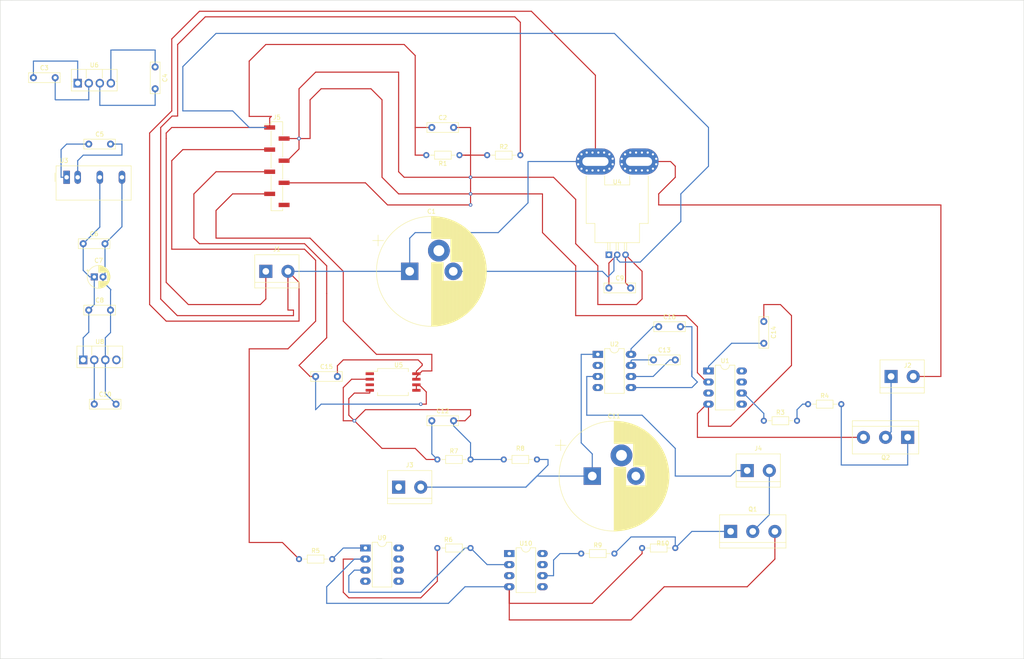
<source format=kicad_pcb>
(kicad_pcb (version 20171130) (host pcbnew "(5.1.4)-1")

  (general
    (thickness 1.6)
    (drawings 7)
    (tracks 366)
    (zones 0)
    (modules 42)
    (nets 1)
  )

  (page A4)
  (layers
    (0 F.Cu signal)
    (31 B.Cu signal)
    (32 B.Adhes user)
    (33 F.Adhes user)
    (34 B.Paste user)
    (35 F.Paste user)
    (36 B.SilkS user hide)
    (37 F.SilkS user)
    (38 B.Mask user)
    (39 F.Mask user)
    (40 Dwgs.User user)
    (41 Cmts.User user)
    (42 Eco1.User user)
    (43 Eco2.User user)
    (44 Edge.Cuts user)
    (45 Margin user)
    (46 B.CrtYd user)
    (47 F.CrtYd user)
    (48 B.Fab user)
    (49 F.Fab user)
  )

  (setup
    (last_trace_width 0.25)
    (trace_clearance 0.2)
    (zone_clearance 0.508)
    (zone_45_only no)
    (trace_min 0.2)
    (via_size 0.8)
    (via_drill 0.4)
    (via_min_size 0.4)
    (via_min_drill 0.3)
    (uvia_size 0.3)
    (uvia_drill 0.1)
    (uvias_allowed no)
    (uvia_min_size 0.2)
    (uvia_min_drill 0.1)
    (edge_width 0.1)
    (segment_width 0.2)
    (pcb_text_width 0.3)
    (pcb_text_size 1.5 1.5)
    (mod_edge_width 0.15)
    (mod_text_size 1 1)
    (mod_text_width 0.15)
    (pad_size 1.524 1.524)
    (pad_drill 0.762)
    (pad_to_mask_clearance 0)
    (aux_axis_origin 0 0)
    (visible_elements 7FFFFFFF)
    (pcbplotparams
      (layerselection 0x010fc_ffffffff)
      (usegerberextensions false)
      (usegerberattributes false)
      (usegerberadvancedattributes false)
      (creategerberjobfile false)
      (excludeedgelayer true)
      (linewidth 0.100000)
      (plotframeref false)
      (viasonmask false)
      (mode 1)
      (useauxorigin false)
      (hpglpennumber 1)
      (hpglpenspeed 20)
      (hpglpendiameter 15.000000)
      (psnegative false)
      (psa4output false)
      (plotreference true)
      (plotvalue true)
      (plotinvisibletext false)
      (padsonsilk false)
      (subtractmaskfromsilk false)
      (outputformat 1)
      (mirror false)
      (drillshape 1)
      (scaleselection 1)
      (outputdirectory ""))
  )

  (net 0 "")

  (net_class Default "Ceci est la Netclass par défaut."
    (clearance 0.2)
    (trace_width 0.25)
    (via_dia 0.8)
    (via_drill 0.4)
    (uvia_dia 0.3)
    (uvia_drill 0.1)
  )

  (module Resistor_THT:R_Axial_DIN0204_L3.6mm_D1.6mm_P7.62mm_Horizontal (layer F.Cu) (tedit 5AE5139B) (tstamp 5DD6031F)
    (at 140.97 133.35)
    (descr "Resistor, Axial_DIN0204 series, Axial, Horizontal, pin pitch=7.62mm, 0.167W, length*diameter=3.6*1.6mm^2, http://cdn-reichelt.de/documents/datenblatt/B400/1_4W%23YAG.pdf")
    (tags "Resistor Axial_DIN0204 series Axial Horizontal pin pitch 7.62mm 0.167W length 3.6mm diameter 1.6mm")
    (path /5DDBCD6F)
    (fp_text reference R8 (at 3.81 -2.54) (layer F.SilkS)
      (effects (font (size 1 1) (thickness 0.15)))
    )
    (fp_text value 1M (at 3.81 1.92) (layer F.Fab)
      (effects (font (size 1 1) (thickness 0.15)))
    )
    (fp_text user %R (at 3.81 0) (layer F.Fab)
      (effects (font (size 0.72 0.72) (thickness 0.108)))
    )
    (fp_line (start 8.57 -1.05) (end -0.95 -1.05) (layer F.CrtYd) (width 0.05))
    (fp_line (start 8.57 1.05) (end 8.57 -1.05) (layer F.CrtYd) (width 0.05))
    (fp_line (start -0.95 1.05) (end 8.57 1.05) (layer F.CrtYd) (width 0.05))
    (fp_line (start -0.95 -1.05) (end -0.95 1.05) (layer F.CrtYd) (width 0.05))
    (fp_line (start 6.68 0) (end 5.73 0) (layer F.SilkS) (width 0.12))
    (fp_line (start 0.94 0) (end 1.89 0) (layer F.SilkS) (width 0.12))
    (fp_line (start 5.73 -0.92) (end 1.89 -0.92) (layer F.SilkS) (width 0.12))
    (fp_line (start 5.73 0.92) (end 5.73 -0.92) (layer F.SilkS) (width 0.12))
    (fp_line (start 1.89 0.92) (end 5.73 0.92) (layer F.SilkS) (width 0.12))
    (fp_line (start 1.89 -0.92) (end 1.89 0.92) (layer F.SilkS) (width 0.12))
    (fp_line (start 7.62 0) (end 5.61 0) (layer F.Fab) (width 0.1))
    (fp_line (start 0 0) (end 2.01 0) (layer F.Fab) (width 0.1))
    (fp_line (start 5.61 -0.8) (end 2.01 -0.8) (layer F.Fab) (width 0.1))
    (fp_line (start 5.61 0.8) (end 5.61 -0.8) (layer F.Fab) (width 0.1))
    (fp_line (start 2.01 0.8) (end 5.61 0.8) (layer F.Fab) (width 0.1))
    (fp_line (start 2.01 -0.8) (end 2.01 0.8) (layer F.Fab) (width 0.1))
    (pad 2 thru_hole oval (at 7.62 0) (size 1.4 1.4) (drill 0.7) (layers *.Cu *.Mask))
    (pad 1 thru_hole circle (at 0 0) (size 1.4 1.4) (drill 0.7) (layers *.Cu *.Mask))
    (model ${KISYS3DMOD}/Resistor_THT.3dshapes/R_Axial_DIN0204_L3.6mm_D1.6mm_P7.62mm_Horizontal.wrl
      (at (xyz 0 0 0))
      (scale (xyz 1 1 1))
      (rotate (xyz 0 0 0))
    )
  )

  (module Resistor_THT:R_Axial_DIN0204_L3.6mm_D1.6mm_P7.62mm_Horizontal (layer F.Cu) (tedit 5AE5139B) (tstamp 5DD60309)
    (at 125.73 133.35)
    (descr "Resistor, Axial_DIN0204 series, Axial, Horizontal, pin pitch=7.62mm, 0.167W, length*diameter=3.6*1.6mm^2, http://cdn-reichelt.de/documents/datenblatt/B400/1_4W%23YAG.pdf")
    (tags "Resistor Axial_DIN0204 series Axial Horizontal pin pitch 7.62mm 0.167W length 3.6mm diameter 1.6mm")
    (path /5DDBB020)
    (fp_text reference R7 (at 3.81 -1.92) (layer F.SilkS)
      (effects (font (size 1 1) (thickness 0.15)))
    )
    (fp_text value 12K (at 3.81 1.92) (layer F.Fab)
      (effects (font (size 1 1) (thickness 0.15)))
    )
    (fp_line (start 2.01 -0.8) (end 2.01 0.8) (layer F.Fab) (width 0.1))
    (fp_line (start 2.01 0.8) (end 5.61 0.8) (layer F.Fab) (width 0.1))
    (fp_line (start 5.61 0.8) (end 5.61 -0.8) (layer F.Fab) (width 0.1))
    (fp_line (start 5.61 -0.8) (end 2.01 -0.8) (layer F.Fab) (width 0.1))
    (fp_line (start 0 0) (end 2.01 0) (layer F.Fab) (width 0.1))
    (fp_line (start 7.62 0) (end 5.61 0) (layer F.Fab) (width 0.1))
    (fp_line (start 1.89 -0.92) (end 1.89 0.92) (layer F.SilkS) (width 0.12))
    (fp_line (start 1.89 0.92) (end 5.73 0.92) (layer F.SilkS) (width 0.12))
    (fp_line (start 5.73 0.92) (end 5.73 -0.92) (layer F.SilkS) (width 0.12))
    (fp_line (start 5.73 -0.92) (end 1.89 -0.92) (layer F.SilkS) (width 0.12))
    (fp_line (start 0.94 0) (end 1.89 0) (layer F.SilkS) (width 0.12))
    (fp_line (start 6.68 0) (end 5.73 0) (layer F.SilkS) (width 0.12))
    (fp_line (start -0.95 -1.05) (end -0.95 1.05) (layer F.CrtYd) (width 0.05))
    (fp_line (start -0.95 1.05) (end 8.57 1.05) (layer F.CrtYd) (width 0.05))
    (fp_line (start 8.57 1.05) (end 8.57 -1.05) (layer F.CrtYd) (width 0.05))
    (fp_line (start 8.57 -1.05) (end -0.95 -1.05) (layer F.CrtYd) (width 0.05))
    (fp_text user %R (at 3.81 0) (layer F.Fab)
      (effects (font (size 0.72 0.72) (thickness 0.108)))
    )
    (pad 1 thru_hole circle (at 0 0) (size 1.4 1.4) (drill 0.7) (layers *.Cu *.Mask))
    (pad 2 thru_hole oval (at 7.62 0) (size 1.4 1.4) (drill 0.7) (layers *.Cu *.Mask))
    (model ${KISYS3DMOD}/Resistor_THT.3dshapes/R_Axial_DIN0204_L3.6mm_D1.6mm_P7.62mm_Horizontal.wrl
      (at (xyz 0 0 0))
      (scale (xyz 1 1 1))
      (rotate (xyz 0 0 0))
    )
  )

  (module Capacitor_THT:C_Rect_L7.0mm_W2.0mm_P5.00mm (layer F.Cu) (tedit 5AE50EF0) (tstamp 5DD602F7)
    (at 124.46 124.46)
    (descr "C, Rect series, Radial, pin pitch=5.00mm, , length*width=7*2mm^2, Capacitor")
    (tags "C Rect series Radial pin pitch 5.00mm  length 7mm width 2mm Capacitor")
    (path /5DDB168E)
    (fp_text reference C12 (at 2.5 -2.25) (layer F.SilkS)
      (effects (font (size 1 1) (thickness 0.15)))
    )
    (fp_text value 10nF (at 2.5 2.25) (layer F.Fab)
      (effects (font (size 1 1) (thickness 0.15)))
    )
    (fp_line (start -1 -1) (end -1 1) (layer F.Fab) (width 0.1))
    (fp_line (start -1 1) (end 6 1) (layer F.Fab) (width 0.1))
    (fp_line (start 6 1) (end 6 -1) (layer F.Fab) (width 0.1))
    (fp_line (start 6 -1) (end -1 -1) (layer F.Fab) (width 0.1))
    (fp_line (start -1.12 -1.12) (end 6.12 -1.12) (layer F.SilkS) (width 0.12))
    (fp_line (start -1.12 1.12) (end 6.12 1.12) (layer F.SilkS) (width 0.12))
    (fp_line (start -1.12 -1.12) (end -1.12 1.12) (layer F.SilkS) (width 0.12))
    (fp_line (start 6.12 -1.12) (end 6.12 1.12) (layer F.SilkS) (width 0.12))
    (fp_line (start -1.25 -1.25) (end -1.25 1.25) (layer F.CrtYd) (width 0.05))
    (fp_line (start -1.25 1.25) (end 6.25 1.25) (layer F.CrtYd) (width 0.05))
    (fp_line (start 6.25 1.25) (end 6.25 -1.25) (layer F.CrtYd) (width 0.05))
    (fp_line (start 6.25 -1.25) (end -1.25 -1.25) (layer F.CrtYd) (width 0.05))
    (fp_text user %R (at 2.5 0) (layer F.Fab)
      (effects (font (size 1 1) (thickness 0.15)))
    )
    (pad 1 thru_hole circle (at 0 0) (size 1.6 1.6) (drill 0.8) (layers *.Cu *.Mask))
    (pad 2 thru_hole circle (at 5 0) (size 1.6 1.6) (drill 0.8) (layers *.Cu *.Mask))
    (model ${KISYS3DMOD}/Capacitor_THT.3dshapes/C_Rect_L7.0mm_W2.0mm_P5.00mm.wrl
      (at (xyz 0 0 0))
      (scale (xyz 1 1 1))
      (rotate (xyz 0 0 0))
    )
  )

  (module Package_SO:SSO-8_6.8x5.9mm_P1.27mm_Clearance8mm (layer F.Cu) (tedit 5A02F2D3) (tstamp 5DD602DB)
    (at 115.57 115.57)
    (descr "8-Lead Plastic Stretched Small Outline (SSO/Stretched SO), see https://docs.broadcom.com/cs/Satellite?blobcol=urldata&blobheader=application%2Fpdf&blobheadername1=Content-Disposition&blobheadername2=Content-Type&blobheadername3=MDT-Type&blobheadervalue1=attachment%3Bfilename%3DIPD-Selection-Guide_AV00-0254EN_030617.pdf&blobheadervalue2=application%2Fx-download&blobheadervalue3=abinary%253B%2Bcharset%253DUTF-8&blobkey=id&blobnocache=true&blobtable=MungoBlobs&blobwhere=1430884105675&ssbinary=true")
    (tags "SSO Stretched SO SOIC Pitch 1.27")
    (path /5DD17E90)
    (attr smd)
    (fp_text reference U5 (at 1.27 -3.9) (layer F.SilkS)
      (effects (font (size 1 1) (thickness 0.15)))
    )
    (fp_text value ACPL-C790 (at 0 4.1) (layer F.Fab)
      (effects (font (size 1 1) (thickness 0.15)))
    )
    (fp_line (start 6.55 3.2) (end -6.55 3.2) (layer F.CrtYd) (width 0.05))
    (fp_line (start 6.55 3.2) (end 6.55 -3.2) (layer F.CrtYd) (width 0.05))
    (fp_line (start -6.55 -3.2) (end -6.55 3.2) (layer F.CrtYd) (width 0.05))
    (fp_line (start -6.55 -3.2) (end 6.55 -3.2) (layer F.CrtYd) (width 0.05))
    (fp_line (start -3.4 -1.85) (end -3.4 2.95) (layer F.Fab) (width 0.12))
    (fp_line (start -2.3 -2.95) (end -3.4 -1.85) (layer F.Fab) (width 0.12))
    (fp_line (start 3.4 -2.95) (end -2.3 -2.95) (layer F.Fab) (width 0.12))
    (fp_line (start 3.4 2.95) (end 3.4 -2.95) (layer F.Fab) (width 0.12))
    (fp_line (start -3.4 2.95) (end 3.4 2.95) (layer F.Fab) (width 0.12))
    (fp_line (start -3.55 -2.45) (end -6.25 -2.45) (layer F.SilkS) (width 0.12))
    (fp_line (start -3.55 -3.1) (end -3.55 -2.45) (layer F.SilkS) (width 0.12))
    (fp_line (start 3.5 -3.1) (end -3.55 -3.1) (layer F.SilkS) (width 0.12))
    (fp_line (start 3.5 -2.35) (end 3.5 -3.1) (layer F.SilkS) (width 0.12))
    (fp_line (start 3.5 3.1) (end 3.5 2.35) (layer F.SilkS) (width 0.12))
    (fp_line (start -3.55 3.1) (end 3.5 3.1) (layer F.SilkS) (width 0.12))
    (fp_line (start -3.55 2.4) (end -3.55 3.1) (layer F.SilkS) (width 0.12))
    (fp_text user %R (at 0 0) (layer F.Fab)
      (effects (font (size 1 1) (thickness 0.15)))
    )
    (pad 8 smd rect (at 5.3475 -1.905) (size 1.905 0.64) (layers F.Cu F.Paste F.Mask))
    (pad 7 smd rect (at 5.3475 -0.635) (size 1.905 0.64) (layers F.Cu F.Paste F.Mask))
    (pad 6 smd rect (at 5.3475 0.635) (size 1.905 0.64) (layers F.Cu F.Paste F.Mask))
    (pad 5 smd rect (at 5.3475 1.905) (size 1.905 0.64) (layers F.Cu F.Paste F.Mask))
    (pad 4 smd rect (at -5.3475 1.905) (size 1.905 0.64) (layers F.Cu F.Paste F.Mask))
    (pad 3 smd rect (at -5.3475 0.635) (size 1.905 0.64) (layers F.Cu F.Paste F.Mask))
    (pad 2 smd rect (at -5.3475 -0.635) (size 1.905 0.64) (layers F.Cu F.Paste F.Mask))
    (pad 1 smd rect (at -5.3475 -1.905) (size 1.905 0.64) (layers F.Cu F.Paste F.Mask))
    (model ${KISYS3DMOD}/Package_SO.3dshapes/SSO-8_6.8x5.9mm_P1.27mm_Clearance8mm.wrl
      (at (xyz 0 0 0))
      (scale (xyz 1 1 1))
      (rotate (xyz 0 0 0))
    )
  )

  (module Capacitor_THT:C_Rect_L7.0mm_W2.0mm_P5.00mm (layer F.Cu) (tedit 5AE50EF0) (tstamp 5DD602C9)
    (at 97.79 114.3)
    (descr "C, Rect series, Radial, pin pitch=5.00mm, , length*width=7*2mm^2, Capacitor")
    (tags "C Rect series Radial pin pitch 5.00mm  length 7mm width 2mm Capacitor")
    (path /5DD9C8E9)
    (fp_text reference C15 (at 2.5 -2.25) (layer F.SilkS)
      (effects (font (size 1 1) (thickness 0.15)))
    )
    (fp_text value 100nF (at 2.5 2.25) (layer F.Fab)
      (effects (font (size 1 1) (thickness 0.15)))
    )
    (fp_text user %R (at 2.5 0) (layer F.Fab)
      (effects (font (size 1 1) (thickness 0.15)))
    )
    (fp_line (start 6.25 -1.25) (end -1.25 -1.25) (layer F.CrtYd) (width 0.05))
    (fp_line (start 6.25 1.25) (end 6.25 -1.25) (layer F.CrtYd) (width 0.05))
    (fp_line (start -1.25 1.25) (end 6.25 1.25) (layer F.CrtYd) (width 0.05))
    (fp_line (start -1.25 -1.25) (end -1.25 1.25) (layer F.CrtYd) (width 0.05))
    (fp_line (start 6.12 -1.12) (end 6.12 1.12) (layer F.SilkS) (width 0.12))
    (fp_line (start -1.12 -1.12) (end -1.12 1.12) (layer F.SilkS) (width 0.12))
    (fp_line (start -1.12 1.12) (end 6.12 1.12) (layer F.SilkS) (width 0.12))
    (fp_line (start -1.12 -1.12) (end 6.12 -1.12) (layer F.SilkS) (width 0.12))
    (fp_line (start 6 -1) (end -1 -1) (layer F.Fab) (width 0.1))
    (fp_line (start 6 1) (end 6 -1) (layer F.Fab) (width 0.1))
    (fp_line (start -1 1) (end 6 1) (layer F.Fab) (width 0.1))
    (fp_line (start -1 -1) (end -1 1) (layer F.Fab) (width 0.1))
    (pad 2 thru_hole circle (at 5 0) (size 1.6 1.6) (drill 0.8) (layers *.Cu *.Mask))
    (pad 1 thru_hole circle (at 0 0) (size 1.6 1.6) (drill 0.8) (layers *.Cu *.Mask))
    (model ${KISYS3DMOD}/Capacitor_THT.3dshapes/C_Rect_L7.0mm_W2.0mm_P5.00mm.wrl
      (at (xyz 0 0 0))
      (scale (xyz 1 1 1))
      (rotate (xyz 0 0 0))
    )
  )

  (module Capacitor_THT:C_Rect_L7.0mm_W2.0mm_P5.00mm (layer F.Cu) (tedit 5AE50EF0) (tstamp 5DD58B6E)
    (at 44.45 83.82)
    (descr "C, Rect series, Radial, pin pitch=5.00mm, , length*width=7*2mm^2, Capacitor")
    (tags "C Rect series Radial pin pitch 5.00mm  length 7mm width 2mm Capacitor")
    (path /5DCFB0EA)
    (fp_text reference C6 (at 2.5 -2.25) (layer F.SilkS)
      (effects (font (size 1 1) (thickness 0.15)))
    )
    (fp_text value 100nF (at 2.5 2.25) (layer F.Fab)
      (effects (font (size 1 1) (thickness 0.15)))
    )
    (fp_line (start -1 -1) (end -1 1) (layer F.Fab) (width 0.1))
    (fp_line (start -1 1) (end 6 1) (layer F.Fab) (width 0.1))
    (fp_line (start 6 1) (end 6 -1) (layer F.Fab) (width 0.1))
    (fp_line (start 6 -1) (end -1 -1) (layer F.Fab) (width 0.1))
    (fp_line (start -1.12 -1.12) (end 6.12 -1.12) (layer F.SilkS) (width 0.12))
    (fp_line (start -1.12 1.12) (end 6.12 1.12) (layer F.SilkS) (width 0.12))
    (fp_line (start -1.12 -1.12) (end -1.12 1.12) (layer F.SilkS) (width 0.12))
    (fp_line (start 6.12 -1.12) (end 6.12 1.12) (layer F.SilkS) (width 0.12))
    (fp_line (start -1.25 -1.25) (end -1.25 1.25) (layer F.CrtYd) (width 0.05))
    (fp_line (start -1.25 1.25) (end 6.25 1.25) (layer F.CrtYd) (width 0.05))
    (fp_line (start 6.25 1.25) (end 6.25 -1.25) (layer F.CrtYd) (width 0.05))
    (fp_line (start 6.25 -1.25) (end -1.25 -1.25) (layer F.CrtYd) (width 0.05))
    (fp_text user %R (at 2.5 0) (layer F.Fab)
      (effects (font (size 1 1) (thickness 0.15)))
    )
    (pad 1 thru_hole circle (at 0 0) (size 1.6 1.6) (drill 0.8) (layers *.Cu *.Mask))
    (pad 2 thru_hole circle (at 5 0) (size 1.6 1.6) (drill 0.8) (layers *.Cu *.Mask))
    (model ${KISYS3DMOD}/Capacitor_THT.3dshapes/C_Rect_L7.0mm_W2.0mm_P5.00mm.wrl
      (at (xyz 0 0 0))
      (scale (xyz 1 1 1))
      (rotate (xyz 0 0 0))
    )
  )

  (module TerminalBlock:TerminalBlock_bornier-2_P5.08mm (layer F.Cu) (tedit 59FF03AB) (tstamp 5DD58B5A)
    (at 86.36 90.17)
    (descr "simple 2-pin terminal block, pitch 5.08mm, revamped version of bornier2")
    (tags "terminal block bornier2")
    (path /5DD53CD3)
    (fp_text reference J1 (at 2.54 -5.08) (layer F.SilkS)
      (effects (font (size 1 1) (thickness 0.15)))
    )
    (fp_text value BATT_12v (at 2.54 5.08) (layer F.Fab)
      (effects (font (size 1 1) (thickness 0.15)))
    )
    (fp_line (start 7.79 4) (end -2.71 4) (layer F.CrtYd) (width 0.05))
    (fp_line (start 7.79 4) (end 7.79 -4) (layer F.CrtYd) (width 0.05))
    (fp_line (start -2.71 -4) (end -2.71 4) (layer F.CrtYd) (width 0.05))
    (fp_line (start -2.71 -4) (end 7.79 -4) (layer F.CrtYd) (width 0.05))
    (fp_line (start -2.54 3.81) (end 7.62 3.81) (layer F.SilkS) (width 0.12))
    (fp_line (start -2.54 -3.81) (end -2.54 3.81) (layer F.SilkS) (width 0.12))
    (fp_line (start 7.62 -3.81) (end -2.54 -3.81) (layer F.SilkS) (width 0.12))
    (fp_line (start 7.62 3.81) (end 7.62 -3.81) (layer F.SilkS) (width 0.12))
    (fp_line (start 7.62 2.54) (end -2.54 2.54) (layer F.SilkS) (width 0.12))
    (fp_line (start 7.54 -3.75) (end -2.46 -3.75) (layer F.Fab) (width 0.1))
    (fp_line (start 7.54 3.75) (end 7.54 -3.75) (layer F.Fab) (width 0.1))
    (fp_line (start -2.46 3.75) (end 7.54 3.75) (layer F.Fab) (width 0.1))
    (fp_line (start -2.46 -3.75) (end -2.46 3.75) (layer F.Fab) (width 0.1))
    (fp_line (start -2.41 2.55) (end 7.49 2.55) (layer F.Fab) (width 0.1))
    (fp_text user %R (at 2.54 0) (layer F.Fab)
      (effects (font (size 1 1) (thickness 0.15)))
    )
    (pad 2 thru_hole circle (at 5.08 0) (size 3 3) (drill 1.52) (layers *.Cu *.Mask))
    (pad 1 thru_hole rect (at 0 0) (size 3 3) (drill 1.52) (layers *.Cu *.Mask))
    (model ${KISYS3DMOD}/TerminalBlock.3dshapes/TerminalBlock_bornier-2_P5.08mm.wrl
      (offset (xyz 2.539999961853027 0 0))
      (scale (xyz 1 1 1))
      (rotate (xyz 0 0 0))
    )
  )

  (module Capacitor_THT:C_Rect_L7.0mm_W2.0mm_P5.00mm (layer F.Cu) (tedit 5AE50EF0) (tstamp 5DD58B48)
    (at 176.53 102.87)
    (descr "C, Rect series, Radial, pin pitch=5.00mm, , length*width=7*2mm^2, Capacitor")
    (tags "C Rect series Radial pin pitch 5.00mm  length 7mm width 2mm Capacitor")
    (path /5DDC270F)
    (fp_text reference C16 (at 2.5 -2.25) (layer F.SilkS)
      (effects (font (size 1 1) (thickness 0.15)))
    )
    (fp_text value 100nF (at 2.5 2.25) (layer F.Fab)
      (effects (font (size 1 1) (thickness 0.15)))
    )
    (fp_text user %R (at 2.5 0) (layer F.Fab)
      (effects (font (size 1 1) (thickness 0.15)))
    )
    (fp_line (start 6.25 -1.25) (end -1.25 -1.25) (layer F.CrtYd) (width 0.05))
    (fp_line (start 6.25 1.25) (end 6.25 -1.25) (layer F.CrtYd) (width 0.05))
    (fp_line (start -1.25 1.25) (end 6.25 1.25) (layer F.CrtYd) (width 0.05))
    (fp_line (start -1.25 -1.25) (end -1.25 1.25) (layer F.CrtYd) (width 0.05))
    (fp_line (start 6.12 -1.12) (end 6.12 1.12) (layer F.SilkS) (width 0.12))
    (fp_line (start -1.12 -1.12) (end -1.12 1.12) (layer F.SilkS) (width 0.12))
    (fp_line (start -1.12 1.12) (end 6.12 1.12) (layer F.SilkS) (width 0.12))
    (fp_line (start -1.12 -1.12) (end 6.12 -1.12) (layer F.SilkS) (width 0.12))
    (fp_line (start 6 -1) (end -1 -1) (layer F.Fab) (width 0.1))
    (fp_line (start 6 1) (end 6 -1) (layer F.Fab) (width 0.1))
    (fp_line (start -1 1) (end 6 1) (layer F.Fab) (width 0.1))
    (fp_line (start -1 -1) (end -1 1) (layer F.Fab) (width 0.1))
    (pad 2 thru_hole circle (at 5 0) (size 1.6 1.6) (drill 0.8) (layers *.Cu *.Mask))
    (pad 1 thru_hole circle (at 0 0) (size 1.6 1.6) (drill 0.8) (layers *.Cu *.Mask))
    (model ${KISYS3DMOD}/Capacitor_THT.3dshapes/C_Rect_L7.0mm_W2.0mm_P5.00mm.wrl
      (at (xyz 0 0 0))
      (scale (xyz 1 1 1))
      (rotate (xyz 0 0 0))
    )
  )

  (module Capacitor_THT:C_Rect_L7.0mm_W2.0mm_P5.00mm (layer F.Cu) (tedit 5AE50EF0) (tstamp 5DD58B36)
    (at 60.96 43.26 270)
    (descr "C, Rect series, Radial, pin pitch=5.00mm, , length*width=7*2mm^2, Capacitor")
    (tags "C Rect series Radial pin pitch 5.00mm  length 7mm width 2mm Capacitor")
    (path /5DCEAAD6)
    (fp_text reference C4 (at 2.5 -2.25 90) (layer F.SilkS)
      (effects (font (size 1 1) (thickness 0.15)))
    )
    (fp_text value 100nF (at 2.5 2.25 90) (layer F.Fab)
      (effects (font (size 1 1) (thickness 0.15)))
    )
    (fp_line (start -1 -1) (end -1 1) (layer F.Fab) (width 0.1))
    (fp_line (start -1 1) (end 6 1) (layer F.Fab) (width 0.1))
    (fp_line (start 6 1) (end 6 -1) (layer F.Fab) (width 0.1))
    (fp_line (start 6 -1) (end -1 -1) (layer F.Fab) (width 0.1))
    (fp_line (start -1.12 -1.12) (end 6.12 -1.12) (layer F.SilkS) (width 0.12))
    (fp_line (start -1.12 1.12) (end 6.12 1.12) (layer F.SilkS) (width 0.12))
    (fp_line (start -1.12 -1.12) (end -1.12 1.12) (layer F.SilkS) (width 0.12))
    (fp_line (start 6.12 -1.12) (end 6.12 1.12) (layer F.SilkS) (width 0.12))
    (fp_line (start -1.25 -1.25) (end -1.25 1.25) (layer F.CrtYd) (width 0.05))
    (fp_line (start -1.25 1.25) (end 6.25 1.25) (layer F.CrtYd) (width 0.05))
    (fp_line (start 6.25 1.25) (end 6.25 -1.25) (layer F.CrtYd) (width 0.05))
    (fp_line (start 6.25 -1.25) (end -1.25 -1.25) (layer F.CrtYd) (width 0.05))
    (fp_text user %R (at 2.5 0 90) (layer F.Fab)
      (effects (font (size 1 1) (thickness 0.15)))
    )
    (pad 1 thru_hole circle (at 0 0 270) (size 1.6 1.6) (drill 0.8) (layers *.Cu *.Mask))
    (pad 2 thru_hole circle (at 5 0 270) (size 1.6 1.6) (drill 0.8) (layers *.Cu *.Mask))
    (model ${KISYS3DMOD}/Capacitor_THT.3dshapes/C_Rect_L7.0mm_W2.0mm_P5.00mm.wrl
      (at (xyz 0 0 0))
      (scale (xyz 1 1 1))
      (rotate (xyz 0 0 0))
    )
  )

  (module Package_TO_SOT_THT:TO-220F-4_Vertical (layer F.Cu) (tedit 5AC8BA0D) (tstamp 5DD58B18)
    (at 44.45 110.49)
    (descr "TO-220F-4, Vertical, RM 2.54mm, see https://www.njr.com/semicon/PDF/package/TO-220F-4_E.pdf")
    (tags "TO-220F-4 Vertical RM 2.54mm")
    (path /5DCF95A8)
    (fp_text reference U8 (at 3.81 -4.1675) (layer F.SilkS)
      (effects (font (size 1 1) (thickness 0.15)))
    )
    (fp_text value L7805 (at 3.81 2.9025) (layer F.Fab)
      (effects (font (size 1 1) (thickness 0.15)))
    )
    (fp_line (start -1.32 -3.0475) (end -1.32 1.6525) (layer F.Fab) (width 0.1))
    (fp_line (start -1.32 1.6525) (end 8.94 1.6525) (layer F.Fab) (width 0.1))
    (fp_line (start 8.94 1.6525) (end 8.94 -3.0475) (layer F.Fab) (width 0.1))
    (fp_line (start 8.94 -3.0475) (end -1.32 -3.0475) (layer F.Fab) (width 0.1))
    (fp_line (start -1.32 -0.5275) (end 8.94 -0.5275) (layer F.Fab) (width 0.1))
    (fp_line (start 1.96 -3.0475) (end 1.96 -0.5275) (layer F.Fab) (width 0.1))
    (fp_line (start 5.66 -3.0475) (end 5.66 -0.5275) (layer F.Fab) (width 0.1))
    (fp_line (start -1.44 -3.168) (end 9.06 -3.168) (layer F.SilkS) (width 0.12))
    (fp_line (start -1.44 1.773) (end 9.06 1.773) (layer F.SilkS) (width 0.12))
    (fp_line (start -1.44 -3.168) (end -1.44 1.773) (layer F.SilkS) (width 0.12))
    (fp_line (start 9.06 -3.168) (end 9.06 1.773) (layer F.SilkS) (width 0.12))
    (fp_line (start -1.44 -0.408) (end -1.103 -0.408) (layer F.SilkS) (width 0.12))
    (fp_line (start 1.103 -0.408) (end 1.438 -0.408) (layer F.SilkS) (width 0.12))
    (fp_line (start 3.643 -0.408) (end 3.978 -0.408) (layer F.SilkS) (width 0.12))
    (fp_line (start 6.183 -0.408) (end 6.518 -0.408) (layer F.SilkS) (width 0.12))
    (fp_line (start 8.723 -0.408) (end 9.06 -0.408) (layer F.SilkS) (width 0.12))
    (fp_line (start 1.96 -3.168) (end 1.96 -1.15) (layer F.SilkS) (width 0.12))
    (fp_line (start 5.66 -3.168) (end 5.66 -1.15) (layer F.SilkS) (width 0.12))
    (fp_line (start -1.57 -3.3) (end -1.57 1.91) (layer F.CrtYd) (width 0.05))
    (fp_line (start -1.57 1.91) (end 9.19 1.91) (layer F.CrtYd) (width 0.05))
    (fp_line (start 9.19 1.91) (end 9.19 -3.3) (layer F.CrtYd) (width 0.05))
    (fp_line (start 9.19 -3.3) (end -1.57 -3.3) (layer F.CrtYd) (width 0.05))
    (fp_text user %R (at 3.81 -4.1675) (layer F.Fab)
      (effects (font (size 1 1) (thickness 0.15)))
    )
    (pad 1 thru_hole rect (at 0 0) (size 1.905 2) (drill 1.2) (layers *.Cu *.Mask))
    (pad 2 thru_hole oval (at 2.54 0) (size 1.905 2) (drill 1.2) (layers *.Cu *.Mask))
    (pad 3 thru_hole oval (at 5.08 0) (size 1.905 2) (drill 1.2) (layers *.Cu *.Mask))
    (pad 4 thru_hole oval (at 7.62 0) (size 1.905 2) (drill 1.2) (layers *.Cu *.Mask))
    (model ${KISYS3DMOD}/Package_TO_SOT_THT.3dshapes/TO-220F-4_Vertical.wrl
      (at (xyz 0 0 0))
      (scale (xyz 1 1 1))
      (rotate (xyz 0 0 0))
    )
  )

  (module Capacitor_THT:CP_Radial_D5.0mm_P2.00mm (layer F.Cu) (tedit 5AE50EF0) (tstamp 5DD58A96)
    (at 46.99 91.44)
    (descr "CP, Radial series, Radial, pin pitch=2.00mm, , diameter=5mm, Electrolytic Capacitor")
    (tags "CP Radial series Radial pin pitch 2.00mm  diameter 5mm Electrolytic Capacitor")
    (path /5DCFDF49)
    (fp_text reference C7 (at 1 -3.75) (layer F.SilkS)
      (effects (font (size 1 1) (thickness 0.15)))
    )
    (fp_text value 22uF (at 1 3.75) (layer F.Fab)
      (effects (font (size 1 1) (thickness 0.15)))
    )
    (fp_circle (center 1 0) (end 3.5 0) (layer F.Fab) (width 0.1))
    (fp_circle (center 1 0) (end 3.62 0) (layer F.SilkS) (width 0.12))
    (fp_circle (center 1 0) (end 3.75 0) (layer F.CrtYd) (width 0.05))
    (fp_line (start -1.133605 -1.0875) (end -0.633605 -1.0875) (layer F.Fab) (width 0.1))
    (fp_line (start -0.883605 -1.3375) (end -0.883605 -0.8375) (layer F.Fab) (width 0.1))
    (fp_line (start 1 1.04) (end 1 2.58) (layer F.SilkS) (width 0.12))
    (fp_line (start 1 -2.58) (end 1 -1.04) (layer F.SilkS) (width 0.12))
    (fp_line (start 1.04 1.04) (end 1.04 2.58) (layer F.SilkS) (width 0.12))
    (fp_line (start 1.04 -2.58) (end 1.04 -1.04) (layer F.SilkS) (width 0.12))
    (fp_line (start 1.08 -2.579) (end 1.08 -1.04) (layer F.SilkS) (width 0.12))
    (fp_line (start 1.08 1.04) (end 1.08 2.579) (layer F.SilkS) (width 0.12))
    (fp_line (start 1.12 -2.578) (end 1.12 -1.04) (layer F.SilkS) (width 0.12))
    (fp_line (start 1.12 1.04) (end 1.12 2.578) (layer F.SilkS) (width 0.12))
    (fp_line (start 1.16 -2.576) (end 1.16 -1.04) (layer F.SilkS) (width 0.12))
    (fp_line (start 1.16 1.04) (end 1.16 2.576) (layer F.SilkS) (width 0.12))
    (fp_line (start 1.2 -2.573) (end 1.2 -1.04) (layer F.SilkS) (width 0.12))
    (fp_line (start 1.2 1.04) (end 1.2 2.573) (layer F.SilkS) (width 0.12))
    (fp_line (start 1.24 -2.569) (end 1.24 -1.04) (layer F.SilkS) (width 0.12))
    (fp_line (start 1.24 1.04) (end 1.24 2.569) (layer F.SilkS) (width 0.12))
    (fp_line (start 1.28 -2.565) (end 1.28 -1.04) (layer F.SilkS) (width 0.12))
    (fp_line (start 1.28 1.04) (end 1.28 2.565) (layer F.SilkS) (width 0.12))
    (fp_line (start 1.32 -2.561) (end 1.32 -1.04) (layer F.SilkS) (width 0.12))
    (fp_line (start 1.32 1.04) (end 1.32 2.561) (layer F.SilkS) (width 0.12))
    (fp_line (start 1.36 -2.556) (end 1.36 -1.04) (layer F.SilkS) (width 0.12))
    (fp_line (start 1.36 1.04) (end 1.36 2.556) (layer F.SilkS) (width 0.12))
    (fp_line (start 1.4 -2.55) (end 1.4 -1.04) (layer F.SilkS) (width 0.12))
    (fp_line (start 1.4 1.04) (end 1.4 2.55) (layer F.SilkS) (width 0.12))
    (fp_line (start 1.44 -2.543) (end 1.44 -1.04) (layer F.SilkS) (width 0.12))
    (fp_line (start 1.44 1.04) (end 1.44 2.543) (layer F.SilkS) (width 0.12))
    (fp_line (start 1.48 -2.536) (end 1.48 -1.04) (layer F.SilkS) (width 0.12))
    (fp_line (start 1.48 1.04) (end 1.48 2.536) (layer F.SilkS) (width 0.12))
    (fp_line (start 1.52 -2.528) (end 1.52 -1.04) (layer F.SilkS) (width 0.12))
    (fp_line (start 1.52 1.04) (end 1.52 2.528) (layer F.SilkS) (width 0.12))
    (fp_line (start 1.56 -2.52) (end 1.56 -1.04) (layer F.SilkS) (width 0.12))
    (fp_line (start 1.56 1.04) (end 1.56 2.52) (layer F.SilkS) (width 0.12))
    (fp_line (start 1.6 -2.511) (end 1.6 -1.04) (layer F.SilkS) (width 0.12))
    (fp_line (start 1.6 1.04) (end 1.6 2.511) (layer F.SilkS) (width 0.12))
    (fp_line (start 1.64 -2.501) (end 1.64 -1.04) (layer F.SilkS) (width 0.12))
    (fp_line (start 1.64 1.04) (end 1.64 2.501) (layer F.SilkS) (width 0.12))
    (fp_line (start 1.68 -2.491) (end 1.68 -1.04) (layer F.SilkS) (width 0.12))
    (fp_line (start 1.68 1.04) (end 1.68 2.491) (layer F.SilkS) (width 0.12))
    (fp_line (start 1.721 -2.48) (end 1.721 -1.04) (layer F.SilkS) (width 0.12))
    (fp_line (start 1.721 1.04) (end 1.721 2.48) (layer F.SilkS) (width 0.12))
    (fp_line (start 1.761 -2.468) (end 1.761 -1.04) (layer F.SilkS) (width 0.12))
    (fp_line (start 1.761 1.04) (end 1.761 2.468) (layer F.SilkS) (width 0.12))
    (fp_line (start 1.801 -2.455) (end 1.801 -1.04) (layer F.SilkS) (width 0.12))
    (fp_line (start 1.801 1.04) (end 1.801 2.455) (layer F.SilkS) (width 0.12))
    (fp_line (start 1.841 -2.442) (end 1.841 -1.04) (layer F.SilkS) (width 0.12))
    (fp_line (start 1.841 1.04) (end 1.841 2.442) (layer F.SilkS) (width 0.12))
    (fp_line (start 1.881 -2.428) (end 1.881 -1.04) (layer F.SilkS) (width 0.12))
    (fp_line (start 1.881 1.04) (end 1.881 2.428) (layer F.SilkS) (width 0.12))
    (fp_line (start 1.921 -2.414) (end 1.921 -1.04) (layer F.SilkS) (width 0.12))
    (fp_line (start 1.921 1.04) (end 1.921 2.414) (layer F.SilkS) (width 0.12))
    (fp_line (start 1.961 -2.398) (end 1.961 -1.04) (layer F.SilkS) (width 0.12))
    (fp_line (start 1.961 1.04) (end 1.961 2.398) (layer F.SilkS) (width 0.12))
    (fp_line (start 2.001 -2.382) (end 2.001 -1.04) (layer F.SilkS) (width 0.12))
    (fp_line (start 2.001 1.04) (end 2.001 2.382) (layer F.SilkS) (width 0.12))
    (fp_line (start 2.041 -2.365) (end 2.041 -1.04) (layer F.SilkS) (width 0.12))
    (fp_line (start 2.041 1.04) (end 2.041 2.365) (layer F.SilkS) (width 0.12))
    (fp_line (start 2.081 -2.348) (end 2.081 -1.04) (layer F.SilkS) (width 0.12))
    (fp_line (start 2.081 1.04) (end 2.081 2.348) (layer F.SilkS) (width 0.12))
    (fp_line (start 2.121 -2.329) (end 2.121 -1.04) (layer F.SilkS) (width 0.12))
    (fp_line (start 2.121 1.04) (end 2.121 2.329) (layer F.SilkS) (width 0.12))
    (fp_line (start 2.161 -2.31) (end 2.161 -1.04) (layer F.SilkS) (width 0.12))
    (fp_line (start 2.161 1.04) (end 2.161 2.31) (layer F.SilkS) (width 0.12))
    (fp_line (start 2.201 -2.29) (end 2.201 -1.04) (layer F.SilkS) (width 0.12))
    (fp_line (start 2.201 1.04) (end 2.201 2.29) (layer F.SilkS) (width 0.12))
    (fp_line (start 2.241 -2.268) (end 2.241 -1.04) (layer F.SilkS) (width 0.12))
    (fp_line (start 2.241 1.04) (end 2.241 2.268) (layer F.SilkS) (width 0.12))
    (fp_line (start 2.281 -2.247) (end 2.281 -1.04) (layer F.SilkS) (width 0.12))
    (fp_line (start 2.281 1.04) (end 2.281 2.247) (layer F.SilkS) (width 0.12))
    (fp_line (start 2.321 -2.224) (end 2.321 -1.04) (layer F.SilkS) (width 0.12))
    (fp_line (start 2.321 1.04) (end 2.321 2.224) (layer F.SilkS) (width 0.12))
    (fp_line (start 2.361 -2.2) (end 2.361 -1.04) (layer F.SilkS) (width 0.12))
    (fp_line (start 2.361 1.04) (end 2.361 2.2) (layer F.SilkS) (width 0.12))
    (fp_line (start 2.401 -2.175) (end 2.401 -1.04) (layer F.SilkS) (width 0.12))
    (fp_line (start 2.401 1.04) (end 2.401 2.175) (layer F.SilkS) (width 0.12))
    (fp_line (start 2.441 -2.149) (end 2.441 -1.04) (layer F.SilkS) (width 0.12))
    (fp_line (start 2.441 1.04) (end 2.441 2.149) (layer F.SilkS) (width 0.12))
    (fp_line (start 2.481 -2.122) (end 2.481 -1.04) (layer F.SilkS) (width 0.12))
    (fp_line (start 2.481 1.04) (end 2.481 2.122) (layer F.SilkS) (width 0.12))
    (fp_line (start 2.521 -2.095) (end 2.521 -1.04) (layer F.SilkS) (width 0.12))
    (fp_line (start 2.521 1.04) (end 2.521 2.095) (layer F.SilkS) (width 0.12))
    (fp_line (start 2.561 -2.065) (end 2.561 -1.04) (layer F.SilkS) (width 0.12))
    (fp_line (start 2.561 1.04) (end 2.561 2.065) (layer F.SilkS) (width 0.12))
    (fp_line (start 2.601 -2.035) (end 2.601 -1.04) (layer F.SilkS) (width 0.12))
    (fp_line (start 2.601 1.04) (end 2.601 2.035) (layer F.SilkS) (width 0.12))
    (fp_line (start 2.641 -2.004) (end 2.641 -1.04) (layer F.SilkS) (width 0.12))
    (fp_line (start 2.641 1.04) (end 2.641 2.004) (layer F.SilkS) (width 0.12))
    (fp_line (start 2.681 -1.971) (end 2.681 -1.04) (layer F.SilkS) (width 0.12))
    (fp_line (start 2.681 1.04) (end 2.681 1.971) (layer F.SilkS) (width 0.12))
    (fp_line (start 2.721 -1.937) (end 2.721 -1.04) (layer F.SilkS) (width 0.12))
    (fp_line (start 2.721 1.04) (end 2.721 1.937) (layer F.SilkS) (width 0.12))
    (fp_line (start 2.761 -1.901) (end 2.761 -1.04) (layer F.SilkS) (width 0.12))
    (fp_line (start 2.761 1.04) (end 2.761 1.901) (layer F.SilkS) (width 0.12))
    (fp_line (start 2.801 -1.864) (end 2.801 -1.04) (layer F.SilkS) (width 0.12))
    (fp_line (start 2.801 1.04) (end 2.801 1.864) (layer F.SilkS) (width 0.12))
    (fp_line (start 2.841 -1.826) (end 2.841 -1.04) (layer F.SilkS) (width 0.12))
    (fp_line (start 2.841 1.04) (end 2.841 1.826) (layer F.SilkS) (width 0.12))
    (fp_line (start 2.881 -1.785) (end 2.881 -1.04) (layer F.SilkS) (width 0.12))
    (fp_line (start 2.881 1.04) (end 2.881 1.785) (layer F.SilkS) (width 0.12))
    (fp_line (start 2.921 -1.743) (end 2.921 -1.04) (layer F.SilkS) (width 0.12))
    (fp_line (start 2.921 1.04) (end 2.921 1.743) (layer F.SilkS) (width 0.12))
    (fp_line (start 2.961 -1.699) (end 2.961 -1.04) (layer F.SilkS) (width 0.12))
    (fp_line (start 2.961 1.04) (end 2.961 1.699) (layer F.SilkS) (width 0.12))
    (fp_line (start 3.001 -1.653) (end 3.001 -1.04) (layer F.SilkS) (width 0.12))
    (fp_line (start 3.001 1.04) (end 3.001 1.653) (layer F.SilkS) (width 0.12))
    (fp_line (start 3.041 -1.605) (end 3.041 1.605) (layer F.SilkS) (width 0.12))
    (fp_line (start 3.081 -1.554) (end 3.081 1.554) (layer F.SilkS) (width 0.12))
    (fp_line (start 3.121 -1.5) (end 3.121 1.5) (layer F.SilkS) (width 0.12))
    (fp_line (start 3.161 -1.443) (end 3.161 1.443) (layer F.SilkS) (width 0.12))
    (fp_line (start 3.201 -1.383) (end 3.201 1.383) (layer F.SilkS) (width 0.12))
    (fp_line (start 3.241 -1.319) (end 3.241 1.319) (layer F.SilkS) (width 0.12))
    (fp_line (start 3.281 -1.251) (end 3.281 1.251) (layer F.SilkS) (width 0.12))
    (fp_line (start 3.321 -1.178) (end 3.321 1.178) (layer F.SilkS) (width 0.12))
    (fp_line (start 3.361 -1.098) (end 3.361 1.098) (layer F.SilkS) (width 0.12))
    (fp_line (start 3.401 -1.011) (end 3.401 1.011) (layer F.SilkS) (width 0.12))
    (fp_line (start 3.441 -0.915) (end 3.441 0.915) (layer F.SilkS) (width 0.12))
    (fp_line (start 3.481 -0.805) (end 3.481 0.805) (layer F.SilkS) (width 0.12))
    (fp_line (start 3.521 -0.677) (end 3.521 0.677) (layer F.SilkS) (width 0.12))
    (fp_line (start 3.561 -0.518) (end 3.561 0.518) (layer F.SilkS) (width 0.12))
    (fp_line (start 3.601 -0.284) (end 3.601 0.284) (layer F.SilkS) (width 0.12))
    (fp_line (start -1.804775 -1.475) (end -1.304775 -1.475) (layer F.SilkS) (width 0.12))
    (fp_line (start -1.554775 -1.725) (end -1.554775 -1.225) (layer F.SilkS) (width 0.12))
    (fp_text user %R (at 1 0) (layer F.Fab)
      (effects (font (size 1 1) (thickness 0.15)))
    )
    (pad 1 thru_hole rect (at 0 0) (size 1.6 1.6) (drill 0.8) (layers *.Cu *.Mask))
    (pad 2 thru_hole circle (at 2 0) (size 1.6 1.6) (drill 0.8) (layers *.Cu *.Mask))
    (model ${KISYS3DMOD}/Capacitor_THT.3dshapes/CP_Radial_D5.0mm_P2.00mm.wrl
      (at (xyz 0 0 0))
      (scale (xyz 1 1 1))
      (rotate (xyz 0 0 0))
    )
  )

  (module Capacitor_THT:C_Rect_L7.0mm_W2.0mm_P5.00mm (layer F.Cu) (tedit 5AE50EF0) (tstamp 5DD58A84)
    (at 33.02 45.72)
    (descr "C, Rect series, Radial, pin pitch=5.00mm, , length*width=7*2mm^2, Capacitor")
    (tags "C Rect series Radial pin pitch 5.00mm  length 7mm width 2mm Capacitor")
    (path /5DCEC981)
    (fp_text reference C3 (at 2.5 -2.25) (layer F.SilkS)
      (effects (font (size 1 1) (thickness 0.15)))
    )
    (fp_text value 100nF (at 2.5 2.25) (layer F.Fab)
      (effects (font (size 1 1) (thickness 0.15)))
    )
    (fp_line (start -1 -1) (end -1 1) (layer F.Fab) (width 0.1))
    (fp_line (start -1 1) (end 6 1) (layer F.Fab) (width 0.1))
    (fp_line (start 6 1) (end 6 -1) (layer F.Fab) (width 0.1))
    (fp_line (start 6 -1) (end -1 -1) (layer F.Fab) (width 0.1))
    (fp_line (start -1.12 -1.12) (end 6.12 -1.12) (layer F.SilkS) (width 0.12))
    (fp_line (start -1.12 1.12) (end 6.12 1.12) (layer F.SilkS) (width 0.12))
    (fp_line (start -1.12 -1.12) (end -1.12 1.12) (layer F.SilkS) (width 0.12))
    (fp_line (start 6.12 -1.12) (end 6.12 1.12) (layer F.SilkS) (width 0.12))
    (fp_line (start -1.25 -1.25) (end -1.25 1.25) (layer F.CrtYd) (width 0.05))
    (fp_line (start -1.25 1.25) (end 6.25 1.25) (layer F.CrtYd) (width 0.05))
    (fp_line (start 6.25 1.25) (end 6.25 -1.25) (layer F.CrtYd) (width 0.05))
    (fp_line (start 6.25 -1.25) (end -1.25 -1.25) (layer F.CrtYd) (width 0.05))
    (fp_text user %R (at 2.5 0) (layer F.Fab)
      (effects (font (size 1 1) (thickness 0.15)))
    )
    (pad 1 thru_hole circle (at 0 0) (size 1.6 1.6) (drill 0.8) (layers *.Cu *.Mask))
    (pad 2 thru_hole circle (at 5 0) (size 1.6 1.6) (drill 0.8) (layers *.Cu *.Mask))
    (model ${KISYS3DMOD}/Capacitor_THT.3dshapes/C_Rect_L7.0mm_W2.0mm_P5.00mm.wrl
      (at (xyz 0 0 0))
      (scale (xyz 1 1 1))
      (rotate (xyz 0 0 0))
    )
  )

  (module Capacitor_THT:C_Rect_L7.0mm_W2.0mm_P5.00mm (layer F.Cu) (tedit 5AE50EF0) (tstamp 5DD58A44)
    (at 124.46 57.15)
    (descr "C, Rect series, Radial, pin pitch=5.00mm, , length*width=7*2mm^2, Capacitor")
    (tags "C Rect series Radial pin pitch 5.00mm  length 7mm width 2mm Capacitor")
    (path /5DD12181)
    (fp_text reference C2 (at 2.5 -2.25) (layer F.SilkS)
      (effects (font (size 1 1) (thickness 0.15)))
    )
    (fp_text value 100nF (at 2.5 2.25) (layer F.Fab)
      (effects (font (size 1 1) (thickness 0.15)))
    )
    (fp_text user %R (at 2.5 0) (layer F.Fab)
      (effects (font (size 1 1) (thickness 0.15)))
    )
    (fp_line (start 6.25 -1.25) (end -1.25 -1.25) (layer F.CrtYd) (width 0.05))
    (fp_line (start 6.25 1.25) (end 6.25 -1.25) (layer F.CrtYd) (width 0.05))
    (fp_line (start -1.25 1.25) (end 6.25 1.25) (layer F.CrtYd) (width 0.05))
    (fp_line (start -1.25 -1.25) (end -1.25 1.25) (layer F.CrtYd) (width 0.05))
    (fp_line (start 6.12 -1.12) (end 6.12 1.12) (layer F.SilkS) (width 0.12))
    (fp_line (start -1.12 -1.12) (end -1.12 1.12) (layer F.SilkS) (width 0.12))
    (fp_line (start -1.12 1.12) (end 6.12 1.12) (layer F.SilkS) (width 0.12))
    (fp_line (start -1.12 -1.12) (end 6.12 -1.12) (layer F.SilkS) (width 0.12))
    (fp_line (start 6 -1) (end -1 -1) (layer F.Fab) (width 0.1))
    (fp_line (start 6 1) (end 6 -1) (layer F.Fab) (width 0.1))
    (fp_line (start -1 1) (end 6 1) (layer F.Fab) (width 0.1))
    (fp_line (start -1 -1) (end -1 1) (layer F.Fab) (width 0.1))
    (pad 2 thru_hole circle (at 5 0) (size 1.6 1.6) (drill 0.8) (layers *.Cu *.Mask))
    (pad 1 thru_hole circle (at 0 0) (size 1.6 1.6) (drill 0.8) (layers *.Cu *.Mask))
    (model ${KISYS3DMOD}/Capacitor_THT.3dshapes/C_Rect_L7.0mm_W2.0mm_P5.00mm.wrl
      (at (xyz 0 0 0))
      (scale (xyz 1 1 1))
      (rotate (xyz 0 0 0))
    )
  )

  (module TerminalBlock:TerminalBlock_bornier-2_P5.08mm (layer F.Cu) (tedit 59FF03AB) (tstamp 5DD58A30)
    (at 229.87 114.3)
    (descr "simple 2-pin terminal block, pitch 5.08mm, revamped version of bornier2")
    (tags "terminal block bornier2")
    (path /5DD54782)
    (fp_text reference J2 (at 3.81 -2.54) (layer F.SilkS)
      (effects (font (size 1 1) (thickness 0.15)))
    )
    (fp_text value TRANS_12v (at 2.54 5.08) (layer F.Fab)
      (effects (font (size 1 1) (thickness 0.15)))
    )
    (fp_text user %R (at 2.54 0) (layer F.Fab)
      (effects (font (size 1 1) (thickness 0.15)))
    )
    (fp_line (start -2.41 2.55) (end 7.49 2.55) (layer F.Fab) (width 0.1))
    (fp_line (start -2.46 -3.75) (end -2.46 3.75) (layer F.Fab) (width 0.1))
    (fp_line (start -2.46 3.75) (end 7.54 3.75) (layer F.Fab) (width 0.1))
    (fp_line (start 7.54 3.75) (end 7.54 -3.75) (layer F.Fab) (width 0.1))
    (fp_line (start 7.54 -3.75) (end -2.46 -3.75) (layer F.Fab) (width 0.1))
    (fp_line (start 7.62 2.54) (end -2.54 2.54) (layer F.SilkS) (width 0.12))
    (fp_line (start 7.62 3.81) (end 7.62 -3.81) (layer F.SilkS) (width 0.12))
    (fp_line (start 7.62 -3.81) (end -2.54 -3.81) (layer F.SilkS) (width 0.12))
    (fp_line (start -2.54 -3.81) (end -2.54 3.81) (layer F.SilkS) (width 0.12))
    (fp_line (start -2.54 3.81) (end 7.62 3.81) (layer F.SilkS) (width 0.12))
    (fp_line (start -2.71 -4) (end 7.79 -4) (layer F.CrtYd) (width 0.05))
    (fp_line (start -2.71 -4) (end -2.71 4) (layer F.CrtYd) (width 0.05))
    (fp_line (start 7.79 4) (end 7.79 -4) (layer F.CrtYd) (width 0.05))
    (fp_line (start 7.79 4) (end -2.71 4) (layer F.CrtYd) (width 0.05))
    (pad 1 thru_hole rect (at 0 0) (size 3 3) (drill 1.52) (layers *.Cu *.Mask))
    (pad 2 thru_hole circle (at 5.08 0) (size 3 3) (drill 1.52) (layers *.Cu *.Mask))
    (model ${KISYS3DMOD}/TerminalBlock.3dshapes/TerminalBlock_bornier-2_P5.08mm.wrl
      (offset (xyz 2.539999961853027 0 0))
      (scale (xyz 1 1 1))
      (rotate (xyz 0 0 0))
    )
  )

  (module Package_DIP:DIP-8_W7.62mm_LongPads (layer F.Cu) (tedit 5A02E8C5) (tstamp 5DD58A15)
    (at 162.56 109.22)
    (descr "8-lead though-hole mounted DIP package, row spacing 7.62 mm (300 mils), LongPads")
    (tags "THT DIP DIL PDIP 2.54mm 7.62mm 300mil LongPads")
    (path /5DD18F84)
    (fp_text reference U2 (at 3.81 -2.33) (layer F.SilkS)
      (effects (font (size 1 1) (thickness 0.15)))
    )
    (fp_text value ACS723xLCTR-20AB (at 3.81 9.95) (layer F.Fab)
      (effects (font (size 1 1) (thickness 0.15)))
    )
    (fp_text user %R (at 3.81 3.81) (layer F.Fab)
      (effects (font (size 1 1) (thickness 0.15)))
    )
    (fp_line (start 9.1 -1.55) (end -1.45 -1.55) (layer F.CrtYd) (width 0.05))
    (fp_line (start 9.1 9.15) (end 9.1 -1.55) (layer F.CrtYd) (width 0.05))
    (fp_line (start -1.45 9.15) (end 9.1 9.15) (layer F.CrtYd) (width 0.05))
    (fp_line (start -1.45 -1.55) (end -1.45 9.15) (layer F.CrtYd) (width 0.05))
    (fp_line (start 6.06 -1.33) (end 4.81 -1.33) (layer F.SilkS) (width 0.12))
    (fp_line (start 6.06 8.95) (end 6.06 -1.33) (layer F.SilkS) (width 0.12))
    (fp_line (start 1.56 8.95) (end 6.06 8.95) (layer F.SilkS) (width 0.12))
    (fp_line (start 1.56 -1.33) (end 1.56 8.95) (layer F.SilkS) (width 0.12))
    (fp_line (start 2.81 -1.33) (end 1.56 -1.33) (layer F.SilkS) (width 0.12))
    (fp_line (start 0.635 -0.27) (end 1.635 -1.27) (layer F.Fab) (width 0.1))
    (fp_line (start 0.635 8.89) (end 0.635 -0.27) (layer F.Fab) (width 0.1))
    (fp_line (start 6.985 8.89) (end 0.635 8.89) (layer F.Fab) (width 0.1))
    (fp_line (start 6.985 -1.27) (end 6.985 8.89) (layer F.Fab) (width 0.1))
    (fp_line (start 1.635 -1.27) (end 6.985 -1.27) (layer F.Fab) (width 0.1))
    (fp_arc (start 3.81 -1.33) (end 2.81 -1.33) (angle -180) (layer F.SilkS) (width 0.12))
    (pad 8 thru_hole oval (at 7.62 0) (size 2.4 1.6) (drill 0.8) (layers *.Cu *.Mask))
    (pad 4 thru_hole oval (at 0 7.62) (size 2.4 1.6) (drill 0.8) (layers *.Cu *.Mask))
    (pad 7 thru_hole oval (at 7.62 2.54) (size 2.4 1.6) (drill 0.8) (layers *.Cu *.Mask))
    (pad 3 thru_hole oval (at 0 5.08) (size 2.4 1.6) (drill 0.8) (layers *.Cu *.Mask))
    (pad 6 thru_hole oval (at 7.62 5.08) (size 2.4 1.6) (drill 0.8) (layers *.Cu *.Mask))
    (pad 2 thru_hole oval (at 0 2.54) (size 2.4 1.6) (drill 0.8) (layers *.Cu *.Mask))
    (pad 5 thru_hole oval (at 7.62 7.62) (size 2.4 1.6) (drill 0.8) (layers *.Cu *.Mask))
    (pad 1 thru_hole rect (at 0 0) (size 2.4 1.6) (drill 0.8) (layers *.Cu *.Mask))
    (model ${KISYS3DMOD}/Package_DIP.3dshapes/DIP-8_W7.62mm.wrl
      (at (xyz 0 0 0))
      (scale (xyz 1 1 1))
      (rotate (xyz 0 0 0))
    )
  )

  (module Resistor_THT:R_Axial_DIN0204_L3.6mm_D1.6mm_P7.62mm_Horizontal (layer F.Cu) (tedit 5AE5139B) (tstamp 5DD589ED)
    (at 210.82 120.65)
    (descr "Resistor, Axial_DIN0204 series, Axial, Horizontal, pin pitch=7.62mm, 0.167W, length*diameter=3.6*1.6mm^2, http://cdn-reichelt.de/documents/datenblatt/B400/1_4W%23YAG.pdf")
    (tags "Resistor Axial_DIN0204 series Axial Horizontal pin pitch 7.62mm 0.167W length 3.6mm diameter 1.6mm")
    (path /5DD42FEA)
    (fp_text reference R4 (at 3.81 -1.92) (layer F.SilkS)
      (effects (font (size 1 1) (thickness 0.15)))
    )
    (fp_text value 100K (at 3.81 1.92) (layer F.Fab)
      (effects (font (size 1 1) (thickness 0.15)))
    )
    (fp_text user %R (at 3.81 0) (layer F.Fab)
      (effects (font (size 0.72 0.72) (thickness 0.108)))
    )
    (fp_line (start 8.57 -1.05) (end -0.95 -1.05) (layer F.CrtYd) (width 0.05))
    (fp_line (start 8.57 1.05) (end 8.57 -1.05) (layer F.CrtYd) (width 0.05))
    (fp_line (start -0.95 1.05) (end 8.57 1.05) (layer F.CrtYd) (width 0.05))
    (fp_line (start -0.95 -1.05) (end -0.95 1.05) (layer F.CrtYd) (width 0.05))
    (fp_line (start 6.68 0) (end 5.73 0) (layer F.SilkS) (width 0.12))
    (fp_line (start 0.94 0) (end 1.89 0) (layer F.SilkS) (width 0.12))
    (fp_line (start 5.73 -0.92) (end 1.89 -0.92) (layer F.SilkS) (width 0.12))
    (fp_line (start 5.73 0.92) (end 5.73 -0.92) (layer F.SilkS) (width 0.12))
    (fp_line (start 1.89 0.92) (end 5.73 0.92) (layer F.SilkS) (width 0.12))
    (fp_line (start 1.89 -0.92) (end 1.89 0.92) (layer F.SilkS) (width 0.12))
    (fp_line (start 7.62 0) (end 5.61 0) (layer F.Fab) (width 0.1))
    (fp_line (start 0 0) (end 2.01 0) (layer F.Fab) (width 0.1))
    (fp_line (start 5.61 -0.8) (end 2.01 -0.8) (layer F.Fab) (width 0.1))
    (fp_line (start 5.61 0.8) (end 5.61 -0.8) (layer F.Fab) (width 0.1))
    (fp_line (start 2.01 0.8) (end 5.61 0.8) (layer F.Fab) (width 0.1))
    (fp_line (start 2.01 -0.8) (end 2.01 0.8) (layer F.Fab) (width 0.1))
    (pad 2 thru_hole oval (at 7.62 0) (size 1.4 1.4) (drill 0.7) (layers *.Cu *.Mask))
    (pad 1 thru_hole circle (at 0 0) (size 1.4 1.4) (drill 0.7) (layers *.Cu *.Mask))
    (model ${KISYS3DMOD}/Resistor_THT.3dshapes/R_Axial_DIN0204_L3.6mm_D1.6mm_P7.62mm_Horizontal.wrl
      (at (xyz 0 0 0))
      (scale (xyz 1 1 1))
      (rotate (xyz 0 0 0))
    )
  )

  (module Resistor_THT:R_Axial_DIN0204_L3.6mm_D1.6mm_P7.62mm_Horizontal (layer F.Cu) (tedit 5AE5139B) (tstamp 5DD5ED80)
    (at 200.66 124.46)
    (descr "Resistor, Axial_DIN0204 series, Axial, Horizontal, pin pitch=7.62mm, 0.167W, length*diameter=3.6*1.6mm^2, http://cdn-reichelt.de/documents/datenblatt/B400/1_4W%23YAG.pdf")
    (tags "Resistor Axial_DIN0204 series Axial Horizontal pin pitch 7.62mm 0.167W length 3.6mm diameter 1.6mm")
    (path /5DD410A7)
    (fp_text reference R3 (at 3.81 -1.92) (layer F.SilkS)
      (effects (font (size 1 1) (thickness 0.15)))
    )
    (fp_text value R (at 3.81 1.92) (layer F.Fab)
      (effects (font (size 1 1) (thickness 0.15)))
    )
    (fp_line (start 2.01 -0.8) (end 2.01 0.8) (layer F.Fab) (width 0.1))
    (fp_line (start 2.01 0.8) (end 5.61 0.8) (layer F.Fab) (width 0.1))
    (fp_line (start 5.61 0.8) (end 5.61 -0.8) (layer F.Fab) (width 0.1))
    (fp_line (start 5.61 -0.8) (end 2.01 -0.8) (layer F.Fab) (width 0.1))
    (fp_line (start 0 0) (end 2.01 0) (layer F.Fab) (width 0.1))
    (fp_line (start 7.62 0) (end 5.61 0) (layer F.Fab) (width 0.1))
    (fp_line (start 1.89 -0.92) (end 1.89 0.92) (layer F.SilkS) (width 0.12))
    (fp_line (start 1.89 0.92) (end 5.73 0.92) (layer F.SilkS) (width 0.12))
    (fp_line (start 5.73 0.92) (end 5.73 -0.92) (layer F.SilkS) (width 0.12))
    (fp_line (start 5.73 -0.92) (end 1.89 -0.92) (layer F.SilkS) (width 0.12))
    (fp_line (start 0.94 0) (end 1.89 0) (layer F.SilkS) (width 0.12))
    (fp_line (start 6.68 0) (end 5.73 0) (layer F.SilkS) (width 0.12))
    (fp_line (start -0.95 -1.05) (end -0.95 1.05) (layer F.CrtYd) (width 0.05))
    (fp_line (start -0.95 1.05) (end 8.57 1.05) (layer F.CrtYd) (width 0.05))
    (fp_line (start 8.57 1.05) (end 8.57 -1.05) (layer F.CrtYd) (width 0.05))
    (fp_line (start 8.57 -1.05) (end -0.95 -1.05) (layer F.CrtYd) (width 0.05))
    (fp_text user %R (at 3.81 0) (layer F.Fab)
      (effects (font (size 0.72 0.72) (thickness 0.108)))
    )
    (pad 1 thru_hole circle (at 0 0) (size 1.4 1.4) (drill 0.7) (layers *.Cu *.Mask))
    (pad 2 thru_hole oval (at 7.62 0) (size 1.4 1.4) (drill 0.7) (layers *.Cu *.Mask))
    (model ${KISYS3DMOD}/Resistor_THT.3dshapes/R_Axial_DIN0204_L3.6mm_D1.6mm_P7.62mm_Horizontal.wrl
      (at (xyz 0 0 0))
      (scale (xyz 1 1 1))
      (rotate (xyz 0 0 0))
    )
  )

  (module Package_DIP:DIP-8_W7.62mm_LongPads (layer F.Cu) (tedit 5A02E8C5) (tstamp 5DD589BC)
    (at 187.96 113.03)
    (descr "8-lead though-hole mounted DIP package, row spacing 7.62 mm (300 mils), LongPads")
    (tags "THT DIP DIL PDIP 2.54mm 7.62mm 300mil LongPads")
    (path /5DD45B88)
    (fp_text reference U1 (at 3.81 -2.33) (layer F.SilkS)
      (effects (font (size 1 1) (thickness 0.15)))
    )
    (fp_text value TC4422 (at 3.81 9.95) (layer F.Fab)
      (effects (font (size 1 1) (thickness 0.15)))
    )
    (fp_text user %R (at 3.81 3.81) (layer F.Fab)
      (effects (font (size 1 1) (thickness 0.15)))
    )
    (fp_line (start 9.1 -1.55) (end -1.45 -1.55) (layer F.CrtYd) (width 0.05))
    (fp_line (start 9.1 9.15) (end 9.1 -1.55) (layer F.CrtYd) (width 0.05))
    (fp_line (start -1.45 9.15) (end 9.1 9.15) (layer F.CrtYd) (width 0.05))
    (fp_line (start -1.45 -1.55) (end -1.45 9.15) (layer F.CrtYd) (width 0.05))
    (fp_line (start 6.06 -1.33) (end 4.81 -1.33) (layer F.SilkS) (width 0.12))
    (fp_line (start 6.06 8.95) (end 6.06 -1.33) (layer F.SilkS) (width 0.12))
    (fp_line (start 1.56 8.95) (end 6.06 8.95) (layer F.SilkS) (width 0.12))
    (fp_line (start 1.56 -1.33) (end 1.56 8.95) (layer F.SilkS) (width 0.12))
    (fp_line (start 2.81 -1.33) (end 1.56 -1.33) (layer F.SilkS) (width 0.12))
    (fp_line (start 0.635 -0.27) (end 1.635 -1.27) (layer F.Fab) (width 0.1))
    (fp_line (start 0.635 8.89) (end 0.635 -0.27) (layer F.Fab) (width 0.1))
    (fp_line (start 6.985 8.89) (end 0.635 8.89) (layer F.Fab) (width 0.1))
    (fp_line (start 6.985 -1.27) (end 6.985 8.89) (layer F.Fab) (width 0.1))
    (fp_line (start 1.635 -1.27) (end 6.985 -1.27) (layer F.Fab) (width 0.1))
    (fp_arc (start 3.81 -1.33) (end 2.81 -1.33) (angle -180) (layer F.SilkS) (width 0.12))
    (pad 8 thru_hole oval (at 7.62 0) (size 2.4 1.6) (drill 0.8) (layers *.Cu *.Mask))
    (pad 4 thru_hole oval (at 0 7.62) (size 2.4 1.6) (drill 0.8) (layers *.Cu *.Mask))
    (pad 7 thru_hole oval (at 7.62 2.54) (size 2.4 1.6) (drill 0.8) (layers *.Cu *.Mask))
    (pad 3 thru_hole oval (at 0 5.08) (size 2.4 1.6) (drill 0.8) (layers *.Cu *.Mask))
    (pad 6 thru_hole oval (at 7.62 5.08) (size 2.4 1.6) (drill 0.8) (layers *.Cu *.Mask))
    (pad 2 thru_hole oval (at 0 2.54) (size 2.4 1.6) (drill 0.8) (layers *.Cu *.Mask))
    (pad 5 thru_hole oval (at 7.62 7.62) (size 2.4 1.6) (drill 0.8) (layers *.Cu *.Mask))
    (pad 1 thru_hole rect (at 0 0) (size 2.4 1.6) (drill 0.8) (layers *.Cu *.Mask))
    (model ${KISYS3DMOD}/Package_DIP.3dshapes/DIP-8_W7.62mm.wrl
      (at (xyz 0 0 0))
      (scale (xyz 1 1 1))
      (rotate (xyz 0 0 0))
    )
  )

  (module Resistor_THT:R_Axial_DIN0204_L3.6mm_D1.6mm_P7.62mm_Horizontal (layer F.Cu) (tedit 5AE5139B) (tstamp 5DD589A6)
    (at 172.72 153.67)
    (descr "Resistor, Axial_DIN0204 series, Axial, Horizontal, pin pitch=7.62mm, 0.167W, length*diameter=3.6*1.6mm^2, http://cdn-reichelt.de/documents/datenblatt/B400/1_4W%23YAG.pdf")
    (tags "Resistor Axial_DIN0204 series Axial Horizontal pin pitch 7.62mm 0.167W length 3.6mm diameter 1.6mm")
    (path /5DDE9FA7)
    (fp_text reference R10 (at 4.764999 -1.075001) (layer F.SilkS)
      (effects (font (size 1 1) (thickness 0.15)))
    )
    (fp_text value R (at 3.81 1.92) (layer F.Fab)
      (effects (font (size 1 1) (thickness 0.15)))
    )
    (fp_line (start 2.01 -0.8) (end 2.01 0.8) (layer F.Fab) (width 0.1))
    (fp_line (start 2.01 0.8) (end 5.61 0.8) (layer F.Fab) (width 0.1))
    (fp_line (start 5.61 0.8) (end 5.61 -0.8) (layer F.Fab) (width 0.1))
    (fp_line (start 5.61 -0.8) (end 2.01 -0.8) (layer F.Fab) (width 0.1))
    (fp_line (start 0 0) (end 2.01 0) (layer F.Fab) (width 0.1))
    (fp_line (start 7.62 0) (end 5.61 0) (layer F.Fab) (width 0.1))
    (fp_line (start 1.89 -0.92) (end 1.89 0.92) (layer F.SilkS) (width 0.12))
    (fp_line (start 1.89 0.92) (end 5.73 0.92) (layer F.SilkS) (width 0.12))
    (fp_line (start 5.73 0.92) (end 5.73 -0.92) (layer F.SilkS) (width 0.12))
    (fp_line (start 5.73 -0.92) (end 1.89 -0.92) (layer F.SilkS) (width 0.12))
    (fp_line (start 0.94 0) (end 1.89 0) (layer F.SilkS) (width 0.12))
    (fp_line (start 6.68 0) (end 5.73 0) (layer F.SilkS) (width 0.12))
    (fp_line (start -0.95 -1.05) (end -0.95 1.05) (layer F.CrtYd) (width 0.05))
    (fp_line (start -0.95 1.05) (end 8.57 1.05) (layer F.CrtYd) (width 0.05))
    (fp_line (start 8.57 1.05) (end 8.57 -1.05) (layer F.CrtYd) (width 0.05))
    (fp_line (start 8.57 -1.05) (end -0.95 -1.05) (layer F.CrtYd) (width 0.05))
    (fp_text user %R (at 3.81 0) (layer F.Fab)
      (effects (font (size 0.72 0.72) (thickness 0.108)))
    )
    (pad 1 thru_hole circle (at 0 0) (size 1.4 1.4) (drill 0.7) (layers *.Cu *.Mask))
    (pad 2 thru_hole oval (at 7.62 0) (size 1.4 1.4) (drill 0.7) (layers *.Cu *.Mask))
    (model ${KISYS3DMOD}/Resistor_THT.3dshapes/R_Axial_DIN0204_L3.6mm_D1.6mm_P7.62mm_Horizontal.wrl
      (at (xyz 0 0 0))
      (scale (xyz 1 1 1))
      (rotate (xyz 0 0 0))
    )
  )

  (module Resistor_THT:R_Axial_DIN0204_L3.6mm_D1.6mm_P7.62mm_Horizontal (layer F.Cu) (tedit 5AE5139B) (tstamp 5DD58990)
    (at 158.75 154.94)
    (descr "Resistor, Axial_DIN0204 series, Axial, Horizontal, pin pitch=7.62mm, 0.167W, length*diameter=3.6*1.6mm^2, http://cdn-reichelt.de/documents/datenblatt/B400/1_4W%23YAG.pdf")
    (tags "Resistor Axial_DIN0204 series Axial Horizontal pin pitch 7.62mm 0.167W length 3.6mm diameter 1.6mm")
    (path /5DDE8392)
    (fp_text reference R9 (at 3.81 -1.92) (layer F.SilkS)
      (effects (font (size 1 1) (thickness 0.15)))
    )
    (fp_text value R (at 3.81 1.92) (layer F.Fab)
      (effects (font (size 1 1) (thickness 0.15)))
    )
    (fp_text user %R (at 3.81 0) (layer F.Fab)
      (effects (font (size 0.72 0.72) (thickness 0.108)))
    )
    (fp_line (start 8.57 -1.05) (end -0.95 -1.05) (layer F.CrtYd) (width 0.05))
    (fp_line (start 8.57 1.05) (end 8.57 -1.05) (layer F.CrtYd) (width 0.05))
    (fp_line (start -0.95 1.05) (end 8.57 1.05) (layer F.CrtYd) (width 0.05))
    (fp_line (start -0.95 -1.05) (end -0.95 1.05) (layer F.CrtYd) (width 0.05))
    (fp_line (start 6.68 0) (end 5.73 0) (layer F.SilkS) (width 0.12))
    (fp_line (start 0.94 0) (end 1.89 0) (layer F.SilkS) (width 0.12))
    (fp_line (start 5.73 -0.92) (end 1.89 -0.92) (layer F.SilkS) (width 0.12))
    (fp_line (start 5.73 0.92) (end 5.73 -0.92) (layer F.SilkS) (width 0.12))
    (fp_line (start 1.89 0.92) (end 5.73 0.92) (layer F.SilkS) (width 0.12))
    (fp_line (start 1.89 -0.92) (end 1.89 0.92) (layer F.SilkS) (width 0.12))
    (fp_line (start 7.62 0) (end 5.61 0) (layer F.Fab) (width 0.1))
    (fp_line (start 0 0) (end 2.01 0) (layer F.Fab) (width 0.1))
    (fp_line (start 5.61 -0.8) (end 2.01 -0.8) (layer F.Fab) (width 0.1))
    (fp_line (start 5.61 0.8) (end 5.61 -0.8) (layer F.Fab) (width 0.1))
    (fp_line (start 2.01 0.8) (end 5.61 0.8) (layer F.Fab) (width 0.1))
    (fp_line (start 2.01 -0.8) (end 2.01 0.8) (layer F.Fab) (width 0.1))
    (pad 2 thru_hole oval (at 7.62 0) (size 1.4 1.4) (drill 0.7) (layers *.Cu *.Mask))
    (pad 1 thru_hole circle (at 0 0) (size 1.4 1.4) (drill 0.7) (layers *.Cu *.Mask))
    (model ${KISYS3DMOD}/Resistor_THT.3dshapes/R_Axial_DIN0204_L3.6mm_D1.6mm_P7.62mm_Horizontal.wrl
      (at (xyz 0 0 0))
      (scale (xyz 1 1 1))
      (rotate (xyz 0 0 0))
    )
  )

  (module TerminalBlock:TerminalBlock_bornier-3_P5.08mm (layer F.Cu) (tedit 59FF03B9) (tstamp 5DD5897B)
    (at 193.04 149.86)
    (descr "simple 3-pin terminal block, pitch 5.08mm, revamped version of bornier3")
    (tags "terminal block bornier3")
    (path /5E006855)
    (fp_text reference Q1 (at 5.08 -5.08) (layer F.SilkS)
      (effects (font (size 1 1) (thickness 0.15)))
    )
    (fp_text value Q_NMOS_GDS (at 5.08 5.08) (layer F.Fab)
      (effects (font (size 1 1) (thickness 0.15)))
    )
    (fp_line (start 12.88 4) (end -2.72 4) (layer F.CrtYd) (width 0.05))
    (fp_line (start 12.88 4) (end 12.88 -4) (layer F.CrtYd) (width 0.05))
    (fp_line (start -2.72 -4) (end -2.72 4) (layer F.CrtYd) (width 0.05))
    (fp_line (start -2.72 -4) (end 12.88 -4) (layer F.CrtYd) (width 0.05))
    (fp_line (start -2.54 3.81) (end 12.7 3.81) (layer F.SilkS) (width 0.12))
    (fp_line (start -2.54 -3.81) (end 12.7 -3.81) (layer F.SilkS) (width 0.12))
    (fp_line (start -2.54 2.54) (end 12.7 2.54) (layer F.SilkS) (width 0.12))
    (fp_line (start 12.7 3.81) (end 12.7 -3.81) (layer F.SilkS) (width 0.12))
    (fp_line (start -2.54 3.81) (end -2.54 -3.81) (layer F.SilkS) (width 0.12))
    (fp_line (start -2.47 3.75) (end -2.47 -3.75) (layer F.Fab) (width 0.1))
    (fp_line (start 12.63 3.75) (end -2.47 3.75) (layer F.Fab) (width 0.1))
    (fp_line (start 12.63 -3.75) (end 12.63 3.75) (layer F.Fab) (width 0.1))
    (fp_line (start -2.47 -3.75) (end 12.63 -3.75) (layer F.Fab) (width 0.1))
    (fp_line (start -2.47 2.55) (end 12.63 2.55) (layer F.Fab) (width 0.1))
    (fp_text user %R (at 5.08 0) (layer F.Fab)
      (effects (font (size 1 1) (thickness 0.15)))
    )
    (pad 3 thru_hole circle (at 10.16 0) (size 3 3) (drill 1.52) (layers *.Cu *.Mask))
    (pad 2 thru_hole circle (at 5.08 0) (size 3 3) (drill 1.52) (layers *.Cu *.Mask))
    (pad 1 thru_hole rect (at 0 0) (size 3 3) (drill 1.52) (layers *.Cu *.Mask))
    (model ${KISYS3DMOD}/TerminalBlock.3dshapes/TerminalBlock_bornier-3_P5.08mm.wrl
      (offset (xyz 5.079999923706055 0 0))
      (scale (xyz 1 1 1))
      (rotate (xyz 0 0 0))
    )
  )

  (module Connector_PinHeader_2.54mm:PinHeader_1x08_P2.54mm_Vertical_SMD_Pin1Left (layer F.Cu) (tedit 59FED5CC) (tstamp 5DD58941)
    (at 88.9 66.04)
    (descr "surface-mounted straight pin header, 1x08, 2.54mm pitch, single row, style 1 (pin 1 left)")
    (tags "Surface mounted pin header SMD 1x08 2.54mm single row style1 pin1 left")
    (path /5DD52538)
    (attr smd)
    (fp_text reference J5 (at 0 -11.22) (layer F.SilkS)
      (effects (font (size 1 1) (thickness 0.15)))
    )
    (fp_text value 5v (at 0 11.22) (layer F.Fab)
      (effects (font (size 1 1) (thickness 0.15)))
    )
    (fp_line (start 1.27 10.16) (end -1.27 10.16) (layer F.Fab) (width 0.1))
    (fp_line (start -0.32 -10.16) (end 1.27 -10.16) (layer F.Fab) (width 0.1))
    (fp_line (start -1.27 10.16) (end -1.27 -9.21) (layer F.Fab) (width 0.1))
    (fp_line (start -1.27 -9.21) (end -0.32 -10.16) (layer F.Fab) (width 0.1))
    (fp_line (start 1.27 -10.16) (end 1.27 10.16) (layer F.Fab) (width 0.1))
    (fp_line (start -1.27 -9.21) (end -2.54 -9.21) (layer F.Fab) (width 0.1))
    (fp_line (start -2.54 -9.21) (end -2.54 -8.57) (layer F.Fab) (width 0.1))
    (fp_line (start -2.54 -8.57) (end -1.27 -8.57) (layer F.Fab) (width 0.1))
    (fp_line (start -1.27 -4.13) (end -2.54 -4.13) (layer F.Fab) (width 0.1))
    (fp_line (start -2.54 -4.13) (end -2.54 -3.49) (layer F.Fab) (width 0.1))
    (fp_line (start -2.54 -3.49) (end -1.27 -3.49) (layer F.Fab) (width 0.1))
    (fp_line (start -1.27 0.95) (end -2.54 0.95) (layer F.Fab) (width 0.1))
    (fp_line (start -2.54 0.95) (end -2.54 1.59) (layer F.Fab) (width 0.1))
    (fp_line (start -2.54 1.59) (end -1.27 1.59) (layer F.Fab) (width 0.1))
    (fp_line (start -1.27 6.03) (end -2.54 6.03) (layer F.Fab) (width 0.1))
    (fp_line (start -2.54 6.03) (end -2.54 6.67) (layer F.Fab) (width 0.1))
    (fp_line (start -2.54 6.67) (end -1.27 6.67) (layer F.Fab) (width 0.1))
    (fp_line (start 1.27 -6.67) (end 2.54 -6.67) (layer F.Fab) (width 0.1))
    (fp_line (start 2.54 -6.67) (end 2.54 -6.03) (layer F.Fab) (width 0.1))
    (fp_line (start 2.54 -6.03) (end 1.27 -6.03) (layer F.Fab) (width 0.1))
    (fp_line (start 1.27 -1.59) (end 2.54 -1.59) (layer F.Fab) (width 0.1))
    (fp_line (start 2.54 -1.59) (end 2.54 -0.95) (layer F.Fab) (width 0.1))
    (fp_line (start 2.54 -0.95) (end 1.27 -0.95) (layer F.Fab) (width 0.1))
    (fp_line (start 1.27 3.49) (end 2.54 3.49) (layer F.Fab) (width 0.1))
    (fp_line (start 2.54 3.49) (end 2.54 4.13) (layer F.Fab) (width 0.1))
    (fp_line (start 2.54 4.13) (end 1.27 4.13) (layer F.Fab) (width 0.1))
    (fp_line (start 1.27 8.57) (end 2.54 8.57) (layer F.Fab) (width 0.1))
    (fp_line (start 2.54 8.57) (end 2.54 9.21) (layer F.Fab) (width 0.1))
    (fp_line (start 2.54 9.21) (end 1.27 9.21) (layer F.Fab) (width 0.1))
    (fp_line (start -1.33 -10.22) (end 1.33 -10.22) (layer F.SilkS) (width 0.12))
    (fp_line (start -1.33 10.22) (end 1.33 10.22) (layer F.SilkS) (width 0.12))
    (fp_line (start 1.33 -10.22) (end 1.33 -7.11) (layer F.SilkS) (width 0.12))
    (fp_line (start -1.33 -9.65) (end -2.85 -9.65) (layer F.SilkS) (width 0.12))
    (fp_line (start -1.33 -10.22) (end -1.33 -9.65) (layer F.SilkS) (width 0.12))
    (fp_line (start 1.33 9.65) (end 1.33 10.22) (layer F.SilkS) (width 0.12))
    (fp_line (start 1.33 -5.59) (end 1.33 -2.03) (layer F.SilkS) (width 0.12))
    (fp_line (start 1.33 -0.51) (end 1.33 3.05) (layer F.SilkS) (width 0.12))
    (fp_line (start 1.33 4.57) (end 1.33 8.13) (layer F.SilkS) (width 0.12))
    (fp_line (start -1.33 -8.13) (end -1.33 -4.57) (layer F.SilkS) (width 0.12))
    (fp_line (start -1.33 -3.05) (end -1.33 0.51) (layer F.SilkS) (width 0.12))
    (fp_line (start -1.33 2.03) (end -1.33 5.59) (layer F.SilkS) (width 0.12))
    (fp_line (start -1.33 7.11) (end -1.33 10.22) (layer F.SilkS) (width 0.12))
    (fp_line (start -3.45 -10.7) (end -3.45 10.7) (layer F.CrtYd) (width 0.05))
    (fp_line (start -3.45 10.7) (end 3.45 10.7) (layer F.CrtYd) (width 0.05))
    (fp_line (start 3.45 10.7) (end 3.45 -10.7) (layer F.CrtYd) (width 0.05))
    (fp_line (start 3.45 -10.7) (end -3.45 -10.7) (layer F.CrtYd) (width 0.05))
    (fp_text user %R (at 0 0 90) (layer F.Fab)
      (effects (font (size 1 1) (thickness 0.15)))
    )
    (pad 1 smd rect (at -1.655 -8.89) (size 2.51 1) (layers F.Cu F.Paste F.Mask))
    (pad 3 smd rect (at -1.655 -3.81) (size 2.51 1) (layers F.Cu F.Paste F.Mask))
    (pad 5 smd rect (at -1.655 1.27) (size 2.51 1) (layers F.Cu F.Paste F.Mask))
    (pad 7 smd rect (at -1.655 6.35) (size 2.51 1) (layers F.Cu F.Paste F.Mask))
    (pad 2 smd rect (at 1.655 -6.35) (size 2.51 1) (layers F.Cu F.Paste F.Mask))
    (pad 4 smd rect (at 1.655 -1.27) (size 2.51 1) (layers F.Cu F.Paste F.Mask))
    (pad 6 smd rect (at 1.655 3.81) (size 2.51 1) (layers F.Cu F.Paste F.Mask))
    (pad 8 smd rect (at 1.655 8.89) (size 2.51 1) (layers F.Cu F.Paste F.Mask))
    (model ${KISYS3DMOD}/Connector_PinHeader_2.54mm.3dshapes/PinHeader_1x08_P2.54mm_Vertical_SMD_Pin1Left.wrl
      (at (xyz 0 0 0))
      (scale (xyz 1 1 1))
      (rotate (xyz 0 0 0))
    )
  )

  (module TerminalBlock:TerminalBlock_bornier-2_P5.08mm (layer F.Cu) (tedit 59FF03AB) (tstamp 5DD5892D)
    (at 196.85 135.89)
    (descr "simple 2-pin terminal block, pitch 5.08mm, revamped version of bornier2")
    (tags "terminal block bornier2")
    (path /5DDC6D9C)
    (fp_text reference J4 (at 2.54 -5.08) (layer F.SilkS)
      (effects (font (size 1 1) (thickness 0.15)))
    )
    (fp_text value TRANS_345v (at 2.54 5.08) (layer F.Fab)
      (effects (font (size 1 1) (thickness 0.15)))
    )
    (fp_line (start 7.79 4) (end -2.71 4) (layer F.CrtYd) (width 0.05))
    (fp_line (start 7.79 4) (end 7.79 -4) (layer F.CrtYd) (width 0.05))
    (fp_line (start -2.71 -4) (end -2.71 4) (layer F.CrtYd) (width 0.05))
    (fp_line (start -2.71 -4) (end 7.79 -4) (layer F.CrtYd) (width 0.05))
    (fp_line (start -2.54 3.81) (end 7.62 3.81) (layer F.SilkS) (width 0.12))
    (fp_line (start -2.54 -3.81) (end -2.54 3.81) (layer F.SilkS) (width 0.12))
    (fp_line (start 7.62 -3.81) (end -2.54 -3.81) (layer F.SilkS) (width 0.12))
    (fp_line (start 7.62 3.81) (end 7.62 -3.81) (layer F.SilkS) (width 0.12))
    (fp_line (start 7.62 2.54) (end -2.54 2.54) (layer F.SilkS) (width 0.12))
    (fp_line (start 7.54 -3.75) (end -2.46 -3.75) (layer F.Fab) (width 0.1))
    (fp_line (start 7.54 3.75) (end 7.54 -3.75) (layer F.Fab) (width 0.1))
    (fp_line (start -2.46 3.75) (end 7.54 3.75) (layer F.Fab) (width 0.1))
    (fp_line (start -2.46 -3.75) (end -2.46 3.75) (layer F.Fab) (width 0.1))
    (fp_line (start -2.41 2.55) (end 7.49 2.55) (layer F.Fab) (width 0.1))
    (fp_text user %R (at 2.54 0) (layer F.Fab)
      (effects (font (size 1 1) (thickness 0.15)))
    )
    (pad 2 thru_hole circle (at 5.08 0) (size 3 3) (drill 1.52) (layers *.Cu *.Mask))
    (pad 1 thru_hole rect (at 0 0) (size 3 3) (drill 1.52) (layers *.Cu *.Mask))
    (model ${KISYS3DMOD}/TerminalBlock.3dshapes/TerminalBlock_bornier-2_P5.08mm.wrl
      (offset (xyz 2.539999961853027 0 0))
      (scale (xyz 1 1 1))
      (rotate (xyz 0 0 0))
    )
  )

  (module TerminalBlock:TerminalBlock_bornier-2_P5.08mm (layer F.Cu) (tedit 59FF03AB) (tstamp 5DD58919)
    (at 116.84 139.7)
    (descr "simple 2-pin terminal block, pitch 5.08mm, revamped version of bornier2")
    (tags "terminal block bornier2")
    (path /5DDDFD29)
    (fp_text reference J3 (at 2.54 -5.08) (layer F.SilkS)
      (effects (font (size 1 1) (thickness 0.15)))
    )
    (fp_text value BATT_345v (at 2.54 5.08) (layer F.Fab)
      (effects (font (size 1 1) (thickness 0.15)))
    )
    (fp_text user %R (at 2.54 0) (layer F.Fab)
      (effects (font (size 1 1) (thickness 0.15)))
    )
    (fp_line (start -2.41 2.55) (end 7.49 2.55) (layer F.Fab) (width 0.1))
    (fp_line (start -2.46 -3.75) (end -2.46 3.75) (layer F.Fab) (width 0.1))
    (fp_line (start -2.46 3.75) (end 7.54 3.75) (layer F.Fab) (width 0.1))
    (fp_line (start 7.54 3.75) (end 7.54 -3.75) (layer F.Fab) (width 0.1))
    (fp_line (start 7.54 -3.75) (end -2.46 -3.75) (layer F.Fab) (width 0.1))
    (fp_line (start 7.62 2.54) (end -2.54 2.54) (layer F.SilkS) (width 0.12))
    (fp_line (start 7.62 3.81) (end 7.62 -3.81) (layer F.SilkS) (width 0.12))
    (fp_line (start 7.62 -3.81) (end -2.54 -3.81) (layer F.SilkS) (width 0.12))
    (fp_line (start -2.54 -3.81) (end -2.54 3.81) (layer F.SilkS) (width 0.12))
    (fp_line (start -2.54 3.81) (end 7.62 3.81) (layer F.SilkS) (width 0.12))
    (fp_line (start -2.71 -4) (end 7.79 -4) (layer F.CrtYd) (width 0.05))
    (fp_line (start -2.71 -4) (end -2.71 4) (layer F.CrtYd) (width 0.05))
    (fp_line (start 7.79 4) (end 7.79 -4) (layer F.CrtYd) (width 0.05))
    (fp_line (start 7.79 4) (end -2.71 4) (layer F.CrtYd) (width 0.05))
    (pad 1 thru_hole rect (at 0 0) (size 3 3) (drill 1.52) (layers *.Cu *.Mask))
    (pad 2 thru_hole circle (at 5.08 0) (size 3 3) (drill 1.52) (layers *.Cu *.Mask))
    (model ${KISYS3DMOD}/TerminalBlock.3dshapes/TerminalBlock_bornier-2_P5.08mm.wrl
      (offset (xyz 2.539999961853027 0 0))
      (scale (xyz 1 1 1))
      (rotate (xyz 0 0 0))
    )
  )

  (module Resistor_THT:R_Axial_DIN0204_L3.6mm_D1.6mm_P7.62mm_Horizontal (layer F.Cu) (tedit 5AE5139B) (tstamp 5DD58903)
    (at 137.16 63.5)
    (descr "Resistor, Axial_DIN0204 series, Axial, Horizontal, pin pitch=7.62mm, 0.167W, length*diameter=3.6*1.6mm^2, http://cdn-reichelt.de/documents/datenblatt/B400/1_4W%23YAG.pdf")
    (tags "Resistor Axial_DIN0204 series Axial Horizontal pin pitch 7.62mm 0.167W length 3.6mm diameter 1.6mm")
    (path /5DD2F68D)
    (fp_text reference R2 (at 3.81 -1.92) (layer F.SilkS)
      (effects (font (size 1 1) (thickness 0.15)))
    )
    (fp_text value 100K (at 3.81 1.92) (layer F.Fab)
      (effects (font (size 1 1) (thickness 0.15)))
    )
    (fp_text user %R (at 3.81 0) (layer F.Fab)
      (effects (font (size 0.72 0.72) (thickness 0.108)))
    )
    (fp_line (start 8.57 -1.05) (end -0.95 -1.05) (layer F.CrtYd) (width 0.05))
    (fp_line (start 8.57 1.05) (end 8.57 -1.05) (layer F.CrtYd) (width 0.05))
    (fp_line (start -0.95 1.05) (end 8.57 1.05) (layer F.CrtYd) (width 0.05))
    (fp_line (start -0.95 -1.05) (end -0.95 1.05) (layer F.CrtYd) (width 0.05))
    (fp_line (start 6.68 0) (end 5.73 0) (layer F.SilkS) (width 0.12))
    (fp_line (start 0.94 0) (end 1.89 0) (layer F.SilkS) (width 0.12))
    (fp_line (start 5.73 -0.92) (end 1.89 -0.92) (layer F.SilkS) (width 0.12))
    (fp_line (start 5.73 0.92) (end 5.73 -0.92) (layer F.SilkS) (width 0.12))
    (fp_line (start 1.89 0.92) (end 5.73 0.92) (layer F.SilkS) (width 0.12))
    (fp_line (start 1.89 -0.92) (end 1.89 0.92) (layer F.SilkS) (width 0.12))
    (fp_line (start 7.62 0) (end 5.61 0) (layer F.Fab) (width 0.1))
    (fp_line (start 0 0) (end 2.01 0) (layer F.Fab) (width 0.1))
    (fp_line (start 5.61 -0.8) (end 2.01 -0.8) (layer F.Fab) (width 0.1))
    (fp_line (start 5.61 0.8) (end 5.61 -0.8) (layer F.Fab) (width 0.1))
    (fp_line (start 2.01 0.8) (end 5.61 0.8) (layer F.Fab) (width 0.1))
    (fp_line (start 2.01 -0.8) (end 2.01 0.8) (layer F.Fab) (width 0.1))
    (pad 2 thru_hole oval (at 7.62 0) (size 1.4 1.4) (drill 0.7) (layers *.Cu *.Mask))
    (pad 1 thru_hole circle (at 0 0) (size 1.4 1.4) (drill 0.7) (layers *.Cu *.Mask))
    (model ${KISYS3DMOD}/Resistor_THT.3dshapes/R_Axial_DIN0204_L3.6mm_D1.6mm_P7.62mm_Horizontal.wrl
      (at (xyz 0 0 0))
      (scale (xyz 1 1 1))
      (rotate (xyz 0 0 0))
    )
  )

  (module Capacitor_THT:CP_Radial_D25.0mm_P10.00mm_3pin_SnapIn (layer F.Cu) (tedit 5AE50EF2) (tstamp 5DD58704)
    (at 119.38 90.17)
    (descr "CP, Radial series, Radial, pin pitch=10.00mm, , diameter=25mm, Electrolytic Capacitor, , http://www.vishay.com/docs/28342/058059pll-si.pdf")
    (tags "CP Radial series Radial pin pitch 10.00mm  diameter 25mm Electrolytic Capacitor")
    (path /5DD13F8D)
    (fp_text reference C1 (at 5 -13.75) (layer F.SilkS)
      (effects (font (size 1 1) (thickness 0.15)))
    )
    (fp_text value 4700uF (at 5 13.75) (layer F.Fab)
      (effects (font (size 1 1) (thickness 0.15)))
    )
    (fp_circle (center 5 0) (end 17.5 0) (layer F.Fab) (width 0.1))
    (fp_circle (center 5 0) (end 17.62 0) (layer F.SilkS) (width 0.12))
    (fp_circle (center 5 0) (end 17.75 0) (layer F.CrtYd) (width 0.05))
    (fp_line (start -5.754629 -5.4875) (end -3.254629 -5.4875) (layer F.Fab) (width 0.1))
    (fp_line (start -4.504629 -6.7375) (end -4.504629 -4.2375) (layer F.Fab) (width 0.1))
    (fp_line (start 5 -12.581) (end 5 -7.49) (layer F.SilkS) (width 0.12))
    (fp_line (start 5 -2.01) (end 5 12.581) (layer F.SilkS) (width 0.12))
    (fp_line (start 5.04 -12.58) (end 5.04 -7.49) (layer F.SilkS) (width 0.12))
    (fp_line (start 5.04 -2.01) (end 5.04 12.58) (layer F.SilkS) (width 0.12))
    (fp_line (start 5.08 -12.58) (end 5.08 -7.49) (layer F.SilkS) (width 0.12))
    (fp_line (start 5.08 -2.01) (end 5.08 12.58) (layer F.SilkS) (width 0.12))
    (fp_line (start 5.12 -12.58) (end 5.12 -7.49) (layer F.SilkS) (width 0.12))
    (fp_line (start 5.12 -2.01) (end 5.12 12.58) (layer F.SilkS) (width 0.12))
    (fp_line (start 5.16 -12.579) (end 5.16 -7.49) (layer F.SilkS) (width 0.12))
    (fp_line (start 5.16 -2.01) (end 5.16 12.579) (layer F.SilkS) (width 0.12))
    (fp_line (start 5.2 -12.579) (end 5.2 -7.49) (layer F.SilkS) (width 0.12))
    (fp_line (start 5.2 -2.01) (end 5.2 12.579) (layer F.SilkS) (width 0.12))
    (fp_line (start 5.24 -12.578) (end 5.24 -7.49) (layer F.SilkS) (width 0.12))
    (fp_line (start 5.24 -2.01) (end 5.24 12.578) (layer F.SilkS) (width 0.12))
    (fp_line (start 5.28 -12.577) (end 5.28 -7.49) (layer F.SilkS) (width 0.12))
    (fp_line (start 5.28 -2.01) (end 5.28 12.577) (layer F.SilkS) (width 0.12))
    (fp_line (start 5.32 -12.576) (end 5.32 -7.49) (layer F.SilkS) (width 0.12))
    (fp_line (start 5.32 -2.01) (end 5.32 12.576) (layer F.SilkS) (width 0.12))
    (fp_line (start 5.36 -12.575) (end 5.36 -7.49) (layer F.SilkS) (width 0.12))
    (fp_line (start 5.36 -2.01) (end 5.36 12.575) (layer F.SilkS) (width 0.12))
    (fp_line (start 5.4 -12.574) (end 5.4 -7.49) (layer F.SilkS) (width 0.12))
    (fp_line (start 5.4 -2.01) (end 5.4 12.574) (layer F.SilkS) (width 0.12))
    (fp_line (start 5.44 -12.573) (end 5.44 -7.49) (layer F.SilkS) (width 0.12))
    (fp_line (start 5.44 -2.01) (end 5.44 12.573) (layer F.SilkS) (width 0.12))
    (fp_line (start 5.48 -12.571) (end 5.48 -7.49) (layer F.SilkS) (width 0.12))
    (fp_line (start 5.48 -2.01) (end 5.48 12.571) (layer F.SilkS) (width 0.12))
    (fp_line (start 5.52 -12.57) (end 5.52 -7.49) (layer F.SilkS) (width 0.12))
    (fp_line (start 5.52 -2.01) (end 5.52 12.57) (layer F.SilkS) (width 0.12))
    (fp_line (start 5.56 -12.568) (end 5.56 -7.49) (layer F.SilkS) (width 0.12))
    (fp_line (start 5.56 -2.01) (end 5.56 12.568) (layer F.SilkS) (width 0.12))
    (fp_line (start 5.6 -12.566) (end 5.6 -7.49) (layer F.SilkS) (width 0.12))
    (fp_line (start 5.6 -2.01) (end 5.6 12.566) (layer F.SilkS) (width 0.12))
    (fp_line (start 5.64 -12.564) (end 5.64 -7.49) (layer F.SilkS) (width 0.12))
    (fp_line (start 5.64 -2.01) (end 5.64 12.564) (layer F.SilkS) (width 0.12))
    (fp_line (start 5.68 -12.562) (end 5.68 -7.49) (layer F.SilkS) (width 0.12))
    (fp_line (start 5.68 -2.01) (end 5.68 12.562) (layer F.SilkS) (width 0.12))
    (fp_line (start 5.721 -12.56) (end 5.721 -7.49) (layer F.SilkS) (width 0.12))
    (fp_line (start 5.721 -2.01) (end 5.721 12.56) (layer F.SilkS) (width 0.12))
    (fp_line (start 5.761 -12.558) (end 5.761 -7.49) (layer F.SilkS) (width 0.12))
    (fp_line (start 5.761 -2.01) (end 5.761 12.558) (layer F.SilkS) (width 0.12))
    (fp_line (start 5.801 -12.555) (end 5.801 -7.49) (layer F.SilkS) (width 0.12))
    (fp_line (start 5.801 -2.01) (end 5.801 12.555) (layer F.SilkS) (width 0.12))
    (fp_line (start 5.841 -12.553) (end 5.841 -7.49) (layer F.SilkS) (width 0.12))
    (fp_line (start 5.841 -2.01) (end 5.841 12.553) (layer F.SilkS) (width 0.12))
    (fp_line (start 5.881 -12.55) (end 5.881 -7.49) (layer F.SilkS) (width 0.12))
    (fp_line (start 5.881 -2.01) (end 5.881 12.55) (layer F.SilkS) (width 0.12))
    (fp_line (start 5.921 -12.547) (end 5.921 -7.49) (layer F.SilkS) (width 0.12))
    (fp_line (start 5.921 -2.01) (end 5.921 12.547) (layer F.SilkS) (width 0.12))
    (fp_line (start 5.961 -12.544) (end 5.961 -7.49) (layer F.SilkS) (width 0.12))
    (fp_line (start 5.961 -2.01) (end 5.961 12.544) (layer F.SilkS) (width 0.12))
    (fp_line (start 6.001 -12.541) (end 6.001 -7.49) (layer F.SilkS) (width 0.12))
    (fp_line (start 6.001 -2.01) (end 6.001 12.541) (layer F.SilkS) (width 0.12))
    (fp_line (start 6.041 -12.538) (end 6.041 -7.49) (layer F.SilkS) (width 0.12))
    (fp_line (start 6.041 -2.01) (end 6.041 12.538) (layer F.SilkS) (width 0.12))
    (fp_line (start 6.081 -12.534) (end 6.081 -7.49) (layer F.SilkS) (width 0.12))
    (fp_line (start 6.081 -2.01) (end 6.081 12.534) (layer F.SilkS) (width 0.12))
    (fp_line (start 6.121 -12.531) (end 6.121 -7.49) (layer F.SilkS) (width 0.12))
    (fp_line (start 6.121 -2.01) (end 6.121 12.531) (layer F.SilkS) (width 0.12))
    (fp_line (start 6.161 -12.527) (end 6.161 -7.49) (layer F.SilkS) (width 0.12))
    (fp_line (start 6.161 -2.01) (end 6.161 12.527) (layer F.SilkS) (width 0.12))
    (fp_line (start 6.201 -12.523) (end 6.201 -7.49) (layer F.SilkS) (width 0.12))
    (fp_line (start 6.201 -2.01) (end 6.201 12.523) (layer F.SilkS) (width 0.12))
    (fp_line (start 6.241 -12.519) (end 6.241 -7.49) (layer F.SilkS) (width 0.12))
    (fp_line (start 6.241 -2.01) (end 6.241 12.519) (layer F.SilkS) (width 0.12))
    (fp_line (start 6.281 -12.515) (end 6.281 -7.49) (layer F.SilkS) (width 0.12))
    (fp_line (start 6.281 -2.01) (end 6.281 12.515) (layer F.SilkS) (width 0.12))
    (fp_line (start 6.321 -12.511) (end 6.321 -7.49) (layer F.SilkS) (width 0.12))
    (fp_line (start 6.321 -2.01) (end 6.321 12.511) (layer F.SilkS) (width 0.12))
    (fp_line (start 6.361 -12.507) (end 6.361 -7.49) (layer F.SilkS) (width 0.12))
    (fp_line (start 6.361 -2.01) (end 6.361 12.507) (layer F.SilkS) (width 0.12))
    (fp_line (start 6.401 -12.503) (end 6.401 -7.49) (layer F.SilkS) (width 0.12))
    (fp_line (start 6.401 -2.01) (end 6.401 12.503) (layer F.SilkS) (width 0.12))
    (fp_line (start 6.441 -12.498) (end 6.441 -7.49) (layer F.SilkS) (width 0.12))
    (fp_line (start 6.441 -2.01) (end 6.441 12.498) (layer F.SilkS) (width 0.12))
    (fp_line (start 6.481 -12.493) (end 6.481 -7.49) (layer F.SilkS) (width 0.12))
    (fp_line (start 6.481 -2.01) (end 6.481 12.493) (layer F.SilkS) (width 0.12))
    (fp_line (start 6.521 -12.489) (end 6.521 -7.49) (layer F.SilkS) (width 0.12))
    (fp_line (start 6.521 -2.01) (end 6.521 12.489) (layer F.SilkS) (width 0.12))
    (fp_line (start 6.561 -12.484) (end 6.561 -7.49) (layer F.SilkS) (width 0.12))
    (fp_line (start 6.561 -2.01) (end 6.561 12.484) (layer F.SilkS) (width 0.12))
    (fp_line (start 6.601 -12.479) (end 6.601 -7.49) (layer F.SilkS) (width 0.12))
    (fp_line (start 6.601 -2.01) (end 6.601 12.479) (layer F.SilkS) (width 0.12))
    (fp_line (start 6.641 -12.473) (end 6.641 -7.49) (layer F.SilkS) (width 0.12))
    (fp_line (start 6.641 -2.01) (end 6.641 12.473) (layer F.SilkS) (width 0.12))
    (fp_line (start 6.681 -12.468) (end 6.681 -7.49) (layer F.SilkS) (width 0.12))
    (fp_line (start 6.681 -2.01) (end 6.681 12.468) (layer F.SilkS) (width 0.12))
    (fp_line (start 6.721 -12.463) (end 6.721 -7.49) (layer F.SilkS) (width 0.12))
    (fp_line (start 6.721 -2.01) (end 6.721 12.463) (layer F.SilkS) (width 0.12))
    (fp_line (start 6.761 -12.457) (end 6.761 -7.49) (layer F.SilkS) (width 0.12))
    (fp_line (start 6.761 -2.01) (end 6.761 12.457) (layer F.SilkS) (width 0.12))
    (fp_line (start 6.801 -12.451) (end 6.801 -7.49) (layer F.SilkS) (width 0.12))
    (fp_line (start 6.801 -2.01) (end 6.801 12.451) (layer F.SilkS) (width 0.12))
    (fp_line (start 6.841 -12.446) (end 6.841 -7.49) (layer F.SilkS) (width 0.12))
    (fp_line (start 6.841 -2.01) (end 6.841 12.446) (layer F.SilkS) (width 0.12))
    (fp_line (start 6.881 -12.44) (end 6.881 -7.49) (layer F.SilkS) (width 0.12))
    (fp_line (start 6.881 -2.01) (end 6.881 12.44) (layer F.SilkS) (width 0.12))
    (fp_line (start 6.921 -12.434) (end 6.921 -7.49) (layer F.SilkS) (width 0.12))
    (fp_line (start 6.921 -2.01) (end 6.921 12.434) (layer F.SilkS) (width 0.12))
    (fp_line (start 6.961 -12.427) (end 6.961 -7.49) (layer F.SilkS) (width 0.12))
    (fp_line (start 6.961 -2.01) (end 6.961 12.427) (layer F.SilkS) (width 0.12))
    (fp_line (start 7.001 -12.421) (end 7.001 -7.49) (layer F.SilkS) (width 0.12))
    (fp_line (start 7.001 -2.01) (end 7.001 12.421) (layer F.SilkS) (width 0.12))
    (fp_line (start 7.041 -12.415) (end 7.041 -7.49) (layer F.SilkS) (width 0.12))
    (fp_line (start 7.041 -2.01) (end 7.041 12.415) (layer F.SilkS) (width 0.12))
    (fp_line (start 7.081 -12.408) (end 7.081 -7.49) (layer F.SilkS) (width 0.12))
    (fp_line (start 7.081 -2.01) (end 7.081 12.408) (layer F.SilkS) (width 0.12))
    (fp_line (start 7.121 -12.401) (end 7.121 -7.49) (layer F.SilkS) (width 0.12))
    (fp_line (start 7.121 -2.01) (end 7.121 12.401) (layer F.SilkS) (width 0.12))
    (fp_line (start 7.161 -12.394) (end 7.161 -7.49) (layer F.SilkS) (width 0.12))
    (fp_line (start 7.161 -2.01) (end 7.161 12.394) (layer F.SilkS) (width 0.12))
    (fp_line (start 7.201 -12.387) (end 7.201 -7.49) (layer F.SilkS) (width 0.12))
    (fp_line (start 7.201 -2.01) (end 7.201 12.387) (layer F.SilkS) (width 0.12))
    (fp_line (start 7.241 -12.38) (end 7.241 -7.49) (layer F.SilkS) (width 0.12))
    (fp_line (start 7.241 -2.01) (end 7.241 12.38) (layer F.SilkS) (width 0.12))
    (fp_line (start 7.281 -12.373) (end 7.281 -7.49) (layer F.SilkS) (width 0.12))
    (fp_line (start 7.281 -2.01) (end 7.281 12.373) (layer F.SilkS) (width 0.12))
    (fp_line (start 7.321 -12.365) (end 7.321 -7.49) (layer F.SilkS) (width 0.12))
    (fp_line (start 7.321 -2.01) (end 7.321 12.365) (layer F.SilkS) (width 0.12))
    (fp_line (start 7.361 -12.358) (end 7.361 -7.49) (layer F.SilkS) (width 0.12))
    (fp_line (start 7.361 -2.01) (end 7.361 12.358) (layer F.SilkS) (width 0.12))
    (fp_line (start 7.401 -12.35) (end 7.401 -7.49) (layer F.SilkS) (width 0.12))
    (fp_line (start 7.401 -2.01) (end 7.401 12.35) (layer F.SilkS) (width 0.12))
    (fp_line (start 7.441 -12.342) (end 7.441 -7.49) (layer F.SilkS) (width 0.12))
    (fp_line (start 7.441 -2.01) (end 7.441 12.342) (layer F.SilkS) (width 0.12))
    (fp_line (start 7.481 -12.334) (end 7.481 -7.49) (layer F.SilkS) (width 0.12))
    (fp_line (start 7.481 -2.01) (end 7.481 12.334) (layer F.SilkS) (width 0.12))
    (fp_line (start 7.521 -12.326) (end 7.521 -7.49) (layer F.SilkS) (width 0.12))
    (fp_line (start 7.521 -2.01) (end 7.521 12.326) (layer F.SilkS) (width 0.12))
    (fp_line (start 7.561 -12.318) (end 7.561 -7.49) (layer F.SilkS) (width 0.12))
    (fp_line (start 7.561 -2.01) (end 7.561 12.318) (layer F.SilkS) (width 0.12))
    (fp_line (start 7.601 -12.31) (end 7.601 -7.49) (layer F.SilkS) (width 0.12))
    (fp_line (start 7.601 -2.01) (end 7.601 12.31) (layer F.SilkS) (width 0.12))
    (fp_line (start 7.641 -12.301) (end 7.641 -7.49) (layer F.SilkS) (width 0.12))
    (fp_line (start 7.641 -2.01) (end 7.641 12.301) (layer F.SilkS) (width 0.12))
    (fp_line (start 7.681 -12.293) (end 7.681 -7.49) (layer F.SilkS) (width 0.12))
    (fp_line (start 7.681 -2.01) (end 7.681 12.293) (layer F.SilkS) (width 0.12))
    (fp_line (start 7.721 -12.284) (end 7.721 -7.49) (layer F.SilkS) (width 0.12))
    (fp_line (start 7.721 -2.01) (end 7.721 12.284) (layer F.SilkS) (width 0.12))
    (fp_line (start 7.761 2.24) (end 7.761 12.275) (layer F.SilkS) (width 0.12))
    (fp_line (start 7.761 -12.275) (end 7.761 -7.49) (layer F.SilkS) (width 0.12))
    (fp_line (start 7.801 2.24) (end 7.801 12.266) (layer F.SilkS) (width 0.12))
    (fp_line (start 7.801 -12.266) (end 7.801 -7.49) (layer F.SilkS) (width 0.12))
    (fp_line (start 7.841 2.24) (end 7.841 12.257) (layer F.SilkS) (width 0.12))
    (fp_line (start 7.841 -12.257) (end 7.841 -7.49) (layer F.SilkS) (width 0.12))
    (fp_line (start 7.881 2.24) (end 7.881 12.247) (layer F.SilkS) (width 0.12))
    (fp_line (start 7.881 -12.247) (end 7.881 -7.49) (layer F.SilkS) (width 0.12))
    (fp_line (start 7.921 2.24) (end 7.921 12.238) (layer F.SilkS) (width 0.12))
    (fp_line (start 7.921 -12.238) (end 7.921 -7.49) (layer F.SilkS) (width 0.12))
    (fp_line (start 7.961 2.24) (end 7.961 12.228) (layer F.SilkS) (width 0.12))
    (fp_line (start 7.961 -12.228) (end 7.961 -7.49) (layer F.SilkS) (width 0.12))
    (fp_line (start 8.001 2.24) (end 8.001 12.219) (layer F.SilkS) (width 0.12))
    (fp_line (start 8.001 -12.219) (end 8.001 -7.49) (layer F.SilkS) (width 0.12))
    (fp_line (start 8.041 2.24) (end 8.041 12.209) (layer F.SilkS) (width 0.12))
    (fp_line (start 8.041 -12.209) (end 8.041 -7.49) (layer F.SilkS) (width 0.12))
    (fp_line (start 8.081 2.24) (end 8.081 12.199) (layer F.SilkS) (width 0.12))
    (fp_line (start 8.081 -12.199) (end 8.081 -7.49) (layer F.SilkS) (width 0.12))
    (fp_line (start 8.121 2.24) (end 8.121 12.189) (layer F.SilkS) (width 0.12))
    (fp_line (start 8.121 -12.189) (end 8.121 -7.49) (layer F.SilkS) (width 0.12))
    (fp_line (start 8.161 2.24) (end 8.161 12.178) (layer F.SilkS) (width 0.12))
    (fp_line (start 8.161 -12.178) (end 8.161 -7.49) (layer F.SilkS) (width 0.12))
    (fp_line (start 8.201 2.24) (end 8.201 12.168) (layer F.SilkS) (width 0.12))
    (fp_line (start 8.201 -12.168) (end 8.201 -7.49) (layer F.SilkS) (width 0.12))
    (fp_line (start 8.241 2.24) (end 8.241 12.157) (layer F.SilkS) (width 0.12))
    (fp_line (start 8.241 -12.157) (end 8.241 -7.49) (layer F.SilkS) (width 0.12))
    (fp_line (start 8.281 2.24) (end 8.281 12.147) (layer F.SilkS) (width 0.12))
    (fp_line (start 8.281 -12.147) (end 8.281 -7.49) (layer F.SilkS) (width 0.12))
    (fp_line (start 8.321 2.24) (end 8.321 12.136) (layer F.SilkS) (width 0.12))
    (fp_line (start 8.321 -12.136) (end 8.321 -7.49) (layer F.SilkS) (width 0.12))
    (fp_line (start 8.361 2.24) (end 8.361 12.125) (layer F.SilkS) (width 0.12))
    (fp_line (start 8.361 -12.125) (end 8.361 -7.49) (layer F.SilkS) (width 0.12))
    (fp_line (start 8.401 2.24) (end 8.401 12.114) (layer F.SilkS) (width 0.12))
    (fp_line (start 8.401 -12.114) (end 8.401 -7.49) (layer F.SilkS) (width 0.12))
    (fp_line (start 8.441 2.24) (end 8.441 12.103) (layer F.SilkS) (width 0.12))
    (fp_line (start 8.441 -12.103) (end 8.441 -7.49) (layer F.SilkS) (width 0.12))
    (fp_line (start 8.481 2.24) (end 8.481 12.091) (layer F.SilkS) (width 0.12))
    (fp_line (start 8.481 -12.091) (end 8.481 -7.49) (layer F.SilkS) (width 0.12))
    (fp_line (start 8.521 2.24) (end 8.521 12.08) (layer F.SilkS) (width 0.12))
    (fp_line (start 8.521 -12.08) (end 8.521 -7.49) (layer F.SilkS) (width 0.12))
    (fp_line (start 8.561 2.24) (end 8.561 12.068) (layer F.SilkS) (width 0.12))
    (fp_line (start 8.561 -12.068) (end 8.561 -7.49) (layer F.SilkS) (width 0.12))
    (fp_line (start 8.601 2.24) (end 8.601 12.056) (layer F.SilkS) (width 0.12))
    (fp_line (start 8.601 -12.056) (end 8.601 -7.49) (layer F.SilkS) (width 0.12))
    (fp_line (start 8.641 2.24) (end 8.641 12.044) (layer F.SilkS) (width 0.12))
    (fp_line (start 8.641 -12.044) (end 8.641 -7.49) (layer F.SilkS) (width 0.12))
    (fp_line (start 8.681 2.24) (end 8.681 12.032) (layer F.SilkS) (width 0.12))
    (fp_line (start 8.681 -12.032) (end 8.681 -7.49) (layer F.SilkS) (width 0.12))
    (fp_line (start 8.721 2.24) (end 8.721 12.02) (layer F.SilkS) (width 0.12))
    (fp_line (start 8.721 -12.02) (end 8.721 -7.49) (layer F.SilkS) (width 0.12))
    (fp_line (start 8.761 2.24) (end 8.761 12.007) (layer F.SilkS) (width 0.12))
    (fp_line (start 8.761 -12.007) (end 8.761 -7.49) (layer F.SilkS) (width 0.12))
    (fp_line (start 8.801 2.24) (end 8.801 11.995) (layer F.SilkS) (width 0.12))
    (fp_line (start 8.801 -11.995) (end 8.801 -7.49) (layer F.SilkS) (width 0.12))
    (fp_line (start 8.841 2.24) (end 8.841 11.982) (layer F.SilkS) (width 0.12))
    (fp_line (start 8.841 -11.982) (end 8.841 -7.49) (layer F.SilkS) (width 0.12))
    (fp_line (start 8.881 2.24) (end 8.881 11.969) (layer F.SilkS) (width 0.12))
    (fp_line (start 8.881 -11.969) (end 8.881 -7.49) (layer F.SilkS) (width 0.12))
    (fp_line (start 8.921 2.24) (end 8.921 11.956) (layer F.SilkS) (width 0.12))
    (fp_line (start 8.921 -11.956) (end 8.921 -7.49) (layer F.SilkS) (width 0.12))
    (fp_line (start 8.961 2.24) (end 8.961 11.943) (layer F.SilkS) (width 0.12))
    (fp_line (start 8.961 -11.943) (end 8.961 -7.49) (layer F.SilkS) (width 0.12))
    (fp_line (start 9.001 2.24) (end 9.001 11.93) (layer F.SilkS) (width 0.12))
    (fp_line (start 9.001 -11.93) (end 9.001 -7.49) (layer F.SilkS) (width 0.12))
    (fp_line (start 9.041 2.24) (end 9.041 11.916) (layer F.SilkS) (width 0.12))
    (fp_line (start 9.041 -11.916) (end 9.041 -7.49) (layer F.SilkS) (width 0.12))
    (fp_line (start 9.081 2.24) (end 9.081 11.903) (layer F.SilkS) (width 0.12))
    (fp_line (start 9.081 -11.903) (end 9.081 -7.49) (layer F.SilkS) (width 0.12))
    (fp_line (start 9.121 2.24) (end 9.121 11.889) (layer F.SilkS) (width 0.12))
    (fp_line (start 9.121 -11.889) (end 9.121 -7.49) (layer F.SilkS) (width 0.12))
    (fp_line (start 9.161 2.24) (end 9.161 11.875) (layer F.SilkS) (width 0.12))
    (fp_line (start 9.161 -11.875) (end 9.161 -7.49) (layer F.SilkS) (width 0.12))
    (fp_line (start 9.201 2.24) (end 9.201 11.861) (layer F.SilkS) (width 0.12))
    (fp_line (start 9.201 -11.861) (end 9.201 -7.49) (layer F.SilkS) (width 0.12))
    (fp_line (start 9.241 2.24) (end 9.241 11.847) (layer F.SilkS) (width 0.12))
    (fp_line (start 9.241 -11.847) (end 9.241 -7.49) (layer F.SilkS) (width 0.12))
    (fp_line (start 9.281 2.24) (end 9.281 11.833) (layer F.SilkS) (width 0.12))
    (fp_line (start 9.281 -11.833) (end 9.281 -7.49) (layer F.SilkS) (width 0.12))
    (fp_line (start 9.321 2.24) (end 9.321 11.818) (layer F.SilkS) (width 0.12))
    (fp_line (start 9.321 -11.818) (end 9.321 -7.49) (layer F.SilkS) (width 0.12))
    (fp_line (start 9.361 2.24) (end 9.361 11.803) (layer F.SilkS) (width 0.12))
    (fp_line (start 9.361 -11.803) (end 9.361 -7.49) (layer F.SilkS) (width 0.12))
    (fp_line (start 9.401 2.24) (end 9.401 11.789) (layer F.SilkS) (width 0.12))
    (fp_line (start 9.401 -11.789) (end 9.401 -7.49) (layer F.SilkS) (width 0.12))
    (fp_line (start 9.441 -11.774) (end 9.441 -2.24) (layer F.SilkS) (width 0.12))
    (fp_line (start 9.441 2.24) (end 9.441 11.774) (layer F.SilkS) (width 0.12))
    (fp_line (start 9.481 -11.759) (end 9.481 -2.24) (layer F.SilkS) (width 0.12))
    (fp_line (start 9.481 2.24) (end 9.481 11.759) (layer F.SilkS) (width 0.12))
    (fp_line (start 9.521 -11.743) (end 9.521 -2.24) (layer F.SilkS) (width 0.12))
    (fp_line (start 9.521 2.24) (end 9.521 11.743) (layer F.SilkS) (width 0.12))
    (fp_line (start 9.561 -11.728) (end 9.561 -2.24) (layer F.SilkS) (width 0.12))
    (fp_line (start 9.561 2.24) (end 9.561 11.728) (layer F.SilkS) (width 0.12))
    (fp_line (start 9.601 -11.712) (end 9.601 -2.24) (layer F.SilkS) (width 0.12))
    (fp_line (start 9.601 2.24) (end 9.601 11.712) (layer F.SilkS) (width 0.12))
    (fp_line (start 9.641 -11.697) (end 9.641 -2.24) (layer F.SilkS) (width 0.12))
    (fp_line (start 9.641 2.24) (end 9.641 11.697) (layer F.SilkS) (width 0.12))
    (fp_line (start 9.681 -11.681) (end 9.681 -2.24) (layer F.SilkS) (width 0.12))
    (fp_line (start 9.681 2.24) (end 9.681 11.681) (layer F.SilkS) (width 0.12))
    (fp_line (start 9.721 -11.665) (end 9.721 -2.24) (layer F.SilkS) (width 0.12))
    (fp_line (start 9.721 2.24) (end 9.721 11.665) (layer F.SilkS) (width 0.12))
    (fp_line (start 9.761 -11.648) (end 9.761 -2.24) (layer F.SilkS) (width 0.12))
    (fp_line (start 9.761 2.24) (end 9.761 11.648) (layer F.SilkS) (width 0.12))
    (fp_line (start 9.801 -11.632) (end 9.801 -2.24) (layer F.SilkS) (width 0.12))
    (fp_line (start 9.801 2.24) (end 9.801 11.632) (layer F.SilkS) (width 0.12))
    (fp_line (start 9.841 -11.615) (end 9.841 -2.24) (layer F.SilkS) (width 0.12))
    (fp_line (start 9.841 2.24) (end 9.841 11.615) (layer F.SilkS) (width 0.12))
    (fp_line (start 9.881 -11.599) (end 9.881 -2.24) (layer F.SilkS) (width 0.12))
    (fp_line (start 9.881 2.24) (end 9.881 11.599) (layer F.SilkS) (width 0.12))
    (fp_line (start 9.921 -11.582) (end 9.921 -2.24) (layer F.SilkS) (width 0.12))
    (fp_line (start 9.921 2.24) (end 9.921 11.582) (layer F.SilkS) (width 0.12))
    (fp_line (start 9.961 -11.565) (end 9.961 -2.24) (layer F.SilkS) (width 0.12))
    (fp_line (start 9.961 2.24) (end 9.961 11.565) (layer F.SilkS) (width 0.12))
    (fp_line (start 10.001 -11.548) (end 10.001 -2.24) (layer F.SilkS) (width 0.12))
    (fp_line (start 10.001 2.24) (end 10.001 11.548) (layer F.SilkS) (width 0.12))
    (fp_line (start 10.041 -11.53) (end 10.041 -2.24) (layer F.SilkS) (width 0.12))
    (fp_line (start 10.041 2.24) (end 10.041 11.53) (layer F.SilkS) (width 0.12))
    (fp_line (start 10.081 -11.513) (end 10.081 -2.24) (layer F.SilkS) (width 0.12))
    (fp_line (start 10.081 2.24) (end 10.081 11.513) (layer F.SilkS) (width 0.12))
    (fp_line (start 10.121 -11.495) (end 10.121 -2.24) (layer F.SilkS) (width 0.12))
    (fp_line (start 10.121 2.24) (end 10.121 11.495) (layer F.SilkS) (width 0.12))
    (fp_line (start 10.161 -11.477) (end 10.161 -2.24) (layer F.SilkS) (width 0.12))
    (fp_line (start 10.161 2.24) (end 10.161 11.477) (layer F.SilkS) (width 0.12))
    (fp_line (start 10.201 -11.459) (end 10.201 -2.24) (layer F.SilkS) (width 0.12))
    (fp_line (start 10.201 2.24) (end 10.201 11.459) (layer F.SilkS) (width 0.12))
    (fp_line (start 10.241 -11.441) (end 10.241 -2.24) (layer F.SilkS) (width 0.12))
    (fp_line (start 10.241 2.24) (end 10.241 11.441) (layer F.SilkS) (width 0.12))
    (fp_line (start 10.281 -11.423) (end 10.281 -2.24) (layer F.SilkS) (width 0.12))
    (fp_line (start 10.281 2.24) (end 10.281 11.423) (layer F.SilkS) (width 0.12))
    (fp_line (start 10.321 -11.404) (end 10.321 -2.24) (layer F.SilkS) (width 0.12))
    (fp_line (start 10.321 2.24) (end 10.321 11.404) (layer F.SilkS) (width 0.12))
    (fp_line (start 10.361 -11.386) (end 10.361 -2.24) (layer F.SilkS) (width 0.12))
    (fp_line (start 10.361 2.24) (end 10.361 11.386) (layer F.SilkS) (width 0.12))
    (fp_line (start 10.401 -11.367) (end 10.401 -2.24) (layer F.SilkS) (width 0.12))
    (fp_line (start 10.401 2.24) (end 10.401 11.367) (layer F.SilkS) (width 0.12))
    (fp_line (start 10.441 -11.348) (end 10.441 -2.24) (layer F.SilkS) (width 0.12))
    (fp_line (start 10.441 2.24) (end 10.441 11.348) (layer F.SilkS) (width 0.12))
    (fp_line (start 10.481 -11.329) (end 10.481 -2.24) (layer F.SilkS) (width 0.12))
    (fp_line (start 10.481 2.24) (end 10.481 11.329) (layer F.SilkS) (width 0.12))
    (fp_line (start 10.521 -11.309) (end 10.521 -2.24) (layer F.SilkS) (width 0.12))
    (fp_line (start 10.521 2.24) (end 10.521 11.309) (layer F.SilkS) (width 0.12))
    (fp_line (start 10.561 -11.29) (end 10.561 -2.24) (layer F.SilkS) (width 0.12))
    (fp_line (start 10.561 2.24) (end 10.561 11.29) (layer F.SilkS) (width 0.12))
    (fp_line (start 10.601 -11.27) (end 10.601 -2.24) (layer F.SilkS) (width 0.12))
    (fp_line (start 10.601 2.24) (end 10.601 11.27) (layer F.SilkS) (width 0.12))
    (fp_line (start 10.641 -11.25) (end 10.641 -2.24) (layer F.SilkS) (width 0.12))
    (fp_line (start 10.641 2.24) (end 10.641 11.25) (layer F.SilkS) (width 0.12))
    (fp_line (start 10.681 -11.23) (end 10.681 -2.24) (layer F.SilkS) (width 0.12))
    (fp_line (start 10.681 2.24) (end 10.681 11.23) (layer F.SilkS) (width 0.12))
    (fp_line (start 10.721 -11.21) (end 10.721 -2.24) (layer F.SilkS) (width 0.12))
    (fp_line (start 10.721 2.24) (end 10.721 11.21) (layer F.SilkS) (width 0.12))
    (fp_line (start 10.761 -11.189) (end 10.761 -2.24) (layer F.SilkS) (width 0.12))
    (fp_line (start 10.761 2.24) (end 10.761 11.189) (layer F.SilkS) (width 0.12))
    (fp_line (start 10.801 -11.169) (end 10.801 -2.24) (layer F.SilkS) (width 0.12))
    (fp_line (start 10.801 2.24) (end 10.801 11.169) (layer F.SilkS) (width 0.12))
    (fp_line (start 10.841 -11.148) (end 10.841 -2.24) (layer F.SilkS) (width 0.12))
    (fp_line (start 10.841 2.24) (end 10.841 11.148) (layer F.SilkS) (width 0.12))
    (fp_line (start 10.881 -11.127) (end 10.881 -2.24) (layer F.SilkS) (width 0.12))
    (fp_line (start 10.881 2.24) (end 10.881 11.127) (layer F.SilkS) (width 0.12))
    (fp_line (start 10.921 -11.106) (end 10.921 -2.24) (layer F.SilkS) (width 0.12))
    (fp_line (start 10.921 2.24) (end 10.921 11.106) (layer F.SilkS) (width 0.12))
    (fp_line (start 10.961 -11.084) (end 10.961 -2.24) (layer F.SilkS) (width 0.12))
    (fp_line (start 10.961 2.24) (end 10.961 11.084) (layer F.SilkS) (width 0.12))
    (fp_line (start 11.001 -11.063) (end 11.001 -2.24) (layer F.SilkS) (width 0.12))
    (fp_line (start 11.001 2.24) (end 11.001 11.063) (layer F.SilkS) (width 0.12))
    (fp_line (start 11.041 -11.041) (end 11.041 -2.24) (layer F.SilkS) (width 0.12))
    (fp_line (start 11.041 2.24) (end 11.041 11.041) (layer F.SilkS) (width 0.12))
    (fp_line (start 11.081 -11.019) (end 11.081 -2.24) (layer F.SilkS) (width 0.12))
    (fp_line (start 11.081 2.24) (end 11.081 11.019) (layer F.SilkS) (width 0.12))
    (fp_line (start 11.121 -10.997) (end 11.121 -2.24) (layer F.SilkS) (width 0.12))
    (fp_line (start 11.121 2.24) (end 11.121 10.997) (layer F.SilkS) (width 0.12))
    (fp_line (start 11.161 -10.975) (end 11.161 -2.24) (layer F.SilkS) (width 0.12))
    (fp_line (start 11.161 2.24) (end 11.161 10.975) (layer F.SilkS) (width 0.12))
    (fp_line (start 11.201 -10.953) (end 11.201 -2.24) (layer F.SilkS) (width 0.12))
    (fp_line (start 11.201 2.24) (end 11.201 10.953) (layer F.SilkS) (width 0.12))
    (fp_line (start 11.241 -10.93) (end 11.241 -2.24) (layer F.SilkS) (width 0.12))
    (fp_line (start 11.241 2.24) (end 11.241 10.93) (layer F.SilkS) (width 0.12))
    (fp_line (start 11.281 -10.907) (end 11.281 -2.24) (layer F.SilkS) (width 0.12))
    (fp_line (start 11.281 2.24) (end 11.281 10.907) (layer F.SilkS) (width 0.12))
    (fp_line (start 11.321 -10.884) (end 11.321 -2.24) (layer F.SilkS) (width 0.12))
    (fp_line (start 11.321 2.24) (end 11.321 10.884) (layer F.SilkS) (width 0.12))
    (fp_line (start 11.361 -10.861) (end 11.361 -2.24) (layer F.SilkS) (width 0.12))
    (fp_line (start 11.361 2.24) (end 11.361 10.861) (layer F.SilkS) (width 0.12))
    (fp_line (start 11.401 -10.837) (end 11.401 -2.24) (layer F.SilkS) (width 0.12))
    (fp_line (start 11.401 2.24) (end 11.401 10.837) (layer F.SilkS) (width 0.12))
    (fp_line (start 11.441 -10.814) (end 11.441 -2.24) (layer F.SilkS) (width 0.12))
    (fp_line (start 11.441 2.24) (end 11.441 10.814) (layer F.SilkS) (width 0.12))
    (fp_line (start 11.481 -10.79) (end 11.481 -2.24) (layer F.SilkS) (width 0.12))
    (fp_line (start 11.481 2.24) (end 11.481 10.79) (layer F.SilkS) (width 0.12))
    (fp_line (start 11.521 -10.766) (end 11.521 -2.24) (layer F.SilkS) (width 0.12))
    (fp_line (start 11.521 2.24) (end 11.521 10.766) (layer F.SilkS) (width 0.12))
    (fp_line (start 11.561 -10.742) (end 11.561 -2.24) (layer F.SilkS) (width 0.12))
    (fp_line (start 11.561 2.24) (end 11.561 10.742) (layer F.SilkS) (width 0.12))
    (fp_line (start 11.601 -10.717) (end 11.601 -2.24) (layer F.SilkS) (width 0.12))
    (fp_line (start 11.601 2.24) (end 11.601 10.717) (layer F.SilkS) (width 0.12))
    (fp_line (start 11.641 -10.692) (end 11.641 -2.24) (layer F.SilkS) (width 0.12))
    (fp_line (start 11.641 2.24) (end 11.641 10.692) (layer F.SilkS) (width 0.12))
    (fp_line (start 11.681 -10.668) (end 11.681 -2.24) (layer F.SilkS) (width 0.12))
    (fp_line (start 11.681 2.24) (end 11.681 10.668) (layer F.SilkS) (width 0.12))
    (fp_line (start 11.721 -10.643) (end 11.721 -2.24) (layer F.SilkS) (width 0.12))
    (fp_line (start 11.721 2.24) (end 11.721 10.643) (layer F.SilkS) (width 0.12))
    (fp_line (start 11.761 -10.617) (end 11.761 -2.24) (layer F.SilkS) (width 0.12))
    (fp_line (start 11.761 2.24) (end 11.761 10.617) (layer F.SilkS) (width 0.12))
    (fp_line (start 11.801 -10.592) (end 11.801 -2.24) (layer F.SilkS) (width 0.12))
    (fp_line (start 11.801 2.24) (end 11.801 10.592) (layer F.SilkS) (width 0.12))
    (fp_line (start 11.841 -10.566) (end 11.841 -2.24) (layer F.SilkS) (width 0.12))
    (fp_line (start 11.841 2.24) (end 11.841 10.566) (layer F.SilkS) (width 0.12))
    (fp_line (start 11.881 -10.54) (end 11.881 -2.24) (layer F.SilkS) (width 0.12))
    (fp_line (start 11.881 2.24) (end 11.881 10.54) (layer F.SilkS) (width 0.12))
    (fp_line (start 11.921 -10.514) (end 11.921 -2.24) (layer F.SilkS) (width 0.12))
    (fp_line (start 11.921 2.24) (end 11.921 10.514) (layer F.SilkS) (width 0.12))
    (fp_line (start 11.961 -10.488) (end 11.961 -2.24) (layer F.SilkS) (width 0.12))
    (fp_line (start 11.961 2.24) (end 11.961 10.488) (layer F.SilkS) (width 0.12))
    (fp_line (start 12.001 -10.461) (end 12.001 -2.24) (layer F.SilkS) (width 0.12))
    (fp_line (start 12.001 2.24) (end 12.001 10.461) (layer F.SilkS) (width 0.12))
    (fp_line (start 12.041 -10.434) (end 12.041 -2.24) (layer F.SilkS) (width 0.12))
    (fp_line (start 12.041 2.24) (end 12.041 10.434) (layer F.SilkS) (width 0.12))
    (fp_line (start 12.081 -10.407) (end 12.081 -2.24) (layer F.SilkS) (width 0.12))
    (fp_line (start 12.081 2.24) (end 12.081 10.407) (layer F.SilkS) (width 0.12))
    (fp_line (start 12.121 -10.38) (end 12.121 -2.24) (layer F.SilkS) (width 0.12))
    (fp_line (start 12.121 2.24) (end 12.121 10.38) (layer F.SilkS) (width 0.12))
    (fp_line (start 12.161 -10.353) (end 12.161 -2.24) (layer F.SilkS) (width 0.12))
    (fp_line (start 12.161 2.24) (end 12.161 10.353) (layer F.SilkS) (width 0.12))
    (fp_line (start 12.201 -10.325) (end 12.201 -2.24) (layer F.SilkS) (width 0.12))
    (fp_line (start 12.201 2.24) (end 12.201 10.325) (layer F.SilkS) (width 0.12))
    (fp_line (start 12.241 -10.297) (end 12.241 10.297) (layer F.SilkS) (width 0.12))
    (fp_line (start 12.281 -10.269) (end 12.281 10.269) (layer F.SilkS) (width 0.12))
    (fp_line (start 12.321 -10.241) (end 12.321 10.241) (layer F.SilkS) (width 0.12))
    (fp_line (start 12.361 -10.212) (end 12.361 10.212) (layer F.SilkS) (width 0.12))
    (fp_line (start 12.401 -10.183) (end 12.401 10.183) (layer F.SilkS) (width 0.12))
    (fp_line (start 12.441 -10.154) (end 12.441 10.154) (layer F.SilkS) (width 0.12))
    (fp_line (start 12.481 -10.125) (end 12.481 10.125) (layer F.SilkS) (width 0.12))
    (fp_line (start 12.521 -10.095) (end 12.521 10.095) (layer F.SilkS) (width 0.12))
    (fp_line (start 12.561 -10.065) (end 12.561 10.065) (layer F.SilkS) (width 0.12))
    (fp_line (start 12.601 -10.035) (end 12.601 10.035) (layer F.SilkS) (width 0.12))
    (fp_line (start 12.641 -10.005) (end 12.641 10.005) (layer F.SilkS) (width 0.12))
    (fp_line (start 12.681 -9.975) (end 12.681 9.975) (layer F.SilkS) (width 0.12))
    (fp_line (start 12.721 -9.944) (end 12.721 9.944) (layer F.SilkS) (width 0.12))
    (fp_line (start 12.761 -9.913) (end 12.761 9.913) (layer F.SilkS) (width 0.12))
    (fp_line (start 12.801 -9.881) (end 12.801 9.881) (layer F.SilkS) (width 0.12))
    (fp_line (start 12.841 -9.85) (end 12.841 9.85) (layer F.SilkS) (width 0.12))
    (fp_line (start 12.881 -9.818) (end 12.881 9.818) (layer F.SilkS) (width 0.12))
    (fp_line (start 12.921 -9.786) (end 12.921 9.786) (layer F.SilkS) (width 0.12))
    (fp_line (start 12.961 -9.753) (end 12.961 9.753) (layer F.SilkS) (width 0.12))
    (fp_line (start 13.001 -9.721) (end 13.001 9.721) (layer F.SilkS) (width 0.12))
    (fp_line (start 13.041 -9.688) (end 13.041 9.688) (layer F.SilkS) (width 0.12))
    (fp_line (start 13.081 -9.655) (end 13.081 9.655) (layer F.SilkS) (width 0.12))
    (fp_line (start 13.121 -9.621) (end 13.121 9.621) (layer F.SilkS) (width 0.12))
    (fp_line (start 13.161 -9.587) (end 13.161 9.587) (layer F.SilkS) (width 0.12))
    (fp_line (start 13.2 -9.553) (end 13.2 9.553) (layer F.SilkS) (width 0.12))
    (fp_line (start 13.24 -9.519) (end 13.24 9.519) (layer F.SilkS) (width 0.12))
    (fp_line (start 13.28 -9.484) (end 13.28 9.484) (layer F.SilkS) (width 0.12))
    (fp_line (start 13.32 -9.45) (end 13.32 9.45) (layer F.SilkS) (width 0.12))
    (fp_line (start 13.36 -9.414) (end 13.36 9.414) (layer F.SilkS) (width 0.12))
    (fp_line (start 13.4 -9.379) (end 13.4 9.379) (layer F.SilkS) (width 0.12))
    (fp_line (start 13.44 -9.343) (end 13.44 9.343) (layer F.SilkS) (width 0.12))
    (fp_line (start 13.48 -9.307) (end 13.48 9.307) (layer F.SilkS) (width 0.12))
    (fp_line (start 13.52 -9.27) (end 13.52 9.27) (layer F.SilkS) (width 0.12))
    (fp_line (start 13.56 -9.234) (end 13.56 9.234) (layer F.SilkS) (width 0.12))
    (fp_line (start 13.6 -9.197) (end 13.6 9.197) (layer F.SilkS) (width 0.12))
    (fp_line (start 13.64 -9.159) (end 13.64 9.159) (layer F.SilkS) (width 0.12))
    (fp_line (start 13.68 -9.121) (end 13.68 9.121) (layer F.SilkS) (width 0.12))
    (fp_line (start 13.72 -9.083) (end 13.72 9.083) (layer F.SilkS) (width 0.12))
    (fp_line (start 13.76 -9.045) (end 13.76 9.045) (layer F.SilkS) (width 0.12))
    (fp_line (start 13.8 -9.006) (end 13.8 9.006) (layer F.SilkS) (width 0.12))
    (fp_line (start 13.84 -8.967) (end 13.84 8.967) (layer F.SilkS) (width 0.12))
    (fp_line (start 13.88 -8.928) (end 13.88 8.928) (layer F.SilkS) (width 0.12))
    (fp_line (start 13.92 -8.888) (end 13.92 8.888) (layer F.SilkS) (width 0.12))
    (fp_line (start 13.96 -8.848) (end 13.96 8.848) (layer F.SilkS) (width 0.12))
    (fp_line (start 14 -8.807) (end 14 8.807) (layer F.SilkS) (width 0.12))
    (fp_line (start 14.04 -8.766) (end 14.04 8.766) (layer F.SilkS) (width 0.12))
    (fp_line (start 14.08 -8.725) (end 14.08 8.725) (layer F.SilkS) (width 0.12))
    (fp_line (start 14.12 -8.683) (end 14.12 8.683) (layer F.SilkS) (width 0.12))
    (fp_line (start 14.16 -8.641) (end 14.16 8.641) (layer F.SilkS) (width 0.12))
    (fp_line (start 14.2 -8.599) (end 14.2 8.599) (layer F.SilkS) (width 0.12))
    (fp_line (start 14.24 -8.556) (end 14.24 8.556) (layer F.SilkS) (width 0.12))
    (fp_line (start 14.28 -8.513) (end 14.28 8.513) (layer F.SilkS) (width 0.12))
    (fp_line (start 14.32 -8.469) (end 14.32 8.469) (layer F.SilkS) (width 0.12))
    (fp_line (start 14.36 -8.425) (end 14.36 8.425) (layer F.SilkS) (width 0.12))
    (fp_line (start 14.4 -8.381) (end 14.4 8.381) (layer F.SilkS) (width 0.12))
    (fp_line (start 14.44 -8.336) (end 14.44 8.336) (layer F.SilkS) (width 0.12))
    (fp_line (start 14.48 -8.291) (end 14.48 8.291) (layer F.SilkS) (width 0.12))
    (fp_line (start 14.52 -8.245) (end 14.52 8.245) (layer F.SilkS) (width 0.12))
    (fp_line (start 14.56 -8.199) (end 14.56 8.199) (layer F.SilkS) (width 0.12))
    (fp_line (start 14.6 -8.152) (end 14.6 8.152) (layer F.SilkS) (width 0.12))
    (fp_line (start 14.64 -8.105) (end 14.64 8.105) (layer F.SilkS) (width 0.12))
    (fp_line (start 14.68 -8.058) (end 14.68 8.058) (layer F.SilkS) (width 0.12))
    (fp_line (start 14.72 -8.009) (end 14.72 8.009) (layer F.SilkS) (width 0.12))
    (fp_line (start 14.76 -7.961) (end 14.76 7.961) (layer F.SilkS) (width 0.12))
    (fp_line (start 14.8 -7.912) (end 14.8 7.912) (layer F.SilkS) (width 0.12))
    (fp_line (start 14.84 -7.862) (end 14.84 7.862) (layer F.SilkS) (width 0.12))
    (fp_line (start 14.88 -7.812) (end 14.88 7.812) (layer F.SilkS) (width 0.12))
    (fp_line (start 14.92 -7.762) (end 14.92 7.762) (layer F.SilkS) (width 0.12))
    (fp_line (start 14.96 -7.711) (end 14.96 7.711) (layer F.SilkS) (width 0.12))
    (fp_line (start 15 -7.659) (end 15 7.659) (layer F.SilkS) (width 0.12))
    (fp_line (start 15.04 -7.607) (end 15.04 7.607) (layer F.SilkS) (width 0.12))
    (fp_line (start 15.08 -7.554) (end 15.08 7.554) (layer F.SilkS) (width 0.12))
    (fp_line (start 15.12 -7.5) (end 15.12 7.5) (layer F.SilkS) (width 0.12))
    (fp_line (start 15.16 -7.446) (end 15.16 7.446) (layer F.SilkS) (width 0.12))
    (fp_line (start 15.2 -7.392) (end 15.2 7.392) (layer F.SilkS) (width 0.12))
    (fp_line (start 15.24 -7.337) (end 15.24 7.337) (layer F.SilkS) (width 0.12))
    (fp_line (start 15.28 -7.281) (end 15.28 7.281) (layer F.SilkS) (width 0.12))
    (fp_line (start 15.32 -7.224) (end 15.32 7.224) (layer F.SilkS) (width 0.12))
    (fp_line (start 15.36 -7.167) (end 15.36 7.167) (layer F.SilkS) (width 0.12))
    (fp_line (start 15.4 -7.109) (end 15.4 7.109) (layer F.SilkS) (width 0.12))
    (fp_line (start 15.44 -7.051) (end 15.44 7.051) (layer F.SilkS) (width 0.12))
    (fp_line (start 15.48 -6.991) (end 15.48 6.991) (layer F.SilkS) (width 0.12))
    (fp_line (start 15.52 -6.931) (end 15.52 6.931) (layer F.SilkS) (width 0.12))
    (fp_line (start 15.56 -6.871) (end 15.56 6.871) (layer F.SilkS) (width 0.12))
    (fp_line (start 15.6 -6.809) (end 15.6 6.809) (layer F.SilkS) (width 0.12))
    (fp_line (start 15.64 -6.747) (end 15.64 6.747) (layer F.SilkS) (width 0.12))
    (fp_line (start 15.68 -6.684) (end 15.68 6.684) (layer F.SilkS) (width 0.12))
    (fp_line (start 15.72 -6.62) (end 15.72 6.62) (layer F.SilkS) (width 0.12))
    (fp_line (start 15.76 -6.555) (end 15.76 6.555) (layer F.SilkS) (width 0.12))
    (fp_line (start 15.8 -6.489) (end 15.8 6.489) (layer F.SilkS) (width 0.12))
    (fp_line (start 15.84 -6.423) (end 15.84 6.423) (layer F.SilkS) (width 0.12))
    (fp_line (start 15.88 -6.355) (end 15.88 6.355) (layer F.SilkS) (width 0.12))
    (fp_line (start 15.92 -6.286) (end 15.92 6.286) (layer F.SilkS) (width 0.12))
    (fp_line (start 15.96 -6.217) (end 15.96 6.217) (layer F.SilkS) (width 0.12))
    (fp_line (start 16 -6.146) (end 16 6.146) (layer F.SilkS) (width 0.12))
    (fp_line (start 16.04 -6.075) (end 16.04 6.075) (layer F.SilkS) (width 0.12))
    (fp_line (start 16.08 -6.002) (end 16.08 6.002) (layer F.SilkS) (width 0.12))
    (fp_line (start 16.12 -5.928) (end 16.12 5.928) (layer F.SilkS) (width 0.12))
    (fp_line (start 16.16 -5.853) (end 16.16 5.853) (layer F.SilkS) (width 0.12))
    (fp_line (start 16.2 -5.776) (end 16.2 5.776) (layer F.SilkS) (width 0.12))
    (fp_line (start 16.24 -5.699) (end 16.24 5.699) (layer F.SilkS) (width 0.12))
    (fp_line (start 16.28 -5.62) (end 16.28 5.62) (layer F.SilkS) (width 0.12))
    (fp_line (start 16.32 -5.539) (end 16.32 5.539) (layer F.SilkS) (width 0.12))
    (fp_line (start 16.36 -5.457) (end 16.36 5.457) (layer F.SilkS) (width 0.12))
    (fp_line (start 16.4 -5.374) (end 16.4 5.374) (layer F.SilkS) (width 0.12))
    (fp_line (start 16.44 -5.289) (end 16.44 5.289) (layer F.SilkS) (width 0.12))
    (fp_line (start 16.48 -5.202) (end 16.48 5.202) (layer F.SilkS) (width 0.12))
    (fp_line (start 16.52 -5.114) (end 16.52 5.114) (layer F.SilkS) (width 0.12))
    (fp_line (start 16.56 -5.023) (end 16.56 5.023) (layer F.SilkS) (width 0.12))
    (fp_line (start 16.6 -4.931) (end 16.6 4.931) (layer F.SilkS) (width 0.12))
    (fp_line (start 16.64 -4.836) (end 16.64 4.836) (layer F.SilkS) (width 0.12))
    (fp_line (start 16.68 -4.74) (end 16.68 4.74) (layer F.SilkS) (width 0.12))
    (fp_line (start 16.72 -4.641) (end 16.72 4.641) (layer F.SilkS) (width 0.12))
    (fp_line (start 16.76 -4.539) (end 16.76 4.539) (layer F.SilkS) (width 0.12))
    (fp_line (start 16.8 -4.435) (end 16.8 4.435) (layer F.SilkS) (width 0.12))
    (fp_line (start 16.84 -4.328) (end 16.84 4.328) (layer F.SilkS) (width 0.12))
    (fp_line (start 16.88 -4.218) (end 16.88 4.218) (layer F.SilkS) (width 0.12))
    (fp_line (start 16.92 -4.105) (end 16.92 4.105) (layer F.SilkS) (width 0.12))
    (fp_line (start 16.96 -3.988) (end 16.96 3.988) (layer F.SilkS) (width 0.12))
    (fp_line (start 17 -3.867) (end 17 3.867) (layer F.SilkS) (width 0.12))
    (fp_line (start 17.04 -3.742) (end 17.04 3.742) (layer F.SilkS) (width 0.12))
    (fp_line (start 17.08 -3.613) (end 17.08 3.613) (layer F.SilkS) (width 0.12))
    (fp_line (start 17.12 -3.478) (end 17.12 3.478) (layer F.SilkS) (width 0.12))
    (fp_line (start 17.16 -3.337) (end 17.16 3.337) (layer F.SilkS) (width 0.12))
    (fp_line (start 17.2 -3.189) (end 17.2 3.189) (layer F.SilkS) (width 0.12))
    (fp_line (start 17.24 -3.034) (end 17.24 3.034) (layer F.SilkS) (width 0.12))
    (fp_line (start 17.28 -2.87) (end 17.28 2.87) (layer F.SilkS) (width 0.12))
    (fp_line (start 17.32 -2.696) (end 17.32 2.696) (layer F.SilkS) (width 0.12))
    (fp_line (start 17.36 -2.509) (end 17.36 2.509) (layer F.SilkS) (width 0.12))
    (fp_line (start 17.4 -2.307) (end 17.4 2.307) (layer F.SilkS) (width 0.12))
    (fp_line (start 17.44 -2.084) (end 17.44 2.084) (layer F.SilkS) (width 0.12))
    (fp_line (start 17.48 -1.835) (end 17.48 1.835) (layer F.SilkS) (width 0.12))
    (fp_line (start 17.52 -1.546) (end 17.52 1.546) (layer F.SilkS) (width 0.12))
    (fp_line (start 17.56 -1.19) (end 17.56 1.19) (layer F.SilkS) (width 0.12))
    (fp_line (start 17.6 -0.671) (end 17.6 0.671) (layer F.SilkS) (width 0.12))
    (fp_line (start -8.504259 -7.075) (end -6.004259 -7.075) (layer F.SilkS) (width 0.12))
    (fp_line (start -7.254259 -8.325) (end -7.254259 -5.825) (layer F.SilkS) (width 0.12))
    (fp_text user %R (at 5 0) (layer F.Fab)
      (effects (font (size 1 1) (thickness 0.15)))
    )
    (pad 1 thru_hole rect (at 0 0) (size 4 4) (drill 2) (layers *.Cu *.Mask))
    (pad 2 thru_hole circle (at 10 0) (size 4 4) (drill 2) (layers *.Cu *.Mask))
    (pad 2 thru_hole circle (at 6.7 -4.75) (size 5 5) (drill 2.5) (layers *.Cu *.Mask))
    (model ${KISYS3DMOD}/Capacitor_THT.3dshapes/CP_Radial_D25.0mm_P10.00mm_3pin_SnapIn.wrl
      (at (xyz 0 0 0))
      (scale (xyz 1 1 1))
      (rotate (xyz 0 0 0))
    )
  )

  (module Package_DIP:DIP-8_W7.62mm_LongPads (layer F.Cu) (tedit 5A02E8C5) (tstamp 5DD586E9)
    (at 109.22 153.67)
    (descr "8-lead though-hole mounted DIP package, row spacing 7.62 mm (300 mils), LongPads")
    (tags "THT DIP DIL PDIP 2.54mm 7.62mm 300mil LongPads")
    (path /5DF468A8)
    (fp_text reference U9 (at 3.81 -2.33) (layer F.SilkS)
      (effects (font (size 1 1) (thickness 0.15)))
    )
    (fp_text value LTV-817S (at 3.81 9.95) (layer F.Fab)
      (effects (font (size 1 1) (thickness 0.15)))
    )
    (fp_arc (start 3.81 -1.33) (end 2.81 -1.33) (angle -180) (layer F.SilkS) (width 0.12))
    (fp_line (start 1.635 -1.27) (end 6.985 -1.27) (layer F.Fab) (width 0.1))
    (fp_line (start 6.985 -1.27) (end 6.985 8.89) (layer F.Fab) (width 0.1))
    (fp_line (start 6.985 8.89) (end 0.635 8.89) (layer F.Fab) (width 0.1))
    (fp_line (start 0.635 8.89) (end 0.635 -0.27) (layer F.Fab) (width 0.1))
    (fp_line (start 0.635 -0.27) (end 1.635 -1.27) (layer F.Fab) (width 0.1))
    (fp_line (start 2.81 -1.33) (end 1.56 -1.33) (layer F.SilkS) (width 0.12))
    (fp_line (start 1.56 -1.33) (end 1.56 8.95) (layer F.SilkS) (width 0.12))
    (fp_line (start 1.56 8.95) (end 6.06 8.95) (layer F.SilkS) (width 0.12))
    (fp_line (start 6.06 8.95) (end 6.06 -1.33) (layer F.SilkS) (width 0.12))
    (fp_line (start 6.06 -1.33) (end 4.81 -1.33) (layer F.SilkS) (width 0.12))
    (fp_line (start -1.45 -1.55) (end -1.45 9.15) (layer F.CrtYd) (width 0.05))
    (fp_line (start -1.45 9.15) (end 9.1 9.15) (layer F.CrtYd) (width 0.05))
    (fp_line (start 9.1 9.15) (end 9.1 -1.55) (layer F.CrtYd) (width 0.05))
    (fp_line (start 9.1 -1.55) (end -1.45 -1.55) (layer F.CrtYd) (width 0.05))
    (fp_text user %R (at 3.81 3.81) (layer F.Fab)
      (effects (font (size 1 1) (thickness 0.15)))
    )
    (pad 1 thru_hole rect (at 0 0) (size 2.4 1.6) (drill 0.8) (layers *.Cu *.Mask))
    (pad 5 thru_hole oval (at 7.62 7.62) (size 2.4 1.6) (drill 0.8) (layers *.Cu *.Mask))
    (pad 2 thru_hole oval (at 0 2.54) (size 2.4 1.6) (drill 0.8) (layers *.Cu *.Mask))
    (pad 6 thru_hole oval (at 7.62 5.08) (size 2.4 1.6) (drill 0.8) (layers *.Cu *.Mask))
    (pad 3 thru_hole oval (at 0 5.08) (size 2.4 1.6) (drill 0.8) (layers *.Cu *.Mask))
    (pad 7 thru_hole oval (at 7.62 2.54) (size 2.4 1.6) (drill 0.8) (layers *.Cu *.Mask))
    (pad 4 thru_hole oval (at 0 7.62) (size 2.4 1.6) (drill 0.8) (layers *.Cu *.Mask))
    (pad 8 thru_hole oval (at 7.62 0) (size 2.4 1.6) (drill 0.8) (layers *.Cu *.Mask))
    (model ${KISYS3DMOD}/Package_DIP.3dshapes/DIP-8_W7.62mm.wrl
      (at (xyz 0 0 0))
      (scale (xyz 1 1 1))
      (rotate (xyz 0 0 0))
    )
  )

  (module Capacitor_THT:CP_Radial_D25.0mm_P10.00mm_3pin_SnapIn (layer F.Cu) (tedit 5AE50EF2) (tstamp 5DD584EA)
    (at 161.29 137.16)
    (descr "CP, Radial series, Radial, pin pitch=10.00mm, , diameter=25mm, Electrolytic Capacitor, , http://www.vishay.com/docs/28342/058059pll-si.pdf")
    (tags "CP Radial series Radial pin pitch 10.00mm  diameter 25mm Electrolytic Capacitor")
    (path /5DDE60DB)
    (fp_text reference C11 (at 5 -13.75) (layer F.SilkS)
      (effects (font (size 1 1) (thickness 0.15)))
    )
    (fp_text value 4700uF (at 5 13.75) (layer F.Fab)
      (effects (font (size 1 1) (thickness 0.15)))
    )
    (fp_text user %R (at 5 0) (layer F.Fab)
      (effects (font (size 1 1) (thickness 0.15)))
    )
    (fp_line (start -7.254259 -8.325) (end -7.254259 -5.825) (layer F.SilkS) (width 0.12))
    (fp_line (start -8.504259 -7.075) (end -6.004259 -7.075) (layer F.SilkS) (width 0.12))
    (fp_line (start 17.6 -0.671) (end 17.6 0.671) (layer F.SilkS) (width 0.12))
    (fp_line (start 17.56 -1.19) (end 17.56 1.19) (layer F.SilkS) (width 0.12))
    (fp_line (start 17.52 -1.546) (end 17.52 1.546) (layer F.SilkS) (width 0.12))
    (fp_line (start 17.48 -1.835) (end 17.48 1.835) (layer F.SilkS) (width 0.12))
    (fp_line (start 17.44 -2.084) (end 17.44 2.084) (layer F.SilkS) (width 0.12))
    (fp_line (start 17.4 -2.307) (end 17.4 2.307) (layer F.SilkS) (width 0.12))
    (fp_line (start 17.36 -2.509) (end 17.36 2.509) (layer F.SilkS) (width 0.12))
    (fp_line (start 17.32 -2.696) (end 17.32 2.696) (layer F.SilkS) (width 0.12))
    (fp_line (start 17.28 -2.87) (end 17.28 2.87) (layer F.SilkS) (width 0.12))
    (fp_line (start 17.24 -3.034) (end 17.24 3.034) (layer F.SilkS) (width 0.12))
    (fp_line (start 17.2 -3.189) (end 17.2 3.189) (layer F.SilkS) (width 0.12))
    (fp_line (start 17.16 -3.337) (end 17.16 3.337) (layer F.SilkS) (width 0.12))
    (fp_line (start 17.12 -3.478) (end 17.12 3.478) (layer F.SilkS) (width 0.12))
    (fp_line (start 17.08 -3.613) (end 17.08 3.613) (layer F.SilkS) (width 0.12))
    (fp_line (start 17.04 -3.742) (end 17.04 3.742) (layer F.SilkS) (width 0.12))
    (fp_line (start 17 -3.867) (end 17 3.867) (layer F.SilkS) (width 0.12))
    (fp_line (start 16.96 -3.988) (end 16.96 3.988) (layer F.SilkS) (width 0.12))
    (fp_line (start 16.92 -4.105) (end 16.92 4.105) (layer F.SilkS) (width 0.12))
    (fp_line (start 16.88 -4.218) (end 16.88 4.218) (layer F.SilkS) (width 0.12))
    (fp_line (start 16.84 -4.328) (end 16.84 4.328) (layer F.SilkS) (width 0.12))
    (fp_line (start 16.8 -4.435) (end 16.8 4.435) (layer F.SilkS) (width 0.12))
    (fp_line (start 16.76 -4.539) (end 16.76 4.539) (layer F.SilkS) (width 0.12))
    (fp_line (start 16.72 -4.641) (end 16.72 4.641) (layer F.SilkS) (width 0.12))
    (fp_line (start 16.68 -4.74) (end 16.68 4.74) (layer F.SilkS) (width 0.12))
    (fp_line (start 16.64 -4.836) (end 16.64 4.836) (layer F.SilkS) (width 0.12))
    (fp_line (start 16.6 -4.931) (end 16.6 4.931) (layer F.SilkS) (width 0.12))
    (fp_line (start 16.56 -5.023) (end 16.56 5.023) (layer F.SilkS) (width 0.12))
    (fp_line (start 16.52 -5.114) (end 16.52 5.114) (layer F.SilkS) (width 0.12))
    (fp_line (start 16.48 -5.202) (end 16.48 5.202) (layer F.SilkS) (width 0.12))
    (fp_line (start 16.44 -5.289) (end 16.44 5.289) (layer F.SilkS) (width 0.12))
    (fp_line (start 16.4 -5.374) (end 16.4 5.374) (layer F.SilkS) (width 0.12))
    (fp_line (start 16.36 -5.457) (end 16.36 5.457) (layer F.SilkS) (width 0.12))
    (fp_line (start 16.32 -5.539) (end 16.32 5.539) (layer F.SilkS) (width 0.12))
    (fp_line (start 16.28 -5.62) (end 16.28 5.62) (layer F.SilkS) (width 0.12))
    (fp_line (start 16.24 -5.699) (end 16.24 5.699) (layer F.SilkS) (width 0.12))
    (fp_line (start 16.2 -5.776) (end 16.2 5.776) (layer F.SilkS) (width 0.12))
    (fp_line (start 16.16 -5.853) (end 16.16 5.853) (layer F.SilkS) (width 0.12))
    (fp_line (start 16.12 -5.928) (end 16.12 5.928) (layer F.SilkS) (width 0.12))
    (fp_line (start 16.08 -6.002) (end 16.08 6.002) (layer F.SilkS) (width 0.12))
    (fp_line (start 16.04 -6.075) (end 16.04 6.075) (layer F.SilkS) (width 0.12))
    (fp_line (start 16 -6.146) (end 16 6.146) (layer F.SilkS) (width 0.12))
    (fp_line (start 15.96 -6.217) (end 15.96 6.217) (layer F.SilkS) (width 0.12))
    (fp_line (start 15.92 -6.286) (end 15.92 6.286) (layer F.SilkS) (width 0.12))
    (fp_line (start 15.88 -6.355) (end 15.88 6.355) (layer F.SilkS) (width 0.12))
    (fp_line (start 15.84 -6.423) (end 15.84 6.423) (layer F.SilkS) (width 0.12))
    (fp_line (start 15.8 -6.489) (end 15.8 6.489) (layer F.SilkS) (width 0.12))
    (fp_line (start 15.76 -6.555) (end 15.76 6.555) (layer F.SilkS) (width 0.12))
    (fp_line (start 15.72 -6.62) (end 15.72 6.62) (layer F.SilkS) (width 0.12))
    (fp_line (start 15.68 -6.684) (end 15.68 6.684) (layer F.SilkS) (width 0.12))
    (fp_line (start 15.64 -6.747) (end 15.64 6.747) (layer F.SilkS) (width 0.12))
    (fp_line (start 15.6 -6.809) (end 15.6 6.809) (layer F.SilkS) (width 0.12))
    (fp_line (start 15.56 -6.871) (end 15.56 6.871) (layer F.SilkS) (width 0.12))
    (fp_line (start 15.52 -6.931) (end 15.52 6.931) (layer F.SilkS) (width 0.12))
    (fp_line (start 15.48 -6.991) (end 15.48 6.991) (layer F.SilkS) (width 0.12))
    (fp_line (start 15.44 -7.051) (end 15.44 7.051) (layer F.SilkS) (width 0.12))
    (fp_line (start 15.4 -7.109) (end 15.4 7.109) (layer F.SilkS) (width 0.12))
    (fp_line (start 15.36 -7.167) (end 15.36 7.167) (layer F.SilkS) (width 0.12))
    (fp_line (start 15.32 -7.224) (end 15.32 7.224) (layer F.SilkS) (width 0.12))
    (fp_line (start 15.28 -7.281) (end 15.28 7.281) (layer F.SilkS) (width 0.12))
    (fp_line (start 15.24 -7.337) (end 15.24 7.337) (layer F.SilkS) (width 0.12))
    (fp_line (start 15.2 -7.392) (end 15.2 7.392) (layer F.SilkS) (width 0.12))
    (fp_line (start 15.16 -7.446) (end 15.16 7.446) (layer F.SilkS) (width 0.12))
    (fp_line (start 15.12 -7.5) (end 15.12 7.5) (layer F.SilkS) (width 0.12))
    (fp_line (start 15.08 -7.554) (end 15.08 7.554) (layer F.SilkS) (width 0.12))
    (fp_line (start 15.04 -7.607) (end 15.04 7.607) (layer F.SilkS) (width 0.12))
    (fp_line (start 15 -7.659) (end 15 7.659) (layer F.SilkS) (width 0.12))
    (fp_line (start 14.96 -7.711) (end 14.96 7.711) (layer F.SilkS) (width 0.12))
    (fp_line (start 14.92 -7.762) (end 14.92 7.762) (layer F.SilkS) (width 0.12))
    (fp_line (start 14.88 -7.812) (end 14.88 7.812) (layer F.SilkS) (width 0.12))
    (fp_line (start 14.84 -7.862) (end 14.84 7.862) (layer F.SilkS) (width 0.12))
    (fp_line (start 14.8 -7.912) (end 14.8 7.912) (layer F.SilkS) (width 0.12))
    (fp_line (start 14.76 -7.961) (end 14.76 7.961) (layer F.SilkS) (width 0.12))
    (fp_line (start 14.72 -8.009) (end 14.72 8.009) (layer F.SilkS) (width 0.12))
    (fp_line (start 14.68 -8.058) (end 14.68 8.058) (layer F.SilkS) (width 0.12))
    (fp_line (start 14.64 -8.105) (end 14.64 8.105) (layer F.SilkS) (width 0.12))
    (fp_line (start 14.6 -8.152) (end 14.6 8.152) (layer F.SilkS) (width 0.12))
    (fp_line (start 14.56 -8.199) (end 14.56 8.199) (layer F.SilkS) (width 0.12))
    (fp_line (start 14.52 -8.245) (end 14.52 8.245) (layer F.SilkS) (width 0.12))
    (fp_line (start 14.48 -8.291) (end 14.48 8.291) (layer F.SilkS) (width 0.12))
    (fp_line (start 14.44 -8.336) (end 14.44 8.336) (layer F.SilkS) (width 0.12))
    (fp_line (start 14.4 -8.381) (end 14.4 8.381) (layer F.SilkS) (width 0.12))
    (fp_line (start 14.36 -8.425) (end 14.36 8.425) (layer F.SilkS) (width 0.12))
    (fp_line (start 14.32 -8.469) (end 14.32 8.469) (layer F.SilkS) (width 0.12))
    (fp_line (start 14.28 -8.513) (end 14.28 8.513) (layer F.SilkS) (width 0.12))
    (fp_line (start 14.24 -8.556) (end 14.24 8.556) (layer F.SilkS) (width 0.12))
    (fp_line (start 14.2 -8.599) (end 14.2 8.599) (layer F.SilkS) (width 0.12))
    (fp_line (start 14.16 -8.641) (end 14.16 8.641) (layer F.SilkS) (width 0.12))
    (fp_line (start 14.12 -8.683) (end 14.12 8.683) (layer F.SilkS) (width 0.12))
    (fp_line (start 14.08 -8.725) (end 14.08 8.725) (layer F.SilkS) (width 0.12))
    (fp_line (start 14.04 -8.766) (end 14.04 8.766) (layer F.SilkS) (width 0.12))
    (fp_line (start 14 -8.807) (end 14 8.807) (layer F.SilkS) (width 0.12))
    (fp_line (start 13.96 -8.848) (end 13.96 8.848) (layer F.SilkS) (width 0.12))
    (fp_line (start 13.92 -8.888) (end 13.92 8.888) (layer F.SilkS) (width 0.12))
    (fp_line (start 13.88 -8.928) (end 13.88 8.928) (layer F.SilkS) (width 0.12))
    (fp_line (start 13.84 -8.967) (end 13.84 8.967) (layer F.SilkS) (width 0.12))
    (fp_line (start 13.8 -9.006) (end 13.8 9.006) (layer F.SilkS) (width 0.12))
    (fp_line (start 13.76 -9.045) (end 13.76 9.045) (layer F.SilkS) (width 0.12))
    (fp_line (start 13.72 -9.083) (end 13.72 9.083) (layer F.SilkS) (width 0.12))
    (fp_line (start 13.68 -9.121) (end 13.68 9.121) (layer F.SilkS) (width 0.12))
    (fp_line (start 13.64 -9.159) (end 13.64 9.159) (layer F.SilkS) (width 0.12))
    (fp_line (start 13.6 -9.197) (end 13.6 9.197) (layer F.SilkS) (width 0.12))
    (fp_line (start 13.56 -9.234) (end 13.56 9.234) (layer F.SilkS) (width 0.12))
    (fp_line (start 13.52 -9.27) (end 13.52 9.27) (layer F.SilkS) (width 0.12))
    (fp_line (start 13.48 -9.307) (end 13.48 9.307) (layer F.SilkS) (width 0.12))
    (fp_line (start 13.44 -9.343) (end 13.44 9.343) (layer F.SilkS) (width 0.12))
    (fp_line (start 13.4 -9.379) (end 13.4 9.379) (layer F.SilkS) (width 0.12))
    (fp_line (start 13.36 -9.414) (end 13.36 9.414) (layer F.SilkS) (width 0.12))
    (fp_line (start 13.32 -9.45) (end 13.32 9.45) (layer F.SilkS) (width 0.12))
    (fp_line (start 13.28 -9.484) (end 13.28 9.484) (layer F.SilkS) (width 0.12))
    (fp_line (start 13.24 -9.519) (end 13.24 9.519) (layer F.SilkS) (width 0.12))
    (fp_line (start 13.2 -9.553) (end 13.2 9.553) (layer F.SilkS) (width 0.12))
    (fp_line (start 13.161 -9.587) (end 13.161 9.587) (layer F.SilkS) (width 0.12))
    (fp_line (start 13.121 -9.621) (end 13.121 9.621) (layer F.SilkS) (width 0.12))
    (fp_line (start 13.081 -9.655) (end 13.081 9.655) (layer F.SilkS) (width 0.12))
    (fp_line (start 13.041 -9.688) (end 13.041 9.688) (layer F.SilkS) (width 0.12))
    (fp_line (start 13.001 -9.721) (end 13.001 9.721) (layer F.SilkS) (width 0.12))
    (fp_line (start 12.961 -9.753) (end 12.961 9.753) (layer F.SilkS) (width 0.12))
    (fp_line (start 12.921 -9.786) (end 12.921 9.786) (layer F.SilkS) (width 0.12))
    (fp_line (start 12.881 -9.818) (end 12.881 9.818) (layer F.SilkS) (width 0.12))
    (fp_line (start 12.841 -9.85) (end 12.841 9.85) (layer F.SilkS) (width 0.12))
    (fp_line (start 12.801 -9.881) (end 12.801 9.881) (layer F.SilkS) (width 0.12))
    (fp_line (start 12.761 -9.913) (end 12.761 9.913) (layer F.SilkS) (width 0.12))
    (fp_line (start 12.721 -9.944) (end 12.721 9.944) (layer F.SilkS) (width 0.12))
    (fp_line (start 12.681 -9.975) (end 12.681 9.975) (layer F.SilkS) (width 0.12))
    (fp_line (start 12.641 -10.005) (end 12.641 10.005) (layer F.SilkS) (width 0.12))
    (fp_line (start 12.601 -10.035) (end 12.601 10.035) (layer F.SilkS) (width 0.12))
    (fp_line (start 12.561 -10.065) (end 12.561 10.065) (layer F.SilkS) (width 0.12))
    (fp_line (start 12.521 -10.095) (end 12.521 10.095) (layer F.SilkS) (width 0.12))
    (fp_line (start 12.481 -10.125) (end 12.481 10.125) (layer F.SilkS) (width 0.12))
    (fp_line (start 12.441 -10.154) (end 12.441 10.154) (layer F.SilkS) (width 0.12))
    (fp_line (start 12.401 -10.183) (end 12.401 10.183) (layer F.SilkS) (width 0.12))
    (fp_line (start 12.361 -10.212) (end 12.361 10.212) (layer F.SilkS) (width 0.12))
    (fp_line (start 12.321 -10.241) (end 12.321 10.241) (layer F.SilkS) (width 0.12))
    (fp_line (start 12.281 -10.269) (end 12.281 10.269) (layer F.SilkS) (width 0.12))
    (fp_line (start 12.241 -10.297) (end 12.241 10.297) (layer F.SilkS) (width 0.12))
    (fp_line (start 12.201 2.24) (end 12.201 10.325) (layer F.SilkS) (width 0.12))
    (fp_line (start 12.201 -10.325) (end 12.201 -2.24) (layer F.SilkS) (width 0.12))
    (fp_line (start 12.161 2.24) (end 12.161 10.353) (layer F.SilkS) (width 0.12))
    (fp_line (start 12.161 -10.353) (end 12.161 -2.24) (layer F.SilkS) (width 0.12))
    (fp_line (start 12.121 2.24) (end 12.121 10.38) (layer F.SilkS) (width 0.12))
    (fp_line (start 12.121 -10.38) (end 12.121 -2.24) (layer F.SilkS) (width 0.12))
    (fp_line (start 12.081 2.24) (end 12.081 10.407) (layer F.SilkS) (width 0.12))
    (fp_line (start 12.081 -10.407) (end 12.081 -2.24) (layer F.SilkS) (width 0.12))
    (fp_line (start 12.041 2.24) (end 12.041 10.434) (layer F.SilkS) (width 0.12))
    (fp_line (start 12.041 -10.434) (end 12.041 -2.24) (layer F.SilkS) (width 0.12))
    (fp_line (start 12.001 2.24) (end 12.001 10.461) (layer F.SilkS) (width 0.12))
    (fp_line (start 12.001 -10.461) (end 12.001 -2.24) (layer F.SilkS) (width 0.12))
    (fp_line (start 11.961 2.24) (end 11.961 10.488) (layer F.SilkS) (width 0.12))
    (fp_line (start 11.961 -10.488) (end 11.961 -2.24) (layer F.SilkS) (width 0.12))
    (fp_line (start 11.921 2.24) (end 11.921 10.514) (layer F.SilkS) (width 0.12))
    (fp_line (start 11.921 -10.514) (end 11.921 -2.24) (layer F.SilkS) (width 0.12))
    (fp_line (start 11.881 2.24) (end 11.881 10.54) (layer F.SilkS) (width 0.12))
    (fp_line (start 11.881 -10.54) (end 11.881 -2.24) (layer F.SilkS) (width 0.12))
    (fp_line (start 11.841 2.24) (end 11.841 10.566) (layer F.SilkS) (width 0.12))
    (fp_line (start 11.841 -10.566) (end 11.841 -2.24) (layer F.SilkS) (width 0.12))
    (fp_line (start 11.801 2.24) (end 11.801 10.592) (layer F.SilkS) (width 0.12))
    (fp_line (start 11.801 -10.592) (end 11.801 -2.24) (layer F.SilkS) (width 0.12))
    (fp_line (start 11.761 2.24) (end 11.761 10.617) (layer F.SilkS) (width 0.12))
    (fp_line (start 11.761 -10.617) (end 11.761 -2.24) (layer F.SilkS) (width 0.12))
    (fp_line (start 11.721 2.24) (end 11.721 10.643) (layer F.SilkS) (width 0.12))
    (fp_line (start 11.721 -10.643) (end 11.721 -2.24) (layer F.SilkS) (width 0.12))
    (fp_line (start 11.681 2.24) (end 11.681 10.668) (layer F.SilkS) (width 0.12))
    (fp_line (start 11.681 -10.668) (end 11.681 -2.24) (layer F.SilkS) (width 0.12))
    (fp_line (start 11.641 2.24) (end 11.641 10.692) (layer F.SilkS) (width 0.12))
    (fp_line (start 11.641 -10.692) (end 11.641 -2.24) (layer F.SilkS) (width 0.12))
    (fp_line (start 11.601 2.24) (end 11.601 10.717) (layer F.SilkS) (width 0.12))
    (fp_line (start 11.601 -10.717) (end 11.601 -2.24) (layer F.SilkS) (width 0.12))
    (fp_line (start 11.561 2.24) (end 11.561 10.742) (layer F.SilkS) (width 0.12))
    (fp_line (start 11.561 -10.742) (end 11.561 -2.24) (layer F.SilkS) (width 0.12))
    (fp_line (start 11.521 2.24) (end 11.521 10.766) (layer F.SilkS) (width 0.12))
    (fp_line (start 11.521 -10.766) (end 11.521 -2.24) (layer F.SilkS) (width 0.12))
    (fp_line (start 11.481 2.24) (end 11.481 10.79) (layer F.SilkS) (width 0.12))
    (fp_line (start 11.481 -10.79) (end 11.481 -2.24) (layer F.SilkS) (width 0.12))
    (fp_line (start 11.441 2.24) (end 11.441 10.814) (layer F.SilkS) (width 0.12))
    (fp_line (start 11.441 -10.814) (end 11.441 -2.24) (layer F.SilkS) (width 0.12))
    (fp_line (start 11.401 2.24) (end 11.401 10.837) (layer F.SilkS) (width 0.12))
    (fp_line (start 11.401 -10.837) (end 11.401 -2.24) (layer F.SilkS) (width 0.12))
    (fp_line (start 11.361 2.24) (end 11.361 10.861) (layer F.SilkS) (width 0.12))
    (fp_line (start 11.361 -10.861) (end 11.361 -2.24) (layer F.SilkS) (width 0.12))
    (fp_line (start 11.321 2.24) (end 11.321 10.884) (layer F.SilkS) (width 0.12))
    (fp_line (start 11.321 -10.884) (end 11.321 -2.24) (layer F.SilkS) (width 0.12))
    (fp_line (start 11.281 2.24) (end 11.281 10.907) (layer F.SilkS) (width 0.12))
    (fp_line (start 11.281 -10.907) (end 11.281 -2.24) (layer F.SilkS) (width 0.12))
    (fp_line (start 11.241 2.24) (end 11.241 10.93) (layer F.SilkS) (width 0.12))
    (fp_line (start 11.241 -10.93) (end 11.241 -2.24) (layer F.SilkS) (width 0.12))
    (fp_line (start 11.201 2.24) (end 11.201 10.953) (layer F.SilkS) (width 0.12))
    (fp_line (start 11.201 -10.953) (end 11.201 -2.24) (layer F.SilkS) (width 0.12))
    (fp_line (start 11.161 2.24) (end 11.161 10.975) (layer F.SilkS) (width 0.12))
    (fp_line (start 11.161 -10.975) (end 11.161 -2.24) (layer F.SilkS) (width 0.12))
    (fp_line (start 11.121 2.24) (end 11.121 10.997) (layer F.SilkS) (width 0.12))
    (fp_line (start 11.121 -10.997) (end 11.121 -2.24) (layer F.SilkS) (width 0.12))
    (fp_line (start 11.081 2.24) (end 11.081 11.019) (layer F.SilkS) (width 0.12))
    (fp_line (start 11.081 -11.019) (end 11.081 -2.24) (layer F.SilkS) (width 0.12))
    (fp_line (start 11.041 2.24) (end 11.041 11.041) (layer F.SilkS) (width 0.12))
    (fp_line (start 11.041 -11.041) (end 11.041 -2.24) (layer F.SilkS) (width 0.12))
    (fp_line (start 11.001 2.24) (end 11.001 11.063) (layer F.SilkS) (width 0.12))
    (fp_line (start 11.001 -11.063) (end 11.001 -2.24) (layer F.SilkS) (width 0.12))
    (fp_line (start 10.961 2.24) (end 10.961 11.084) (layer F.SilkS) (width 0.12))
    (fp_line (start 10.961 -11.084) (end 10.961 -2.24) (layer F.SilkS) (width 0.12))
    (fp_line (start 10.921 2.24) (end 10.921 11.106) (layer F.SilkS) (width 0.12))
    (fp_line (start 10.921 -11.106) (end 10.921 -2.24) (layer F.SilkS) (width 0.12))
    (fp_line (start 10.881 2.24) (end 10.881 11.127) (layer F.SilkS) (width 0.12))
    (fp_line (start 10.881 -11.127) (end 10.881 -2.24) (layer F.SilkS) (width 0.12))
    (fp_line (start 10.841 2.24) (end 10.841 11.148) (layer F.SilkS) (width 0.12))
    (fp_line (start 10.841 -11.148) (end 10.841 -2.24) (layer F.SilkS) (width 0.12))
    (fp_line (start 10.801 2.24) (end 10.801 11.169) (layer F.SilkS) (width 0.12))
    (fp_line (start 10.801 -11.169) (end 10.801 -2.24) (layer F.SilkS) (width 0.12))
    (fp_line (start 10.761 2.24) (end 10.761 11.189) (layer F.SilkS) (width 0.12))
    (fp_line (start 10.761 -11.189) (end 10.761 -2.24) (layer F.SilkS) (width 0.12))
    (fp_line (start 10.721 2.24) (end 10.721 11.21) (layer F.SilkS) (width 0.12))
    (fp_line (start 10.721 -11.21) (end 10.721 -2.24) (layer F.SilkS) (width 0.12))
    (fp_line (start 10.681 2.24) (end 10.681 11.23) (layer F.SilkS) (width 0.12))
    (fp_line (start 10.681 -11.23) (end 10.681 -2.24) (layer F.SilkS) (width 0.12))
    (fp_line (start 10.641 2.24) (end 10.641 11.25) (layer F.SilkS) (width 0.12))
    (fp_line (start 10.641 -11.25) (end 10.641 -2.24) (layer F.SilkS) (width 0.12))
    (fp_line (start 10.601 2.24) (end 10.601 11.27) (layer F.SilkS) (width 0.12))
    (fp_line (start 10.601 -11.27) (end 10.601 -2.24) (layer F.SilkS) (width 0.12))
    (fp_line (start 10.561 2.24) (end 10.561 11.29) (layer F.SilkS) (width 0.12))
    (fp_line (start 10.561 -11.29) (end 10.561 -2.24) (layer F.SilkS) (width 0.12))
    (fp_line (start 10.521 2.24) (end 10.521 11.309) (layer F.SilkS) (width 0.12))
    (fp_line (start 10.521 -11.309) (end 10.521 -2.24) (layer F.SilkS) (width 0.12))
    (fp_line (start 10.481 2.24) (end 10.481 11.329) (layer F.SilkS) (width 0.12))
    (fp_line (start 10.481 -11.329) (end 10.481 -2.24) (layer F.SilkS) (width 0.12))
    (fp_line (start 10.441 2.24) (end 10.441 11.348) (layer F.SilkS) (width 0.12))
    (fp_line (start 10.441 -11.348) (end 10.441 -2.24) (layer F.SilkS) (width 0.12))
    (fp_line (start 10.401 2.24) (end 10.401 11.367) (layer F.SilkS) (width 0.12))
    (fp_line (start 10.401 -11.367) (end 10.401 -2.24) (layer F.SilkS) (width 0.12))
    (fp_line (start 10.361 2.24) (end 10.361 11.386) (layer F.SilkS) (width 0.12))
    (fp_line (start 10.361 -11.386) (end 10.361 -2.24) (layer F.SilkS) (width 0.12))
    (fp_line (start 10.321 2.24) (end 10.321 11.404) (layer F.SilkS) (width 0.12))
    (fp_line (start 10.321 -11.404) (end 10.321 -2.24) (layer F.SilkS) (width 0.12))
    (fp_line (start 10.281 2.24) (end 10.281 11.423) (layer F.SilkS) (width 0.12))
    (fp_line (start 10.281 -11.423) (end 10.281 -2.24) (layer F.SilkS) (width 0.12))
    (fp_line (start 10.241 2.24) (end 10.241 11.441) (layer F.SilkS) (width 0.12))
    (fp_line (start 10.241 -11.441) (end 10.241 -2.24) (layer F.SilkS) (width 0.12))
    (fp_line (start 10.201 2.24) (end 10.201 11.459) (layer F.SilkS) (width 0.12))
    (fp_line (start 10.201 -11.459) (end 10.201 -2.24) (layer F.SilkS) (width 0.12))
    (fp_line (start 10.161 2.24) (end 10.161 11.477) (layer F.SilkS) (width 0.12))
    (fp_line (start 10.161 -11.477) (end 10.161 -2.24) (layer F.SilkS) (width 0.12))
    (fp_line (start 10.121 2.24) (end 10.121 11.495) (layer F.SilkS) (width 0.12))
    (fp_line (start 10.121 -11.495) (end 10.121 -2.24) (layer F.SilkS) (width 0.12))
    (fp_line (start 10.081 2.24) (end 10.081 11.513) (layer F.SilkS) (width 0.12))
    (fp_line (start 10.081 -11.513) (end 10.081 -2.24) (layer F.SilkS) (width 0.12))
    (fp_line (start 10.041 2.24) (end 10.041 11.53) (layer F.SilkS) (width 0.12))
    (fp_line (start 10.041 -11.53) (end 10.041 -2.24) (layer F.SilkS) (width 0.12))
    (fp_line (start 10.001 2.24) (end 10.001 11.548) (layer F.SilkS) (width 0.12))
    (fp_line (start 10.001 -11.548) (end 10.001 -2.24) (layer F.SilkS) (width 0.12))
    (fp_line (start 9.961 2.24) (end 9.961 11.565) (layer F.SilkS) (width 0.12))
    (fp_line (start 9.961 -11.565) (end 9.961 -2.24) (layer F.SilkS) (width 0.12))
    (fp_line (start 9.921 2.24) (end 9.921 11.582) (layer F.SilkS) (width 0.12))
    (fp_line (start 9.921 -11.582) (end 9.921 -2.24) (layer F.SilkS) (width 0.12))
    (fp_line (start 9.881 2.24) (end 9.881 11.599) (layer F.SilkS) (width 0.12))
    (fp_line (start 9.881 -11.599) (end 9.881 -2.24) (layer F.SilkS) (width 0.12))
    (fp_line (start 9.841 2.24) (end 9.841 11.615) (layer F.SilkS) (width 0.12))
    (fp_line (start 9.841 -11.615) (end 9.841 -2.24) (layer F.SilkS) (width 0.12))
    (fp_line (start 9.801 2.24) (end 9.801 11.632) (layer F.SilkS) (width 0.12))
    (fp_line (start 9.801 -11.632) (end 9.801 -2.24) (layer F.SilkS) (width 0.12))
    (fp_line (start 9.761 2.24) (end 9.761 11.648) (layer F.SilkS) (width 0.12))
    (fp_line (start 9.761 -11.648) (end 9.761 -2.24) (layer F.SilkS) (width 0.12))
    (fp_line (start 9.721 2.24) (end 9.721 11.665) (layer F.SilkS) (width 0.12))
    (fp_line (start 9.721 -11.665) (end 9.721 -2.24) (layer F.SilkS) (width 0.12))
    (fp_line (start 9.681 2.24) (end 9.681 11.681) (layer F.SilkS) (width 0.12))
    (fp_line (start 9.681 -11.681) (end 9.681 -2.24) (layer F.SilkS) (width 0.12))
    (fp_line (start 9.641 2.24) (end 9.641 11.697) (layer F.SilkS) (width 0.12))
    (fp_line (start 9.641 -11.697) (end 9.641 -2.24) (layer F.SilkS) (width 0.12))
    (fp_line (start 9.601 2.24) (end 9.601 11.712) (layer F.SilkS) (width 0.12))
    (fp_line (start 9.601 -11.712) (end 9.601 -2.24) (layer F.SilkS) (width 0.12))
    (fp_line (start 9.561 2.24) (end 9.561 11.728) (layer F.SilkS) (width 0.12))
    (fp_line (start 9.561 -11.728) (end 9.561 -2.24) (layer F.SilkS) (width 0.12))
    (fp_line (start 9.521 2.24) (end 9.521 11.743) (layer F.SilkS) (width 0.12))
    (fp_line (start 9.521 -11.743) (end 9.521 -2.24) (layer F.SilkS) (width 0.12))
    (fp_line (start 9.481 2.24) (end 9.481 11.759) (layer F.SilkS) (width 0.12))
    (fp_line (start 9.481 -11.759) (end 9.481 -2.24) (layer F.SilkS) (width 0.12))
    (fp_line (start 9.441 2.24) (end 9.441 11.774) (layer F.SilkS) (width 0.12))
    (fp_line (start 9.441 -11.774) (end 9.441 -2.24) (layer F.SilkS) (width 0.12))
    (fp_line (start 9.401 -11.789) (end 9.401 -7.49) (layer F.SilkS) (width 0.12))
    (fp_line (start 9.401 2.24) (end 9.401 11.789) (layer F.SilkS) (width 0.12))
    (fp_line (start 9.361 -11.803) (end 9.361 -7.49) (layer F.SilkS) (width 0.12))
    (fp_line (start 9.361 2.24) (end 9.361 11.803) (layer F.SilkS) (width 0.12))
    (fp_line (start 9.321 -11.818) (end 9.321 -7.49) (layer F.SilkS) (width 0.12))
    (fp_line (start 9.321 2.24) (end 9.321 11.818) (layer F.SilkS) (width 0.12))
    (fp_line (start 9.281 -11.833) (end 9.281 -7.49) (layer F.SilkS) (width 0.12))
    (fp_line (start 9.281 2.24) (end 9.281 11.833) (layer F.SilkS) (width 0.12))
    (fp_line (start 9.241 -11.847) (end 9.241 -7.49) (layer F.SilkS) (width 0.12))
    (fp_line (start 9.241 2.24) (end 9.241 11.847) (layer F.SilkS) (width 0.12))
    (fp_line (start 9.201 -11.861) (end 9.201 -7.49) (layer F.SilkS) (width 0.12))
    (fp_line (start 9.201 2.24) (end 9.201 11.861) (layer F.SilkS) (width 0.12))
    (fp_line (start 9.161 -11.875) (end 9.161 -7.49) (layer F.SilkS) (width 0.12))
    (fp_line (start 9.161 2.24) (end 9.161 11.875) (layer F.SilkS) (width 0.12))
    (fp_line (start 9.121 -11.889) (end 9.121 -7.49) (layer F.SilkS) (width 0.12))
    (fp_line (start 9.121 2.24) (end 9.121 11.889) (layer F.SilkS) (width 0.12))
    (fp_line (start 9.081 -11.903) (end 9.081 -7.49) (layer F.SilkS) (width 0.12))
    (fp_line (start 9.081 2.24) (end 9.081 11.903) (layer F.SilkS) (width 0.12))
    (fp_line (start 9.041 -11.916) (end 9.041 -7.49) (layer F.SilkS) (width 0.12))
    (fp_line (start 9.041 2.24) (end 9.041 11.916) (layer F.SilkS) (width 0.12))
    (fp_line (start 9.001 -11.93) (end 9.001 -7.49) (layer F.SilkS) (width 0.12))
    (fp_line (start 9.001 2.24) (end 9.001 11.93) (layer F.SilkS) (width 0.12))
    (fp_line (start 8.961 -11.943) (end 8.961 -7.49) (layer F.SilkS) (width 0.12))
    (fp_line (start 8.961 2.24) (end 8.961 11.943) (layer F.SilkS) (width 0.12))
    (fp_line (start 8.921 -11.956) (end 8.921 -7.49) (layer F.SilkS) (width 0.12))
    (fp_line (start 8.921 2.24) (end 8.921 11.956) (layer F.SilkS) (width 0.12))
    (fp_line (start 8.881 -11.969) (end 8.881 -7.49) (layer F.SilkS) (width 0.12))
    (fp_line (start 8.881 2.24) (end 8.881 11.969) (layer F.SilkS) (width 0.12))
    (fp_line (start 8.841 -11.982) (end 8.841 -7.49) (layer F.SilkS) (width 0.12))
    (fp_line (start 8.841 2.24) (end 8.841 11.982) (layer F.SilkS) (width 0.12))
    (fp_line (start 8.801 -11.995) (end 8.801 -7.49) (layer F.SilkS) (width 0.12))
    (fp_line (start 8.801 2.24) (end 8.801 11.995) (layer F.SilkS) (width 0.12))
    (fp_line (start 8.761 -12.007) (end 8.761 -7.49) (layer F.SilkS) (width 0.12))
    (fp_line (start 8.761 2.24) (end 8.761 12.007) (layer F.SilkS) (width 0.12))
    (fp_line (start 8.721 -12.02) (end 8.721 -7.49) (layer F.SilkS) (width 0.12))
    (fp_line (start 8.721 2.24) (end 8.721 12.02) (layer F.SilkS) (width 0.12))
    (fp_line (start 8.681 -12.032) (end 8.681 -7.49) (layer F.SilkS) (width 0.12))
    (fp_line (start 8.681 2.24) (end 8.681 12.032) (layer F.SilkS) (width 0.12))
    (fp_line (start 8.641 -12.044) (end 8.641 -7.49) (layer F.SilkS) (width 0.12))
    (fp_line (start 8.641 2.24) (end 8.641 12.044) (layer F.SilkS) (width 0.12))
    (fp_line (start 8.601 -12.056) (end 8.601 -7.49) (layer F.SilkS) (width 0.12))
    (fp_line (start 8.601 2.24) (end 8.601 12.056) (layer F.SilkS) (width 0.12))
    (fp_line (start 8.561 -12.068) (end 8.561 -7.49) (layer F.SilkS) (width 0.12))
    (fp_line (start 8.561 2.24) (end 8.561 12.068) (layer F.SilkS) (width 0.12))
    (fp_line (start 8.521 -12.08) (end 8.521 -7.49) (layer F.SilkS) (width 0.12))
    (fp_line (start 8.521 2.24) (end 8.521 12.08) (layer F.SilkS) (width 0.12))
    (fp_line (start 8.481 -12.091) (end 8.481 -7.49) (layer F.SilkS) (width 0.12))
    (fp_line (start 8.481 2.24) (end 8.481 12.091) (layer F.SilkS) (width 0.12))
    (fp_line (start 8.441 -12.103) (end 8.441 -7.49) (layer F.SilkS) (width 0.12))
    (fp_line (start 8.441 2.24) (end 8.441 12.103) (layer F.SilkS) (width 0.12))
    (fp_line (start 8.401 -12.114) (end 8.401 -7.49) (layer F.SilkS) (width 0.12))
    (fp_line (start 8.401 2.24) (end 8.401 12.114) (layer F.SilkS) (width 0.12))
    (fp_line (start 8.361 -12.125) (end 8.361 -7.49) (layer F.SilkS) (width 0.12))
    (fp_line (start 8.361 2.24) (end 8.361 12.125) (layer F.SilkS) (width 0.12))
    (fp_line (start 8.321 -12.136) (end 8.321 -7.49) (layer F.SilkS) (width 0.12))
    (fp_line (start 8.321 2.24) (end 8.321 12.136) (layer F.SilkS) (width 0.12))
    (fp_line (start 8.281 -12.147) (end 8.281 -7.49) (layer F.SilkS) (width 0.12))
    (fp_line (start 8.281 2.24) (end 8.281 12.147) (layer F.SilkS) (width 0.12))
    (fp_line (start 8.241 -12.157) (end 8.241 -7.49) (layer F.SilkS) (width 0.12))
    (fp_line (start 8.241 2.24) (end 8.241 12.157) (layer F.SilkS) (width 0.12))
    (fp_line (start 8.201 -12.168) (end 8.201 -7.49) (layer F.SilkS) (width 0.12))
    (fp_line (start 8.201 2.24) (end 8.201 12.168) (layer F.SilkS) (width 0.12))
    (fp_line (start 8.161 -12.178) (end 8.161 -7.49) (layer F.SilkS) (width 0.12))
    (fp_line (start 8.161 2.24) (end 8.161 12.178) (layer F.SilkS) (width 0.12))
    (fp_line (start 8.121 -12.189) (end 8.121 -7.49) (layer F.SilkS) (width 0.12))
    (fp_line (start 8.121 2.24) (end 8.121 12.189) (layer F.SilkS) (width 0.12))
    (fp_line (start 8.081 -12.199) (end 8.081 -7.49) (layer F.SilkS) (width 0.12))
    (fp_line (start 8.081 2.24) (end 8.081 12.199) (layer F.SilkS) (width 0.12))
    (fp_line (start 8.041 -12.209) (end 8.041 -7.49) (layer F.SilkS) (width 0.12))
    (fp_line (start 8.041 2.24) (end 8.041 12.209) (layer F.SilkS) (width 0.12))
    (fp_line (start 8.001 -12.219) (end 8.001 -7.49) (layer F.SilkS) (width 0.12))
    (fp_line (start 8.001 2.24) (end 8.001 12.219) (layer F.SilkS) (width 0.12))
    (fp_line (start 7.961 -12.228) (end 7.961 -7.49) (layer F.SilkS) (width 0.12))
    (fp_line (start 7.961 2.24) (end 7.961 12.228) (layer F.SilkS) (width 0.12))
    (fp_line (start 7.921 -12.238) (end 7.921 -7.49) (layer F.SilkS) (width 0.12))
    (fp_line (start 7.921 2.24) (end 7.921 12.238) (layer F.SilkS) (width 0.12))
    (fp_line (start 7.881 -12.247) (end 7.881 -7.49) (layer F.SilkS) (width 0.12))
    (fp_line (start 7.881 2.24) (end 7.881 12.247) (layer F.SilkS) (width 0.12))
    (fp_line (start 7.841 -12.257) (end 7.841 -7.49) (layer F.SilkS) (width 0.12))
    (fp_line (start 7.841 2.24) (end 7.841 12.257) (layer F.SilkS) (width 0.12))
    (fp_line (start 7.801 -12.266) (end 7.801 -7.49) (layer F.SilkS) (width 0.12))
    (fp_line (start 7.801 2.24) (end 7.801 12.266) (layer F.SilkS) (width 0.12))
    (fp_line (start 7.761 -12.275) (end 7.761 -7.49) (layer F.SilkS) (width 0.12))
    (fp_line (start 7.761 2.24) (end 7.761 12.275) (layer F.SilkS) (width 0.12))
    (fp_line (start 7.721 -2.01) (end 7.721 12.284) (layer F.SilkS) (width 0.12))
    (fp_line (start 7.721 -12.284) (end 7.721 -7.49) (layer F.SilkS) (width 0.12))
    (fp_line (start 7.681 -2.01) (end 7.681 12.293) (layer F.SilkS) (width 0.12))
    (fp_line (start 7.681 -12.293) (end 7.681 -7.49) (layer F.SilkS) (width 0.12))
    (fp_line (start 7.641 -2.01) (end 7.641 12.301) (layer F.SilkS) (width 0.12))
    (fp_line (start 7.641 -12.301) (end 7.641 -7.49) (layer F.SilkS) (width 0.12))
    (fp_line (start 7.601 -2.01) (end 7.601 12.31) (layer F.SilkS) (width 0.12))
    (fp_line (start 7.601 -12.31) (end 7.601 -7.49) (layer F.SilkS) (width 0.12))
    (fp_line (start 7.561 -2.01) (end 7.561 12.318) (layer F.SilkS) (width 0.12))
    (fp_line (start 7.561 -12.318) (end 7.561 -7.49) (layer F.SilkS) (width 0.12))
    (fp_line (start 7.521 -2.01) (end 7.521 12.326) (layer F.SilkS) (width 0.12))
    (fp_line (start 7.521 -12.326) (end 7.521 -7.49) (layer F.SilkS) (width 0.12))
    (fp_line (start 7.481 -2.01) (end 7.481 12.334) (layer F.SilkS) (width 0.12))
    (fp_line (start 7.481 -12.334) (end 7.481 -7.49) (layer F.SilkS) (width 0.12))
    (fp_line (start 7.441 -2.01) (end 7.441 12.342) (layer F.SilkS) (width 0.12))
    (fp_line (start 7.441 -12.342) (end 7.441 -7.49) (layer F.SilkS) (width 0.12))
    (fp_line (start 7.401 -2.01) (end 7.401 12.35) (layer F.SilkS) (width 0.12))
    (fp_line (start 7.401 -12.35) (end 7.401 -7.49) (layer F.SilkS) (width 0.12))
    (fp_line (start 7.361 -2.01) (end 7.361 12.358) (layer F.SilkS) (width 0.12))
    (fp_line (start 7.361 -12.358) (end 7.361 -7.49) (layer F.SilkS) (width 0.12))
    (fp_line (start 7.321 -2.01) (end 7.321 12.365) (layer F.SilkS) (width 0.12))
    (fp_line (start 7.321 -12.365) (end 7.321 -7.49) (layer F.SilkS) (width 0.12))
    (fp_line (start 7.281 -2.01) (end 7.281 12.373) (layer F.SilkS) (width 0.12))
    (fp_line (start 7.281 -12.373) (end 7.281 -7.49) (layer F.SilkS) (width 0.12))
    (fp_line (start 7.241 -2.01) (end 7.241 12.38) (layer F.SilkS) (width 0.12))
    (fp_line (start 7.241 -12.38) (end 7.241 -7.49) (layer F.SilkS) (width 0.12))
    (fp_line (start 7.201 -2.01) (end 7.201 12.387) (layer F.SilkS) (width 0.12))
    (fp_line (start 7.201 -12.387) (end 7.201 -7.49) (layer F.SilkS) (width 0.12))
    (fp_line (start 7.161 -2.01) (end 7.161 12.394) (layer F.SilkS) (width 0.12))
    (fp_line (start 7.161 -12.394) (end 7.161 -7.49) (layer F.SilkS) (width 0.12))
    (fp_line (start 7.121 -2.01) (end 7.121 12.401) (layer F.SilkS) (width 0.12))
    (fp_line (start 7.121 -12.401) (end 7.121 -7.49) (layer F.SilkS) (width 0.12))
    (fp_line (start 7.081 -2.01) (end 7.081 12.408) (layer F.SilkS) (width 0.12))
    (fp_line (start 7.081 -12.408) (end 7.081 -7.49) (layer F.SilkS) (width 0.12))
    (fp_line (start 7.041 -2.01) (end 7.041 12.415) (layer F.SilkS) (width 0.12))
    (fp_line (start 7.041 -12.415) (end 7.041 -7.49) (layer F.SilkS) (width 0.12))
    (fp_line (start 7.001 -2.01) (end 7.001 12.421) (layer F.SilkS) (width 0.12))
    (fp_line (start 7.001 -12.421) (end 7.001 -7.49) (layer F.SilkS) (width 0.12))
    (fp_line (start 6.961 -2.01) (end 6.961 12.427) (layer F.SilkS) (width 0.12))
    (fp_line (start 6.961 -12.427) (end 6.961 -7.49) (layer F.SilkS) (width 0.12))
    (fp_line (start 6.921 -2.01) (end 6.921 12.434) (layer F.SilkS) (width 0.12))
    (fp_line (start 6.921 -12.434) (end 6.921 -7.49) (layer F.SilkS) (width 0.12))
    (fp_line (start 6.881 -2.01) (end 6.881 12.44) (layer F.SilkS) (width 0.12))
    (fp_line (start 6.881 -12.44) (end 6.881 -7.49) (layer F.SilkS) (width 0.12))
    (fp_line (start 6.841 -2.01) (end 6.841 12.446) (layer F.SilkS) (width 0.12))
    (fp_line (start 6.841 -12.446) (end 6.841 -7.49) (layer F.SilkS) (width 0.12))
    (fp_line (start 6.801 -2.01) (end 6.801 12.451) (layer F.SilkS) (width 0.12))
    (fp_line (start 6.801 -12.451) (end 6.801 -7.49) (layer F.SilkS) (width 0.12))
    (fp_line (start 6.761 -2.01) (end 6.761 12.457) (layer F.SilkS) (width 0.12))
    (fp_line (start 6.761 -12.457) (end 6.761 -7.49) (layer F.SilkS) (width 0.12))
    (fp_line (start 6.721 -2.01) (end 6.721 12.463) (layer F.SilkS) (width 0.12))
    (fp_line (start 6.721 -12.463) (end 6.721 -7.49) (layer F.SilkS) (width 0.12))
    (fp_line (start 6.681 -2.01) (end 6.681 12.468) (layer F.SilkS) (width 0.12))
    (fp_line (start 6.681 -12.468) (end 6.681 -7.49) (layer F.SilkS) (width 0.12))
    (fp_line (start 6.641 -2.01) (end 6.641 12.473) (layer F.SilkS) (width 0.12))
    (fp_line (start 6.641 -12.473) (end 6.641 -7.49) (layer F.SilkS) (width 0.12))
    (fp_line (start 6.601 -2.01) (end 6.601 12.479) (layer F.SilkS) (width 0.12))
    (fp_line (start 6.601 -12.479) (end 6.601 -7.49) (layer F.SilkS) (width 0.12))
    (fp_line (start 6.561 -2.01) (end 6.561 12.484) (layer F.SilkS) (width 0.12))
    (fp_line (start 6.561 -12.484) (end 6.561 -7.49) (layer F.SilkS) (width 0.12))
    (fp_line (start 6.521 -2.01) (end 6.521 12.489) (layer F.SilkS) (width 0.12))
    (fp_line (start 6.521 -12.489) (end 6.521 -7.49) (layer F.SilkS) (width 0.12))
    (fp_line (start 6.481 -2.01) (end 6.481 12.493) (layer F.SilkS) (width 0.12))
    (fp_line (start 6.481 -12.493) (end 6.481 -7.49) (layer F.SilkS) (width 0.12))
    (fp_line (start 6.441 -2.01) (end 6.441 12.498) (layer F.SilkS) (width 0.12))
    (fp_line (start 6.441 -12.498) (end 6.441 -7.49) (layer F.SilkS) (width 0.12))
    (fp_line (start 6.401 -2.01) (end 6.401 12.503) (layer F.SilkS) (width 0.12))
    (fp_line (start 6.401 -12.503) (end 6.401 -7.49) (layer F.SilkS) (width 0.12))
    (fp_line (start 6.361 -2.01) (end 6.361 12.507) (layer F.SilkS) (width 0.12))
    (fp_line (start 6.361 -12.507) (end 6.361 -7.49) (layer F.SilkS) (width 0.12))
    (fp_line (start 6.321 -2.01) (end 6.321 12.511) (layer F.SilkS) (width 0.12))
    (fp_line (start 6.321 -12.511) (end 6.321 -7.49) (layer F.SilkS) (width 0.12))
    (fp_line (start 6.281 -2.01) (end 6.281 12.515) (layer F.SilkS) (width 0.12))
    (fp_line (start 6.281 -12.515) (end 6.281 -7.49) (layer F.SilkS) (width 0.12))
    (fp_line (start 6.241 -2.01) (end 6.241 12.519) (layer F.SilkS) (width 0.12))
    (fp_line (start 6.241 -12.519) (end 6.241 -7.49) (layer F.SilkS) (width 0.12))
    (fp_line (start 6.201 -2.01) (end 6.201 12.523) (layer F.SilkS) (width 0.12))
    (fp_line (start 6.201 -12.523) (end 6.201 -7.49) (layer F.SilkS) (width 0.12))
    (fp_line (start 6.161 -2.01) (end 6.161 12.527) (layer F.SilkS) (width 0.12))
    (fp_line (start 6.161 -12.527) (end 6.161 -7.49) (layer F.SilkS) (width 0.12))
    (fp_line (start 6.121 -2.01) (end 6.121 12.531) (layer F.SilkS) (width 0.12))
    (fp_line (start 6.121 -12.531) (end 6.121 -7.49) (layer F.SilkS) (width 0.12))
    (fp_line (start 6.081 -2.01) (end 6.081 12.534) (layer F.SilkS) (width 0.12))
    (fp_line (start 6.081 -12.534) (end 6.081 -7.49) (layer F.SilkS) (width 0.12))
    (fp_line (start 6.041 -2.01) (end 6.041 12.538) (layer F.SilkS) (width 0.12))
    (fp_line (start 6.041 -12.538) (end 6.041 -7.49) (layer F.SilkS) (width 0.12))
    (fp_line (start 6.001 -2.01) (end 6.001 12.541) (layer F.SilkS) (width 0.12))
    (fp_line (start 6.001 -12.541) (end 6.001 -7.49) (layer F.SilkS) (width 0.12))
    (fp_line (start 5.961 -2.01) (end 5.961 12.544) (layer F.SilkS) (width 0.12))
    (fp_line (start 5.961 -12.544) (end 5.961 -7.49) (layer F.SilkS) (width 0.12))
    (fp_line (start 5.921 -2.01) (end 5.921 12.547) (layer F.SilkS) (width 0.12))
    (fp_line (start 5.921 -12.547) (end 5.921 -7.49) (layer F.SilkS) (width 0.12))
    (fp_line (start 5.881 -2.01) (end 5.881 12.55) (layer F.SilkS) (width 0.12))
    (fp_line (start 5.881 -12.55) (end 5.881 -7.49) (layer F.SilkS) (width 0.12))
    (fp_line (start 5.841 -2.01) (end 5.841 12.553) (layer F.SilkS) (width 0.12))
    (fp_line (start 5.841 -12.553) (end 5.841 -7.49) (layer F.SilkS) (width 0.12))
    (fp_line (start 5.801 -2.01) (end 5.801 12.555) (layer F.SilkS) (width 0.12))
    (fp_line (start 5.801 -12.555) (end 5.801 -7.49) (layer F.SilkS) (width 0.12))
    (fp_line (start 5.761 -2.01) (end 5.761 12.558) (layer F.SilkS) (width 0.12))
    (fp_line (start 5.761 -12.558) (end 5.761 -7.49) (layer F.SilkS) (width 0.12))
    (fp_line (start 5.721 -2.01) (end 5.721 12.56) (layer F.SilkS) (width 0.12))
    (fp_line (start 5.721 -12.56) (end 5.721 -7.49) (layer F.SilkS) (width 0.12))
    (fp_line (start 5.68 -2.01) (end 5.68 12.562) (layer F.SilkS) (width 0.12))
    (fp_line (start 5.68 -12.562) (end 5.68 -7.49) (layer F.SilkS) (width 0.12))
    (fp_line (start 5.64 -2.01) (end 5.64 12.564) (layer F.SilkS) (width 0.12))
    (fp_line (start 5.64 -12.564) (end 5.64 -7.49) (layer F.SilkS) (width 0.12))
    (fp_line (start 5.6 -2.01) (end 5.6 12.566) (layer F.SilkS) (width 0.12))
    (fp_line (start 5.6 -12.566) (end 5.6 -7.49) (layer F.SilkS) (width 0.12))
    (fp_line (start 5.56 -2.01) (end 5.56 12.568) (layer F.SilkS) (width 0.12))
    (fp_line (start 5.56 -12.568) (end 5.56 -7.49) (layer F.SilkS) (width 0.12))
    (fp_line (start 5.52 -2.01) (end 5.52 12.57) (layer F.SilkS) (width 0.12))
    (fp_line (start 5.52 -12.57) (end 5.52 -7.49) (layer F.SilkS) (width 0.12))
    (fp_line (start 5.48 -2.01) (end 5.48 12.571) (layer F.SilkS) (width 0.12))
    (fp_line (start 5.48 -12.571) (end 5.48 -7.49) (layer F.SilkS) (width 0.12))
    (fp_line (start 5.44 -2.01) (end 5.44 12.573) (layer F.SilkS) (width 0.12))
    (fp_line (start 5.44 -12.573) (end 5.44 -7.49) (layer F.SilkS) (width 0.12))
    (fp_line (start 5.4 -2.01) (end 5.4 12.574) (layer F.SilkS) (width 0.12))
    (fp_line (start 5.4 -12.574) (end 5.4 -7.49) (layer F.SilkS) (width 0.12))
    (fp_line (start 5.36 -2.01) (end 5.36 12.575) (layer F.SilkS) (width 0.12))
    (fp_line (start 5.36 -12.575) (end 5.36 -7.49) (layer F.SilkS) (width 0.12))
    (fp_line (start 5.32 -2.01) (end 5.32 12.576) (layer F.SilkS) (width 0.12))
    (fp_line (start 5.32 -12.576) (end 5.32 -7.49) (layer F.SilkS) (width 0.12))
    (fp_line (start 5.28 -2.01) (end 5.28 12.577) (layer F.SilkS) (width 0.12))
    (fp_line (start 5.28 -12.577) (end 5.28 -7.49) (layer F.SilkS) (width 0.12))
    (fp_line (start 5.24 -2.01) (end 5.24 12.578) (layer F.SilkS) (width 0.12))
    (fp_line (start 5.24 -12.578) (end 5.24 -7.49) (layer F.SilkS) (width 0.12))
    (fp_line (start 5.2 -2.01) (end 5.2 12.579) (layer F.SilkS) (width 0.12))
    (fp_line (start 5.2 -12.579) (end 5.2 -7.49) (layer F.SilkS) (width 0.12))
    (fp_line (start 5.16 -2.01) (end 5.16 12.579) (layer F.SilkS) (width 0.12))
    (fp_line (start 5.16 -12.579) (end 5.16 -7.49) (layer F.SilkS) (width 0.12))
    (fp_line (start 5.12 -2.01) (end 5.12 12.58) (layer F.SilkS) (width 0.12))
    (fp_line (start 5.12 -12.58) (end 5.12 -7.49) (layer F.SilkS) (width 0.12))
    (fp_line (start 5.08 -2.01) (end 5.08 12.58) (layer F.SilkS) (width 0.12))
    (fp_line (start 5.08 -12.58) (end 5.08 -7.49) (layer F.SilkS) (width 0.12))
    (fp_line (start 5.04 -2.01) (end 5.04 12.58) (layer F.SilkS) (width 0.12))
    (fp_line (start 5.04 -12.58) (end 5.04 -7.49) (layer F.SilkS) (width 0.12))
    (fp_line (start 5 -2.01) (end 5 12.581) (layer F.SilkS) (width 0.12))
    (fp_line (start 5 -12.581) (end 5 -7.49) (layer F.SilkS) (width 0.12))
    (fp_line (start -4.504629 -6.7375) (end -4.504629 -4.2375) (layer F.Fab) (width 0.1))
    (fp_line (start -5.754629 -5.4875) (end -3.254629 -5.4875) (layer F.Fab) (width 0.1))
    (fp_circle (center 5 0) (end 17.75 0) (layer F.CrtYd) (width 0.05))
    (fp_circle (center 5 0) (end 17.62 0) (layer F.SilkS) (width 0.12))
    (fp_circle (center 5 0) (end 17.5 0) (layer F.Fab) (width 0.1))
    (pad 2 thru_hole circle (at 6.7 -4.75) (size 5 5) (drill 2.5) (layers *.Cu *.Mask))
    (pad 2 thru_hole circle (at 10 0) (size 4 4) (drill 2) (layers *.Cu *.Mask))
    (pad 1 thru_hole rect (at 0 0) (size 4 4) (drill 2) (layers *.Cu *.Mask))
    (model ${KISYS3DMOD}/Capacitor_THT.3dshapes/CP_Radial_D25.0mm_P10.00mm_3pin_SnapIn.wrl
      (at (xyz 0 0 0))
      (scale (xyz 1 1 1))
      (rotate (xyz 0 0 0))
    )
  )

  (module Capacitor_THT:C_Rect_L7.0mm_W2.0mm_P5.00mm (layer F.Cu) (tedit 5AE50EF0) (tstamp 5DD584D8)
    (at 46.99 120.65)
    (descr "C, Rect series, Radial, pin pitch=5.00mm, , length*width=7*2mm^2, Capacitor")
    (tags "C Rect series Radial pin pitch 5.00mm  length 7mm width 2mm Capacitor")
    (path /5DCEABD7)
    (fp_text reference C10 (at 2.5 -2.25) (layer F.SilkS)
      (effects (font (size 1 1) (thickness 0.15)))
    )
    (fp_text value 100nF (at 2.5 2.25) (layer F.Fab)
      (effects (font (size 1 1) (thickness 0.15)))
    )
    (fp_text user %R (at 2.5 0) (layer F.Fab)
      (effects (font (size 1 1) (thickness 0.15)))
    )
    (fp_line (start 6.25 -1.25) (end -1.25 -1.25) (layer F.CrtYd) (width 0.05))
    (fp_line (start 6.25 1.25) (end 6.25 -1.25) (layer F.CrtYd) (width 0.05))
    (fp_line (start -1.25 1.25) (end 6.25 1.25) (layer F.CrtYd) (width 0.05))
    (fp_line (start -1.25 -1.25) (end -1.25 1.25) (layer F.CrtYd) (width 0.05))
    (fp_line (start 6.12 -1.12) (end 6.12 1.12) (layer F.SilkS) (width 0.12))
    (fp_line (start -1.12 -1.12) (end -1.12 1.12) (layer F.SilkS) (width 0.12))
    (fp_line (start -1.12 1.12) (end 6.12 1.12) (layer F.SilkS) (width 0.12))
    (fp_line (start -1.12 -1.12) (end 6.12 -1.12) (layer F.SilkS) (width 0.12))
    (fp_line (start 6 -1) (end -1 -1) (layer F.Fab) (width 0.1))
    (fp_line (start 6 1) (end 6 -1) (layer F.Fab) (width 0.1))
    (fp_line (start -1 1) (end 6 1) (layer F.Fab) (width 0.1))
    (fp_line (start -1 -1) (end -1 1) (layer F.Fab) (width 0.1))
    (pad 2 thru_hole circle (at 5 0) (size 1.6 1.6) (drill 0.8) (layers *.Cu *.Mask))
    (pad 1 thru_hole circle (at 0 0) (size 1.6 1.6) (drill 0.8) (layers *.Cu *.Mask))
    (model ${KISYS3DMOD}/Capacitor_THT.3dshapes/C_Rect_L7.0mm_W2.0mm_P5.00mm.wrl
      (at (xyz 0 0 0))
      (scale (xyz 1 1 1))
      (rotate (xyz 0 0 0))
    )
  )

  (module Capacitor_THT:C_Rect_L7.0mm_W2.0mm_P5.00mm (layer F.Cu) (tedit 5AE50EF0) (tstamp 5DD584C6)
    (at 165.1 93.98)
    (descr "C, Rect series, Radial, pin pitch=5.00mm, , length*width=7*2mm^2, Capacitor")
    (tags "C Rect series Radial pin pitch 5.00mm  length 7mm width 2mm Capacitor")
    (path /5DD321DA)
    (fp_text reference C9 (at 2.5 -2.25) (layer F.SilkS)
      (effects (font (size 1 1) (thickness 0.15)))
    )
    (fp_text value 1nF (at 2.5 2.25) (layer F.Fab)
      (effects (font (size 1 1) (thickness 0.15)))
    )
    (fp_text user %R (at 2.5 0) (layer F.Fab)
      (effects (font (size 1 1) (thickness 0.15)))
    )
    (fp_line (start 6.25 -1.25) (end -1.25 -1.25) (layer F.CrtYd) (width 0.05))
    (fp_line (start 6.25 1.25) (end 6.25 -1.25) (layer F.CrtYd) (width 0.05))
    (fp_line (start -1.25 1.25) (end 6.25 1.25) (layer F.CrtYd) (width 0.05))
    (fp_line (start -1.25 -1.25) (end -1.25 1.25) (layer F.CrtYd) (width 0.05))
    (fp_line (start 6.12 -1.12) (end 6.12 1.12) (layer F.SilkS) (width 0.12))
    (fp_line (start -1.12 -1.12) (end -1.12 1.12) (layer F.SilkS) (width 0.12))
    (fp_line (start -1.12 1.12) (end 6.12 1.12) (layer F.SilkS) (width 0.12))
    (fp_line (start -1.12 -1.12) (end 6.12 -1.12) (layer F.SilkS) (width 0.12))
    (fp_line (start 6 -1) (end -1 -1) (layer F.Fab) (width 0.1))
    (fp_line (start 6 1) (end 6 -1) (layer F.Fab) (width 0.1))
    (fp_line (start -1 1) (end 6 1) (layer F.Fab) (width 0.1))
    (fp_line (start -1 -1) (end -1 1) (layer F.Fab) (width 0.1))
    (pad 2 thru_hole circle (at 5 0) (size 1.6 1.6) (drill 0.8) (layers *.Cu *.Mask))
    (pad 1 thru_hole circle (at 0 0) (size 1.6 1.6) (drill 0.8) (layers *.Cu *.Mask))
    (model ${KISYS3DMOD}/Capacitor_THT.3dshapes/C_Rect_L7.0mm_W2.0mm_P5.00mm.wrl
      (at (xyz 0 0 0))
      (scale (xyz 1 1 1))
      (rotate (xyz 0 0 0))
    )
  )

  (module Capacitor_THT:C_Rect_L7.0mm_W2.0mm_P5.00mm (layer F.Cu) (tedit 5AE50EF0) (tstamp 5DD584B4)
    (at 200.66 101.68 270)
    (descr "C, Rect series, Radial, pin pitch=5.00mm, , length*width=7*2mm^2, Capacitor")
    (tags "C Rect series Radial pin pitch 5.00mm  length 7mm width 2mm Capacitor")
    (path /5DD37299)
    (fp_text reference C14 (at 2.5 -2.25 90) (layer F.SilkS)
      (effects (font (size 1 1) (thickness 0.15)))
    )
    (fp_text value 100nF (at 2.5 2.25 90) (layer F.Fab)
      (effects (font (size 1 1) (thickness 0.15)))
    )
    (fp_line (start -1 -1) (end -1 1) (layer F.Fab) (width 0.1))
    (fp_line (start -1 1) (end 6 1) (layer F.Fab) (width 0.1))
    (fp_line (start 6 1) (end 6 -1) (layer F.Fab) (width 0.1))
    (fp_line (start 6 -1) (end -1 -1) (layer F.Fab) (width 0.1))
    (fp_line (start -1.12 -1.12) (end 6.12 -1.12) (layer F.SilkS) (width 0.12))
    (fp_line (start -1.12 1.12) (end 6.12 1.12) (layer F.SilkS) (width 0.12))
    (fp_line (start -1.12 -1.12) (end -1.12 1.12) (layer F.SilkS) (width 0.12))
    (fp_line (start 6.12 -1.12) (end 6.12 1.12) (layer F.SilkS) (width 0.12))
    (fp_line (start -1.25 -1.25) (end -1.25 1.25) (layer F.CrtYd) (width 0.05))
    (fp_line (start -1.25 1.25) (end 6.25 1.25) (layer F.CrtYd) (width 0.05))
    (fp_line (start 6.25 1.25) (end 6.25 -1.25) (layer F.CrtYd) (width 0.05))
    (fp_line (start 6.25 -1.25) (end -1.25 -1.25) (layer F.CrtYd) (width 0.05))
    (fp_text user %R (at 2.5 0 90) (layer F.Fab)
      (effects (font (size 1 1) (thickness 0.15)))
    )
    (pad 1 thru_hole circle (at 0 0 270) (size 1.6 1.6) (drill 0.8) (layers *.Cu *.Mask))
    (pad 2 thru_hole circle (at 5 0 270) (size 1.6 1.6) (drill 0.8) (layers *.Cu *.Mask))
    (model ${KISYS3DMOD}/Capacitor_THT.3dshapes/C_Rect_L7.0mm_W2.0mm_P5.00mm.wrl
      (at (xyz 0 0 0))
      (scale (xyz 1 1 1))
      (rotate (xyz 0 0 0))
    )
  )

  (module Capacitor_THT:C_Rect_L7.0mm_W2.0mm_P5.00mm (layer F.Cu) (tedit 5AE50EF0) (tstamp 5DD584A2)
    (at 175.34 110.49)
    (descr "C, Rect series, Radial, pin pitch=5.00mm, , length*width=7*2mm^2, Capacitor")
    (tags "C Rect series Radial pin pitch 5.00mm  length 7mm width 2mm Capacitor")
    (path /5DE816CF)
    (fp_text reference C13 (at 2.5 -2.25) (layer F.SilkS)
      (effects (font (size 1 1) (thickness 0.15)))
    )
    (fp_text value 100nF (at 2.5 2.25) (layer F.Fab)
      (effects (font (size 1 1) (thickness 0.15)))
    )
    (fp_line (start -1 -1) (end -1 1) (layer F.Fab) (width 0.1))
    (fp_line (start -1 1) (end 6 1) (layer F.Fab) (width 0.1))
    (fp_line (start 6 1) (end 6 -1) (layer F.Fab) (width 0.1))
    (fp_line (start 6 -1) (end -1 -1) (layer F.Fab) (width 0.1))
    (fp_line (start -1.12 -1.12) (end 6.12 -1.12) (layer F.SilkS) (width 0.12))
    (fp_line (start -1.12 1.12) (end 6.12 1.12) (layer F.SilkS) (width 0.12))
    (fp_line (start -1.12 -1.12) (end -1.12 1.12) (layer F.SilkS) (width 0.12))
    (fp_line (start 6.12 -1.12) (end 6.12 1.12) (layer F.SilkS) (width 0.12))
    (fp_line (start -1.25 -1.25) (end -1.25 1.25) (layer F.CrtYd) (width 0.05))
    (fp_line (start -1.25 1.25) (end 6.25 1.25) (layer F.CrtYd) (width 0.05))
    (fp_line (start 6.25 1.25) (end 6.25 -1.25) (layer F.CrtYd) (width 0.05))
    (fp_line (start 6.25 -1.25) (end -1.25 -1.25) (layer F.CrtYd) (width 0.05))
    (fp_text user %R (at 2.5 0) (layer F.Fab)
      (effects (font (size 1 1) (thickness 0.15)))
    )
    (pad 1 thru_hole circle (at 0 0) (size 1.6 1.6) (drill 0.8) (layers *.Cu *.Mask))
    (pad 2 thru_hole circle (at 5 0) (size 1.6 1.6) (drill 0.8) (layers *.Cu *.Mask))
    (model ${KISYS3DMOD}/Capacitor_THT.3dshapes/C_Rect_L7.0mm_W2.0mm_P5.00mm.wrl
      (at (xyz 0 0 0))
      (scale (xyz 1 1 1))
      (rotate (xyz 0 0 0))
    )
  )

  (module Package_DIP:DIP-8_W7.62mm_LongPads (layer F.Cu) (tedit 5A02E8C5) (tstamp 5DD58471)
    (at 142.24 154.94)
    (descr "8-lead though-hole mounted DIP package, row spacing 7.62 mm (300 mils), LongPads")
    (tags "THT DIP DIL PDIP 2.54mm 7.62mm 300mil LongPads")
    (path /5DF43C9B)
    (fp_text reference U10 (at 3.81 -2.33) (layer F.SilkS)
      (effects (font (size 1 1) (thickness 0.15)))
    )
    (fp_text value TC4422 (at 3.81 9.95) (layer F.Fab)
      (effects (font (size 1 1) (thickness 0.15)))
    )
    (fp_arc (start 3.81 -1.33) (end 2.81 -1.33) (angle -180) (layer F.SilkS) (width 0.12))
    (fp_line (start 1.635 -1.27) (end 6.985 -1.27) (layer F.Fab) (width 0.1))
    (fp_line (start 6.985 -1.27) (end 6.985 8.89) (layer F.Fab) (width 0.1))
    (fp_line (start 6.985 8.89) (end 0.635 8.89) (layer F.Fab) (width 0.1))
    (fp_line (start 0.635 8.89) (end 0.635 -0.27) (layer F.Fab) (width 0.1))
    (fp_line (start 0.635 -0.27) (end 1.635 -1.27) (layer F.Fab) (width 0.1))
    (fp_line (start 2.81 -1.33) (end 1.56 -1.33) (layer F.SilkS) (width 0.12))
    (fp_line (start 1.56 -1.33) (end 1.56 8.95) (layer F.SilkS) (width 0.12))
    (fp_line (start 1.56 8.95) (end 6.06 8.95) (layer F.SilkS) (width 0.12))
    (fp_line (start 6.06 8.95) (end 6.06 -1.33) (layer F.SilkS) (width 0.12))
    (fp_line (start 6.06 -1.33) (end 4.81 -1.33) (layer F.SilkS) (width 0.12))
    (fp_line (start -1.45 -1.55) (end -1.45 9.15) (layer F.CrtYd) (width 0.05))
    (fp_line (start -1.45 9.15) (end 9.1 9.15) (layer F.CrtYd) (width 0.05))
    (fp_line (start 9.1 9.15) (end 9.1 -1.55) (layer F.CrtYd) (width 0.05))
    (fp_line (start 9.1 -1.55) (end -1.45 -1.55) (layer F.CrtYd) (width 0.05))
    (fp_text user %R (at 3.81 3.81) (layer F.Fab)
      (effects (font (size 1 1) (thickness 0.15)))
    )
    (pad 1 thru_hole rect (at 0 0) (size 2.4 1.6) (drill 0.8) (layers *.Cu *.Mask))
    (pad 5 thru_hole oval (at 7.62 7.62) (size 2.4 1.6) (drill 0.8) (layers *.Cu *.Mask))
    (pad 2 thru_hole oval (at 0 2.54) (size 2.4 1.6) (drill 0.8) (layers *.Cu *.Mask))
    (pad 6 thru_hole oval (at 7.62 5.08) (size 2.4 1.6) (drill 0.8) (layers *.Cu *.Mask))
    (pad 3 thru_hole oval (at 0 5.08) (size 2.4 1.6) (drill 0.8) (layers *.Cu *.Mask))
    (pad 7 thru_hole oval (at 7.62 2.54) (size 2.4 1.6) (drill 0.8) (layers *.Cu *.Mask))
    (pad 4 thru_hole oval (at 0 7.62) (size 2.4 1.6) (drill 0.8) (layers *.Cu *.Mask))
    (pad 8 thru_hole oval (at 7.62 0) (size 2.4 1.6) (drill 0.8) (layers *.Cu *.Mask))
    (model ${KISYS3DMOD}/Package_DIP.3dshapes/DIP-8_W7.62mm.wrl
      (at (xyz 0 0 0))
      (scale (xyz 1 1 1))
      (rotate (xyz 0 0 0))
    )
  )

  (module Resistor_THT:R_Axial_DIN0204_L3.6mm_D1.6mm_P7.62mm_Horizontal (layer F.Cu) (tedit 5AE5139B) (tstamp 5DD5845B)
    (at 130.81 63.5 180)
    (descr "Resistor, Axial_DIN0204 series, Axial, Horizontal, pin pitch=7.62mm, 0.167W, length*diameter=3.6*1.6mm^2, http://cdn-reichelt.de/documents/datenblatt/B400/1_4W%23YAG.pdf")
    (tags "Resistor Axial_DIN0204 series Axial Horizontal pin pitch 7.62mm 0.167W length 3.6mm diameter 1.6mm")
    (path /5DD138EF)
    (fp_text reference R1 (at 3.81 -1.92) (layer F.SilkS)
      (effects (font (size 1 1) (thickness 0.15)))
    )
    (fp_text value 27K (at 3.81 1.92) (layer F.Fab)
      (effects (font (size 1 1) (thickness 0.15)))
    )
    (fp_line (start 2.01 -0.8) (end 2.01 0.8) (layer F.Fab) (width 0.1))
    (fp_line (start 2.01 0.8) (end 5.61 0.8) (layer F.Fab) (width 0.1))
    (fp_line (start 5.61 0.8) (end 5.61 -0.8) (layer F.Fab) (width 0.1))
    (fp_line (start 5.61 -0.8) (end 2.01 -0.8) (layer F.Fab) (width 0.1))
    (fp_line (start 0 0) (end 2.01 0) (layer F.Fab) (width 0.1))
    (fp_line (start 7.62 0) (end 5.61 0) (layer F.Fab) (width 0.1))
    (fp_line (start 1.89 -0.92) (end 1.89 0.92) (layer F.SilkS) (width 0.12))
    (fp_line (start 1.89 0.92) (end 5.73 0.92) (layer F.SilkS) (width 0.12))
    (fp_line (start 5.73 0.92) (end 5.73 -0.92) (layer F.SilkS) (width 0.12))
    (fp_line (start 5.73 -0.92) (end 1.89 -0.92) (layer F.SilkS) (width 0.12))
    (fp_line (start 0.94 0) (end 1.89 0) (layer F.SilkS) (width 0.12))
    (fp_line (start 6.68 0) (end 5.73 0) (layer F.SilkS) (width 0.12))
    (fp_line (start -0.95 -1.05) (end -0.95 1.05) (layer F.CrtYd) (width 0.05))
    (fp_line (start -0.95 1.05) (end 8.57 1.05) (layer F.CrtYd) (width 0.05))
    (fp_line (start 8.57 1.05) (end 8.57 -1.05) (layer F.CrtYd) (width 0.05))
    (fp_line (start 8.57 -1.05) (end -0.95 -1.05) (layer F.CrtYd) (width 0.05))
    (fp_text user %R (at 3.81 0) (layer F.Fab)
      (effects (font (size 0.72 0.72) (thickness 0.108)))
    )
    (pad 1 thru_hole circle (at 0 0 180) (size 1.4 1.4) (drill 0.7) (layers *.Cu *.Mask))
    (pad 2 thru_hole oval (at 7.62 0 180) (size 1.4 1.4) (drill 0.7) (layers *.Cu *.Mask))
    (model ${KISYS3DMOD}/Resistor_THT.3dshapes/R_Axial_DIN0204_L3.6mm_D1.6mm_P7.62mm_Horizontal.wrl
      (at (xyz 0 0 0))
      (scale (xyz 1 1 1))
      (rotate (xyz 0 0 0))
    )
  )

  (module TerminalBlock:TerminalBlock_bornier-3_P5.08mm (layer F.Cu) (tedit 59FF03B9) (tstamp 5DD58446)
    (at 233.68 128.27 180)
    (descr "simple 3-pin terminal block, pitch 5.08mm, revamped version of bornier3")
    (tags "terminal block bornier3")
    (path /5DFF0874)
    (fp_text reference Q2 (at 5.05 -4.65) (layer F.SilkS)
      (effects (font (size 1 1) (thickness 0.15)))
    )
    (fp_text value Q_NMOS_GDS (at 5.08 5.08) (layer F.Fab)
      (effects (font (size 1 1) (thickness 0.15)))
    )
    (fp_text user %R (at 5.08 0) (layer F.Fab)
      (effects (font (size 1 1) (thickness 0.15)))
    )
    (fp_line (start -2.47 2.55) (end 12.63 2.55) (layer F.Fab) (width 0.1))
    (fp_line (start -2.47 -3.75) (end 12.63 -3.75) (layer F.Fab) (width 0.1))
    (fp_line (start 12.63 -3.75) (end 12.63 3.75) (layer F.Fab) (width 0.1))
    (fp_line (start 12.63 3.75) (end -2.47 3.75) (layer F.Fab) (width 0.1))
    (fp_line (start -2.47 3.75) (end -2.47 -3.75) (layer F.Fab) (width 0.1))
    (fp_line (start -2.54 3.81) (end -2.54 -3.81) (layer F.SilkS) (width 0.12))
    (fp_line (start 12.7 3.81) (end 12.7 -3.81) (layer F.SilkS) (width 0.12))
    (fp_line (start -2.54 2.54) (end 12.7 2.54) (layer F.SilkS) (width 0.12))
    (fp_line (start -2.54 -3.81) (end 12.7 -3.81) (layer F.SilkS) (width 0.12))
    (fp_line (start -2.54 3.81) (end 12.7 3.81) (layer F.SilkS) (width 0.12))
    (fp_line (start -2.72 -4) (end 12.88 -4) (layer F.CrtYd) (width 0.05))
    (fp_line (start -2.72 -4) (end -2.72 4) (layer F.CrtYd) (width 0.05))
    (fp_line (start 12.88 4) (end 12.88 -4) (layer F.CrtYd) (width 0.05))
    (fp_line (start 12.88 4) (end -2.72 4) (layer F.CrtYd) (width 0.05))
    (pad 1 thru_hole rect (at 0 0 180) (size 3 3) (drill 1.52) (layers *.Cu *.Mask))
    (pad 2 thru_hole circle (at 5.08 0 180) (size 3 3) (drill 1.52) (layers *.Cu *.Mask))
    (pad 3 thru_hole circle (at 10.16 0 180) (size 3 3) (drill 1.52) (layers *.Cu *.Mask))
    (model ${KISYS3DMOD}/TerminalBlock.3dshapes/TerminalBlock_bornier-3_P5.08mm.wrl
      (offset (xyz 5.079999923706055 0 0))
      (scale (xyz 1 1 1))
      (rotate (xyz 0 0 0))
    )
  )

  (module Package_TO_SOT_THT:TO-220F-4_Vertical (layer F.Cu) (tedit 5AC8BA0D) (tstamp 5DD58428)
    (at 43.18 46.99)
    (descr "TO-220F-4, Vertical, RM 2.54mm, see https://www.njr.com/semicon/PDF/package/TO-220F-4_E.pdf")
    (tags "TO-220F-4 Vertical RM 2.54mm")
    (path /5DCEE9EE)
    (fp_text reference U6 (at 3.81 -4.1675) (layer F.SilkS)
      (effects (font (size 1 1) (thickness 0.15)))
    )
    (fp_text value L7805 (at 3.81 2.9025) (layer F.Fab)
      (effects (font (size 1 1) (thickness 0.15)))
    )
    (fp_text user %R (at 3.81 -4.1675) (layer F.Fab)
      (effects (font (size 1 1) (thickness 0.15)))
    )
    (fp_line (start 9.19 -3.3) (end -1.57 -3.3) (layer F.CrtYd) (width 0.05))
    (fp_line (start 9.19 1.91) (end 9.19 -3.3) (layer F.CrtYd) (width 0.05))
    (fp_line (start -1.57 1.91) (end 9.19 1.91) (layer F.CrtYd) (width 0.05))
    (fp_line (start -1.57 -3.3) (end -1.57 1.91) (layer F.CrtYd) (width 0.05))
    (fp_line (start 5.66 -3.168) (end 5.66 -1.15) (layer F.SilkS) (width 0.12))
    (fp_line (start 1.96 -3.168) (end 1.96 -1.15) (layer F.SilkS) (width 0.12))
    (fp_line (start 8.723 -0.408) (end 9.06 -0.408) (layer F.SilkS) (width 0.12))
    (fp_line (start 6.183 -0.408) (end 6.518 -0.408) (layer F.SilkS) (width 0.12))
    (fp_line (start 3.643 -0.408) (end 3.978 -0.408) (layer F.SilkS) (width 0.12))
    (fp_line (start 1.103 -0.408) (end 1.438 -0.408) (layer F.SilkS) (width 0.12))
    (fp_line (start -1.44 -0.408) (end -1.103 -0.408) (layer F.SilkS) (width 0.12))
    (fp_line (start 9.06 -3.168) (end 9.06 1.773) (layer F.SilkS) (width 0.12))
    (fp_line (start -1.44 -3.168) (end -1.44 1.773) (layer F.SilkS) (width 0.12))
    (fp_line (start -1.44 1.773) (end 9.06 1.773) (layer F.SilkS) (width 0.12))
    (fp_line (start -1.44 -3.168) (end 9.06 -3.168) (layer F.SilkS) (width 0.12))
    (fp_line (start 5.66 -3.0475) (end 5.66 -0.5275) (layer F.Fab) (width 0.1))
    (fp_line (start 1.96 -3.0475) (end 1.96 -0.5275) (layer F.Fab) (width 0.1))
    (fp_line (start -1.32 -0.5275) (end 8.94 -0.5275) (layer F.Fab) (width 0.1))
    (fp_line (start 8.94 -3.0475) (end -1.32 -3.0475) (layer F.Fab) (width 0.1))
    (fp_line (start 8.94 1.6525) (end 8.94 -3.0475) (layer F.Fab) (width 0.1))
    (fp_line (start -1.32 1.6525) (end 8.94 1.6525) (layer F.Fab) (width 0.1))
    (fp_line (start -1.32 -3.0475) (end -1.32 1.6525) (layer F.Fab) (width 0.1))
    (pad 4 thru_hole oval (at 7.62 0) (size 1.905 2) (drill 1.2) (layers *.Cu *.Mask))
    (pad 3 thru_hole oval (at 5.08 0) (size 1.905 2) (drill 1.2) (layers *.Cu *.Mask))
    (pad 2 thru_hole oval (at 2.54 0) (size 1.905 2) (drill 1.2) (layers *.Cu *.Mask))
    (pad 1 thru_hole rect (at 0 0) (size 1.905 2) (drill 1.2) (layers *.Cu *.Mask))
    (model ${KISYS3DMOD}/Package_TO_SOT_THT.3dshapes/TO-220F-4_Vertical.wrl
      (at (xyz 0 0 0))
      (scale (xyz 1 1 1))
      (rotate (xyz 0 0 0))
    )
  )

  (module Resistor_THT:R_Axial_DIN0204_L3.6mm_D1.6mm_P7.62mm_Horizontal (layer F.Cu) (tedit 5AE5139B) (tstamp 5DD583FC)
    (at 125.73 153.67)
    (descr "Resistor, Axial_DIN0204 series, Axial, Horizontal, pin pitch=7.62mm, 0.167W, length*diameter=3.6*1.6mm^2, http://cdn-reichelt.de/documents/datenblatt/B400/1_4W%23YAG.pdf")
    (tags "Resistor Axial_DIN0204 series Axial Horizontal pin pitch 7.62mm 0.167W length 3.6mm diameter 1.6mm")
    (path /5DF093E7)
    (fp_text reference R6 (at 2.54 -1.92) (layer F.SilkS)
      (effects (font (size 1 1) (thickness 0.15)))
    )
    (fp_text value 100k (at 3.81 1.92) (layer F.Fab)
      (effects (font (size 1 1) (thickness 0.15)))
    )
    (fp_line (start 2.01 -0.8) (end 2.01 0.8) (layer F.Fab) (width 0.1))
    (fp_line (start 2.01 0.8) (end 5.61 0.8) (layer F.Fab) (width 0.1))
    (fp_line (start 5.61 0.8) (end 5.61 -0.8) (layer F.Fab) (width 0.1))
    (fp_line (start 5.61 -0.8) (end 2.01 -0.8) (layer F.Fab) (width 0.1))
    (fp_line (start 0 0) (end 2.01 0) (layer F.Fab) (width 0.1))
    (fp_line (start 7.62 0) (end 5.61 0) (layer F.Fab) (width 0.1))
    (fp_line (start 1.89 -0.92) (end 1.89 0.92) (layer F.SilkS) (width 0.12))
    (fp_line (start 1.89 0.92) (end 5.73 0.92) (layer F.SilkS) (width 0.12))
    (fp_line (start 5.73 0.92) (end 5.73 -0.92) (layer F.SilkS) (width 0.12))
    (fp_line (start 5.73 -0.92) (end 1.89 -0.92) (layer F.SilkS) (width 0.12))
    (fp_line (start 0.94 0) (end 1.89 0) (layer F.SilkS) (width 0.12))
    (fp_line (start 6.68 0) (end 5.73 0) (layer F.SilkS) (width 0.12))
    (fp_line (start -0.95 -1.05) (end -0.95 1.05) (layer F.CrtYd) (width 0.05))
    (fp_line (start -0.95 1.05) (end 8.57 1.05) (layer F.CrtYd) (width 0.05))
    (fp_line (start 8.57 1.05) (end 8.57 -1.05) (layer F.CrtYd) (width 0.05))
    (fp_line (start 8.57 -1.05) (end -0.95 -1.05) (layer F.CrtYd) (width 0.05))
    (fp_text user %R (at 3.81 0) (layer F.Fab)
      (effects (font (size 0.72 0.72) (thickness 0.108)))
    )
    (pad 1 thru_hole circle (at 0 0) (size 1.4 1.4) (drill 0.7) (layers *.Cu *.Mask))
    (pad 2 thru_hole oval (at 7.62 0) (size 1.4 1.4) (drill 0.7) (layers *.Cu *.Mask))
    (model ${KISYS3DMOD}/Resistor_THT.3dshapes/R_Axial_DIN0204_L3.6mm_D1.6mm_P7.62mm_Horizontal.wrl
      (at (xyz 0 0 0))
      (scale (xyz 1 1 1))
      (rotate (xyz 0 0 0))
    )
  )

  (module Sensor_Current:Allegro_CB_PFF (layer F.Cu) (tedit 59D526FA) (tstamp 5DD5839D)
    (at 165.1 86.36)
    (descr "Allegro MicroSystems, CB-PFF Package (http://www.allegromicro.com/en/Products/Current-Sensor-ICs/Fifty-To-Two-Hundred-Amp-Integrated-Conductor-Sensor-ICs/ACS758.aspx) !PADS 4-5 DO NOT MATCH DATASHEET!")
    (tags "Allegro CB-PFF")
    (path /5DD14774)
    (fp_text reference U4 (at 1.91 -16.7) (layer F.SilkS)
      (effects (font (size 1 1) (thickness 0.15)))
    )
    (fp_text value ACS770xCB-200B-PSF (at 2.91 -9.7 90) (layer F.Fab)
      (effects (font (size 1 1) (thickness 0.15)))
    )
    (fp_line (start 0 -3.8) (end 0.9 -2.9) (layer F.Fab) (width 0.1))
    (fp_line (start -0.9 -2.9) (end 0 -3.8) (layer F.Fab) (width 0.1))
    (fp_text user %R (at 0.91 -10.7 90) (layer F.Fab)
      (effects (font (size 1 1) (thickness 0.15)))
    )
    (fp_line (start -5.09 -7.3) (end -3.09 -7.3) (layer F.Fab) (width 0.1))
    (fp_line (start -5.09 -7.3) (end -5.09 -21.9) (layer F.Fab) (width 0.1))
    (fp_line (start 6.91 -7.3) (end 8.91 -7.3) (layer F.Fab) (width 0.1))
    (fp_line (start 8.91 -7.3) (end 8.91 -21.9) (layer F.Fab) (width 0.1))
    (fp_line (start 3.565 -2.9) (end 3.565 0.19) (layer F.Fab) (width 0.1))
    (fp_line (start -0.255 -2.9) (end -0.255 0.19) (layer F.Fab) (width 0.1))
    (fp_line (start 1.655 -2.9) (end 1.655 0.19) (layer F.Fab) (width 0.1))
    (fp_line (start -3.09 -15.9) (end 6.91 -15.9) (layer F.Fab) (width 0.1))
    (fp_line (start 6.91 -15.9) (end 6.91 -2.9) (layer F.Fab) (width 0.1))
    (fp_line (start 6.91 -2.9) (end -3.09 -2.9) (layer F.Fab) (width 0.1))
    (fp_line (start -3.09 -15.9) (end -3.09 -2.9) (layer F.Fab) (width 0.1))
    (fp_line (start 4.91 -15.9) (end 4.91 -21.9) (layer F.Fab) (width 0.1))
    (fp_line (start -1.09 -15.9) (end -1.09 -21.9) (layer F.Fab) (width 0.1))
    (fp_line (start -5.09 -21.9) (end -1.09 -21.9) (layer F.Fab) (width 0.1))
    (fp_line (start 8.91 -21.9) (end 4.91 -21.9) (layer F.Fab) (width 0.1))
    (fp_line (start 9.03 -7.18) (end 9.03 -18.1) (layer F.SilkS) (width 0.12))
    (fp_line (start -5.21 -7.18) (end -5.21 -18.1) (layer F.SilkS) (width 0.12))
    (fp_line (start 7.03 -7.18) (end 9.03 -7.18) (layer F.SilkS) (width 0.12))
    (fp_line (start -3.21 -7.18) (end -5.21 -7.18) (layer F.SilkS) (width 0.12))
    (fp_line (start 4.79 -16.02) (end 4.79 -18.1) (layer F.SilkS) (width 0.12))
    (fp_line (start -0.97 -16.02) (end -0.97 -18.1) (layer F.SilkS) (width 0.12))
    (fp_line (start -0.97 -16.02) (end 4.79 -16.02) (layer F.SilkS) (width 0.12))
    (fp_line (start 7.03 -2.78) (end -3.21 -2.78) (layer F.SilkS) (width 0.12))
    (fp_line (start -3.21 -2.78) (end -3.21 -7.18) (layer F.SilkS) (width 0.12))
    (fp_line (start 7.03 -2.78) (end 7.03 -7.18) (layer F.SilkS) (width 0.12))
    (fp_line (start 4.82 1) (end -1 1) (layer F.CrtYd) (width 0.05))
    (fp_line (start 9.16 -7.05) (end 9.16 -18.2) (layer F.CrtYd) (width 0.05))
    (fp_line (start 7.16 -7.05) (end 7.16 -2.65) (layer F.CrtYd) (width 0.05))
    (fp_line (start -3.34 -7.05) (end -3.34 -2.65) (layer F.CrtYd) (width 0.05))
    (fp_line (start 7.16 -7.05) (end 9.16 -7.05) (layer F.CrtYd) (width 0.05))
    (fp_line (start -3.34 -7.05) (end -5.34 -7.05) (layer F.CrtYd) (width 0.05))
    (fp_line (start -5.34 -7.05) (end -5.34 -18.2) (layer F.CrtYd) (width 0.05))
    (fp_line (start -7.9 -24.65) (end 11.7 -24.65) (layer F.CrtYd) (width 0.05))
    (fp_line (start -7.9 -18.2) (end -5.34 -18.2) (layer F.CrtYd) (width 0.05))
    (fp_line (start 11.7 -24.65) (end 11.7 -18.2) (layer F.CrtYd) (width 0.05))
    (fp_line (start -7.9 -18.2) (end -7.9 -24.65) (layer F.CrtYd) (width 0.05))
    (fp_line (start 9.16 -18.2) (end 11.7 -18.2) (layer F.CrtYd) (width 0.05))
    (fp_line (start -1 -2.65) (end -1 1) (layer F.CrtYd) (width 0.05))
    (fp_line (start 4.82 -2.65) (end 4.82 1) (layer F.CrtYd) (width 0.05))
    (fp_line (start -1 -2.65) (end -3.34 -2.65) (layer F.CrtYd) (width 0.05))
    (fp_line (start 4.82 -2.65) (end 7.16 -2.65) (layer F.CrtYd) (width 0.05))
    (fp_line (start 0.255 -2.9) (end 0.255 0.19) (layer F.Fab) (width 0.1))
    (fp_line (start 2.165 -2.9) (end 2.165 0.19) (layer F.Fab) (width 0.1))
    (fp_line (start 4.075 -2.9) (end 4.075 0.19) (layer F.Fab) (width 0.1))
    (fp_line (start 3.565 -2.78) (end 3.565 -0.9) (layer F.SilkS) (width 0.12))
    (fp_line (start 1.655 -2.78) (end 1.655 -0.9) (layer F.SilkS) (width 0.12))
    (fp_line (start -0.255 -2.78) (end -0.255 -0.9) (layer F.SilkS) (width 0.12))
    (fp_line (start 0.255 -2.78) (end 0.255 -0.9) (layer F.SilkS) (width 0.12))
    (fp_line (start 2.165 -2.78) (end 2.165 -0.9) (layer F.SilkS) (width 0.12))
    (fp_line (start 4.075 -2.78) (end 4.075 -0.9) (layer F.SilkS) (width 0.12))
    (fp_line (start 0 -3.8) (end 0.9 -2.9) (layer F.Fab) (width 0.1))
    (fp_line (start -0.9 -2.9) (end 0 -3.8) (layer F.Fab) (width 0.1))
    (pad 4 thru_hole circle (at 10.86 -20.77) (size 0.8 0.8) (drill 0.5) (layers *.Cu *.Mask))
    (pad 4 thru_hole circle (at 4.91 -23.45) (size 0.8 0.8) (drill 0.5) (layers *.Cu *.Mask))
    (pad 4 thru_hole circle (at 6.24 -23.45) (size 0.8 0.8) (drill 0.5) (layers *.Cu *.Mask))
    (pad 4 thru_hole circle (at 7.58 -23.45) (size 0.8 0.8) (drill 0.5) (layers *.Cu *.Mask))
    (pad 4 thru_hole circle (at 8.91 -23.45) (size 0.8 0.8) (drill 0.5) (layers *.Cu *.Mask))
    (pad 4 thru_hole circle (at 4.91 -19.35) (size 0.8 0.8) (drill 0.5) (layers *.Cu *.Mask))
    (pad 4 thru_hole circle (at 6.24 -19.35) (size 0.8 0.8) (drill 0.5) (layers *.Cu *.Mask))
    (pad 4 thru_hole circle (at 7.58 -19.35) (size 0.8 0.8) (drill 0.5) (layers *.Cu *.Mask))
    (pad 4 thru_hole circle (at 8.91 -19.35) (size 0.8 0.8) (drill 0.5) (layers *.Cu *.Mask))
    (pad 4 thru_hole circle (at 10.86 -22.03) (size 0.8 0.8) (drill 0.5) (layers *.Cu *.Mask))
    (pad 4 thru_hole circle (at 10.11 -23.06) (size 0.8 0.8) (drill 0.5) (layers *.Cu *.Mask))
    (pad 4 thru_hole circle (at 10.11 -19.74) (size 0.8 0.8) (drill 0.5) (layers *.Cu *.Mask))
    (pad 4 thru_hole oval (at 2.96 -22.03 65) (size 0.8 0.8) (drill 0.5) (layers *.Cu *.Mask))
    (pad 4 thru_hole oval (at 2.96 -20.77 295) (size 0.8 0.8) (drill 0.5) (layers *.Cu *.Mask))
    (pad 4 thru_hole circle (at 3.71 -23.06) (size 0.8 0.8) (drill 0.5) (layers *.Cu *.Mask))
    (pad 4 thru_hole circle (at 3.71 -19.74) (size 0.8 0.8) (drill 0.5) (layers *.Cu *.Mask))
    (pad 5 thru_hole circle (at -1.09 -23.45) (size 0.8 0.8) (drill 0.5) (layers *.Cu *.Mask))
    (pad 5 thru_hole circle (at -5.09 -23.45) (size 0.8 0.8) (drill 0.5) (layers *.Cu *.Mask))
    (pad 5 thru_hole circle (at -3.76 -23.45) (size 0.8 0.8) (drill 0.5) (layers *.Cu *.Mask))
    (pad 5 thru_hole circle (at -2.42 -23.45) (size 0.8 0.8) (drill 0.5) (layers *.Cu *.Mask))
    (pad 5 thru_hole circle (at -5.09 -19.35) (size 0.8 0.8) (drill 0.5) (layers *.Cu *.Mask))
    (pad 5 thru_hole circle (at -1.09 -19.35) (size 0.8 0.8) (drill 0.5) (layers *.Cu *.Mask))
    (pad 5 thru_hole circle (at -3.76 -19.35) (size 0.8 0.8) (drill 0.5) (layers *.Cu *.Mask))
    (pad 5 thru_hole circle (at -2.42 -19.35) (size 0.8 0.8) (drill 0.5) (layers *.Cu *.Mask))
    (pad 5 thru_hole circle (at -6.29 -23.06) (size 0.8 0.8) (drill 0.5) (layers *.Cu *.Mask))
    (pad 5 thru_hole circle (at -6.29 -19.74) (size 0.8 0.8) (drill 0.5) (layers *.Cu *.Mask))
    (pad 5 thru_hole circle (at -7.04 -20.77) (size 0.8 0.8) (drill 0.5) (layers *.Cu *.Mask))
    (pad 5 thru_hole circle (at -7.04 -22.03) (size 0.8 0.8) (drill 0.5) (layers *.Cu *.Mask))
    (pad 5 thru_hole circle (at 0.11 -23.06) (size 0.8 0.8) (drill 0.5) (layers *.Cu *.Mask))
    (pad 5 thru_hole circle (at 0.11 -19.74) (size 0.8 0.8) (drill 0.5) (layers *.Cu *.Mask))
    (pad 5 thru_hole oval (at 0.86 -20.77 65) (size 0.8 0.8) (drill 0.5) (layers *.Cu *.Mask))
    (pad 5 thru_hole oval (at 0.86 -22.03 295) (size 0.8 0.8) (drill 0.5) (layers *.Cu *.Mask))
    (pad 2 thru_hole circle (at 1.91 0) (size 1.5 1.5) (drill 0.8) (layers *.Cu *.Mask))
    (pad 3 thru_hole circle (at 3.82 0) (size 1.5 1.5) (drill 0.8) (layers *.Cu *.Mask))
    (pad 1 thru_hole rect (at 0 0) (size 1.5 1.5) (drill 0.8) (layers *.Cu *.Mask))
    (pad 4 thru_hole oval (at 6.91 -21.4) (size 9 6) (drill oval 6 2) (layers *.Cu *.Mask))
    (pad 5 thru_hole oval (at -3.09 -21.4) (size 9 6) (drill oval 6 2) (layers *.Cu *.Mask))
    (model ${KISYS3DMOD}/Sensor_Current.3dshapes/Allegro_CB_PFF.wrl
      (at (xyz 0 0 0))
      (scale (xyz 1 1 1))
      (rotate (xyz 0 0 0))
    )
  )

  (module Capacitor_THT:C_Rect_L7.0mm_W2.0mm_P5.00mm (layer F.Cu) (tedit 5AE50EF0) (tstamp 5DD5838B)
    (at 45.72 99.06)
    (descr "C, Rect series, Radial, pin pitch=5.00mm, , length*width=7*2mm^2, Capacitor")
    (tags "C Rect series Radial pin pitch 5.00mm  length 7mm width 2mm Capacitor")
    (path /5DCFADA4)
    (fp_text reference C8 (at 2.5 -2.25) (layer F.SilkS)
      (effects (font (size 1 1) (thickness 0.15)))
    )
    (fp_text value 200nF (at 2.5 2.25) (layer F.Fab)
      (effects (font (size 1 1) (thickness 0.15)))
    )
    (fp_text user %R (at 2.5 0) (layer F.Fab)
      (effects (font (size 1 1) (thickness 0.15)))
    )
    (fp_line (start 6.25 -1.25) (end -1.25 -1.25) (layer F.CrtYd) (width 0.05))
    (fp_line (start 6.25 1.25) (end 6.25 -1.25) (layer F.CrtYd) (width 0.05))
    (fp_line (start -1.25 1.25) (end 6.25 1.25) (layer F.CrtYd) (width 0.05))
    (fp_line (start -1.25 -1.25) (end -1.25 1.25) (layer F.CrtYd) (width 0.05))
    (fp_line (start 6.12 -1.12) (end 6.12 1.12) (layer F.SilkS) (width 0.12))
    (fp_line (start -1.12 -1.12) (end -1.12 1.12) (layer F.SilkS) (width 0.12))
    (fp_line (start -1.12 1.12) (end 6.12 1.12) (layer F.SilkS) (width 0.12))
    (fp_line (start -1.12 -1.12) (end 6.12 -1.12) (layer F.SilkS) (width 0.12))
    (fp_line (start 6 -1) (end -1 -1) (layer F.Fab) (width 0.1))
    (fp_line (start 6 1) (end 6 -1) (layer F.Fab) (width 0.1))
    (fp_line (start -1 1) (end 6 1) (layer F.Fab) (width 0.1))
    (fp_line (start -1 -1) (end -1 1) (layer F.Fab) (width 0.1))
    (pad 2 thru_hole circle (at 5 0) (size 1.6 1.6) (drill 0.8) (layers *.Cu *.Mask))
    (pad 1 thru_hole circle (at 0 0) (size 1.6 1.6) (drill 0.8) (layers *.Cu *.Mask))
    (model ${KISYS3DMOD}/Capacitor_THT.3dshapes/C_Rect_L7.0mm_W2.0mm_P5.00mm.wrl
      (at (xyz 0 0 0))
      (scale (xyz 1 1 1))
      (rotate (xyz 0 0 0))
    )
  )

  (module Resistor_THT:R_Axial_DIN0204_L3.6mm_D1.6mm_P7.62mm_Horizontal (layer F.Cu) (tedit 5AE5139B) (tstamp 5DD58375)
    (at 93.98 156.21)
    (descr "Resistor, Axial_DIN0204 series, Axial, Horizontal, pin pitch=7.62mm, 0.167W, length*diameter=3.6*1.6mm^2, http://cdn-reichelt.de/documents/datenblatt/B400/1_4W%23YAG.pdf")
    (tags "Resistor Axial_DIN0204 series Axial Horizontal pin pitch 7.62mm 0.167W length 3.6mm diameter 1.6mm")
    (path /5DF28545)
    (fp_text reference R5 (at 3.81 -1.92) (layer F.SilkS)
      (effects (font (size 1 1) (thickness 0.15)))
    )
    (fp_text value 100k (at 3.81 1.92) (layer F.Fab)
      (effects (font (size 1 1) (thickness 0.15)))
    )
    (fp_text user %R (at 3.81 0) (layer F.Fab)
      (effects (font (size 0.72 0.72) (thickness 0.108)))
    )
    (fp_line (start 8.57 -1.05) (end -0.95 -1.05) (layer F.CrtYd) (width 0.05))
    (fp_line (start 8.57 1.05) (end 8.57 -1.05) (layer F.CrtYd) (width 0.05))
    (fp_line (start -0.95 1.05) (end 8.57 1.05) (layer F.CrtYd) (width 0.05))
    (fp_line (start -0.95 -1.05) (end -0.95 1.05) (layer F.CrtYd) (width 0.05))
    (fp_line (start 6.68 0) (end 5.73 0) (layer F.SilkS) (width 0.12))
    (fp_line (start 0.94 0) (end 1.89 0) (layer F.SilkS) (width 0.12))
    (fp_line (start 5.73 -0.92) (end 1.89 -0.92) (layer F.SilkS) (width 0.12))
    (fp_line (start 5.73 0.92) (end 5.73 -0.92) (layer F.SilkS) (width 0.12))
    (fp_line (start 1.89 0.92) (end 5.73 0.92) (layer F.SilkS) (width 0.12))
    (fp_line (start 1.89 -0.92) (end 1.89 0.92) (layer F.SilkS) (width 0.12))
    (fp_line (start 7.62 0) (end 5.61 0) (layer F.Fab) (width 0.1))
    (fp_line (start 0 0) (end 2.01 0) (layer F.Fab) (width 0.1))
    (fp_line (start 5.61 -0.8) (end 2.01 -0.8) (layer F.Fab) (width 0.1))
    (fp_line (start 5.61 0.8) (end 5.61 -0.8) (layer F.Fab) (width 0.1))
    (fp_line (start 2.01 0.8) (end 5.61 0.8) (layer F.Fab) (width 0.1))
    (fp_line (start 2.01 -0.8) (end 2.01 0.8) (layer F.Fab) (width 0.1))
    (pad 2 thru_hole oval (at 7.62 0) (size 1.4 1.4) (drill 0.7) (layers *.Cu *.Mask))
    (pad 1 thru_hole circle (at 0 0) (size 1.4 1.4) (drill 0.7) (layers *.Cu *.Mask))
    (model ${KISYS3DMOD}/Resistor_THT.3dshapes/R_Axial_DIN0204_L3.6mm_D1.6mm_P7.62mm_Horizontal.wrl
      (at (xyz 0 0 0))
      (scale (xyz 1 1 1))
      (rotate (xyz 0 0 0))
    )
  )

  (module Converter_DCDC:Converter_DCDC_TRACO_TMR-1-xxxx_Single_THT (layer F.Cu) (tedit 59FE19B9) (tstamp 5DD5835D)
    (at 40.64 68.58)
    (descr "DCDC-Converter, TRACO, TMR 1-xxxx, Single output, Rev. March 21.2016")
    (tags "DCDC-Converter TRACO TMR1-xxxx Single_output")
    (path /5DCFC9A7)
    (fp_text reference U3 (at -0.63 -3.83) (layer F.SilkS)
      (effects (font (size 1 1) (thickness 0.15)))
    )
    (fp_text value TMR_1-1212 (at 6.5 6.5) (layer F.Fab)
      (effects (font (size 1 1) (thickness 0.15)))
    )
    (fp_line (start -2.55 -2.75) (end -2.55 5.37) (layer F.CrtYd) (width 0.05))
    (fp_line (start -2.55 5.37) (end 14.95 5.37) (layer F.CrtYd) (width 0.05))
    (fp_line (start -2.55 -2.75) (end 14.95 -2.75) (layer F.CrtYd) (width 0.05))
    (fp_line (start 14.7 5.12) (end -2.3 5.12) (layer F.Fab) (width 0.1))
    (fp_line (start -2.3 1) (end -2.3 5.12) (layer F.Fab) (width 0.1))
    (fp_line (start 14.7 -2.5) (end -2.3 -2.5) (layer F.Fab) (width 0.1))
    (fp_line (start 14.7 -2.5) (end 14.7 5.12) (layer F.Fab) (width 0.1))
    (fp_line (start 14.95 -2.75) (end 14.95 5.37) (layer F.CrtYd) (width 0.05))
    (fp_text user %R (at 5.91 3) (layer F.Fab)
      (effects (font (size 1 1) (thickness 0.15)))
    )
    (fp_line (start -2.42 5.24) (end -2.42 -2.62) (layer F.SilkS) (width 0.12))
    (fp_line (start 14.82 5.24) (end -2.42 5.24) (layer F.SilkS) (width 0.12))
    (fp_line (start 14.82 -2.62) (end 14.82 5.24) (layer F.SilkS) (width 0.12))
    (fp_line (start -2.42 -2.62) (end 14.82 -2.62) (layer F.SilkS) (width 0.12))
    (fp_line (start -2.3 -1) (end -2.3 -2.5) (layer F.Fab) (width 0.1))
    (fp_line (start -2.3 -1) (end -1.3 0) (layer F.Fab) (width 0.1))
    (fp_line (start -1.3 0) (end -2.3 1) (layer F.Fab) (width 0.1))
    (fp_line (start -2.67 -1) (end -2.67 1) (layer F.SilkS) (width 0.12))
    (pad 1 thru_hole rect (at 0 0) (size 1.5 3) (drill 1) (layers *.Cu *.Mask))
    (pad 2 thru_hole oval (at 2.54 0) (size 1.5 3) (drill 1) (layers *.Cu *.Mask))
    (pad 4 thru_hole oval (at 7.62 0) (size 1.5 3) (drill 1) (layers *.Cu *.Mask))
    (pad 6 thru_hole oval (at 12.7 0) (size 1.5 3) (drill 1) (layers *.Cu *.Mask))
    (model ${KISYS3DMOD}/Converter_DCDC.3dshapes/Converter_DCDC_TRACO_TMR-1-xxxx_Single_THT.wrl
      (at (xyz 0 0 0))
      (scale (xyz 1 1 1))
      (rotate (xyz 0 0 0))
    )
  )

  (module Capacitor_THT:C_Rect_L7.0mm_W2.0mm_P5.00mm (layer F.Cu) (tedit 5AE50EF0) (tstamp 5DD5834B)
    (at 45.72 60.96)
    (descr "C, Rect series, Radial, pin pitch=5.00mm, , length*width=7*2mm^2, Capacitor")
    (tags "C Rect series Radial pin pitch 5.00mm  length 7mm width 2mm Capacitor")
    (path /5DCFB1DF)
    (fp_text reference C5 (at 2.5 -2.25) (layer F.SilkS)
      (effects (font (size 1 1) (thickness 0.15)))
    )
    (fp_text value 100nF (at 2.5 2.25) (layer F.Fab)
      (effects (font (size 1 1) (thickness 0.15)))
    )
    (fp_line (start -1 -1) (end -1 1) (layer F.Fab) (width 0.1))
    (fp_line (start -1 1) (end 6 1) (layer F.Fab) (width 0.1))
    (fp_line (start 6 1) (end 6 -1) (layer F.Fab) (width 0.1))
    (fp_line (start 6 -1) (end -1 -1) (layer F.Fab) (width 0.1))
    (fp_line (start -1.12 -1.12) (end 6.12 -1.12) (layer F.SilkS) (width 0.12))
    (fp_line (start -1.12 1.12) (end 6.12 1.12) (layer F.SilkS) (width 0.12))
    (fp_line (start -1.12 -1.12) (end -1.12 1.12) (layer F.SilkS) (width 0.12))
    (fp_line (start 6.12 -1.12) (end 6.12 1.12) (layer F.SilkS) (width 0.12))
    (fp_line (start -1.25 -1.25) (end -1.25 1.25) (layer F.CrtYd) (width 0.05))
    (fp_line (start -1.25 1.25) (end 6.25 1.25) (layer F.CrtYd) (width 0.05))
    (fp_line (start 6.25 1.25) (end 6.25 -1.25) (layer F.CrtYd) (width 0.05))
    (fp_line (start 6.25 -1.25) (end -1.25 -1.25) (layer F.CrtYd) (width 0.05))
    (fp_text user %R (at 2.5 0) (layer F.Fab)
      (effects (font (size 1 1) (thickness 0.15)))
    )
    (pad 1 thru_hole circle (at 0 0) (size 1.6 1.6) (drill 0.8) (layers *.Cu *.Mask))
    (pad 2 thru_hole circle (at 5 0) (size 1.6 1.6) (drill 0.8) (layers *.Cu *.Mask))
    (model ${KISYS3DMOD}/Capacitor_THT.3dshapes/C_Rect_L7.0mm_W2.0mm_P5.00mm.wrl
      (at (xyz 0 0 0))
      (scale (xyz 1 1 1))
      (rotate (xyz 0 0 0))
    )
  )

  (gr_line (start 25.4 179.07) (end 113.03 179.07) (layer Edge.Cuts) (width 0.1))
  (gr_line (start 25.4 27.94) (end 25.4 179.07) (layer Edge.Cuts) (width 0.1))
  (gr_line (start 27.94 27.94) (end 25.4 27.94) (layer Edge.Cuts) (width 0.1))
  (gr_line (start 260.35 27.94) (end 27.94 27.94) (layer Edge.Cuts) (width 0.1))
  (gr_line (start 260.35 137.16) (end 260.35 27.94) (layer Edge.Cuts) (width 0.1))
  (gr_line (start 260.35 179.07) (end 260.35 137.16) (layer Edge.Cuts) (width 0.1))
  (gr_line (start 111.76 179.07) (end 260.35 179.07) (layer Edge.Cuts) (width 0.1))

  (segment (start 33.02 45.72) (end 33.02 41.91) (width 0.25) (layer B.Cu) (net 0))
  (segment (start 33.02 41.91) (end 43.18 41.91) (width 0.25) (layer B.Cu) (net 0))
  (segment (start 43.18 41.91) (end 43.18 46.99) (width 0.25) (layer B.Cu) (net 0))
  (segment (start 50.8 39.37) (end 50.8 46.99) (width 0.25) (layer B.Cu) (net 0))
  (segment (start 60.96 43.26) (end 60.96 39.37) (width 0.25) (layer B.Cu) (net 0))
  (segment (start 60.96 39.37) (end 50.8 39.37) (width 0.25) (layer B.Cu) (net 0))
  (segment (start 38.02 45.72) (end 38.02 50.72) (width 0.25) (layer B.Cu) (net 0))
  (segment (start 38.02 50.72) (end 38.1 50.8) (width 0.25) (layer B.Cu) (net 0))
  (segment (start 38.1 50.8) (end 45.72 50.8) (width 0.25) (layer B.Cu) (net 0))
  (segment (start 45.72 50.8) (end 45.72 46.99) (width 0.25) (layer B.Cu) (net 0))
  (segment (start 60.96 48.26) (end 60.96 52.07) (width 0.25) (layer B.Cu) (net 0))
  (segment (start 48.26 46.99) (end 48.26 52.07) (width 0.25) (layer B.Cu) (net 0))
  (segment (start 60.96 52.07) (end 48.26 52.07) (width 0.25) (layer B.Cu) (net 0))
  (segment (start 45.72 60.96) (end 40.64 60.96) (width 0.25) (layer B.Cu) (net 0))
  (segment (start 40.64 60.96) (end 39.37 62.23) (width 0.25) (layer B.Cu) (net 0))
  (segment (start 39.37 62.23) (end 39.37 68.58) (width 0.25) (layer B.Cu) (net 0))
  (segment (start 39.37 68.58) (end 40.64 68.58) (width 0.25) (layer B.Cu) (net 0))
  (segment (start 50.72 60.96) (end 53.34 60.96) (width 0.25) (layer B.Cu) (net 0))
  (segment (start 53.34 60.96) (end 53.34 63.5) (width 0.25) (layer B.Cu) (net 0))
  (segment (start 53.34 63.5) (end 44.45 63.5) (width 0.25) (layer B.Cu) (net 0))
  (segment (start 43.18 64.77) (end 43.18 68.58) (width 0.25) (layer B.Cu) (net 0))
  (segment (start 44.45 63.5) (end 43.18 64.77) (width 0.25) (layer B.Cu) (net 0))
  (segment (start 48.26 80.01) (end 44.45 83.82) (width 0.25) (layer B.Cu) (net 0))
  (segment (start 48.26 68.58) (end 48.26 80.01) (width 0.25) (layer B.Cu) (net 0))
  (segment (start 53.34 79.93) (end 49.45 83.82) (width 0.25) (layer B.Cu) (net 0))
  (segment (start 53.34 68.58) (end 53.34 79.93) (width 0.25) (layer B.Cu) (net 0))
  (segment (start 
... [30123 chars truncated]
</source>
